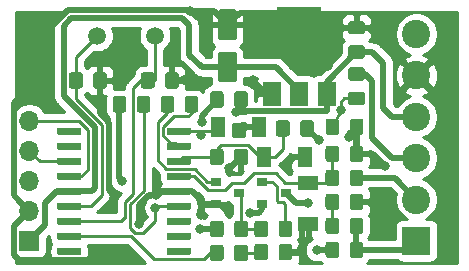
<source format=gbr>
G04 #@! TF.GenerationSoftware,KiCad,Pcbnew,5.1.5+dfsg1-2build2*
G04 #@! TF.CreationDate,2022-02-15T20:08:37+01:00*
G04 #@! TF.ProjectId,LIN_DISCO3,4c494e5f-4449-4534-934f-332e6b696361,rev?*
G04 #@! TF.SameCoordinates,Original*
G04 #@! TF.FileFunction,Copper,L1,Top*
G04 #@! TF.FilePolarity,Positive*
%FSLAX46Y46*%
G04 Gerber Fmt 4.6, Leading zero omitted, Abs format (unit mm)*
G04 Created by KiCad (PCBNEW 5.1.5+dfsg1-2build2) date 2022-02-15 20:08:37*
%MOMM*%
%LPD*%
G04 APERTURE LIST*
%ADD10C,1.500000*%
%ADD11R,1.300000X1.700000*%
%ADD12C,0.100000*%
%ADD13R,1.500000X2.000000*%
%ADD14R,3.800000X2.000000*%
%ADD15O,1.700000X1.700000*%
%ADD16R,1.700000X1.700000*%
%ADD17C,2.400000*%
%ADD18R,2.400000X2.400000*%
%ADD19R,0.900000X0.800000*%
%ADD20R,1.700000X1.300000*%
%ADD21C,0.800000*%
%ADD22C,0.500000*%
%ADD23C,0.250000*%
%ADD24C,0.254000*%
G04 APERTURE END LIST*
D10*
X168354400Y-60756800D03*
X163474400Y-60756800D03*
D11*
X181102000Y-70993000D03*
X177602000Y-70993000D03*
G04 #@! TA.AperFunction,SMDPad,CuDef*
D12*
G36*
X175999505Y-76390204D02*
G01*
X176023773Y-76393804D01*
X176047572Y-76399765D01*
X176070671Y-76408030D01*
X176092850Y-76418520D01*
X176113893Y-76431132D01*
X176133599Y-76445747D01*
X176151777Y-76462223D01*
X176168253Y-76480401D01*
X176182868Y-76500107D01*
X176195480Y-76521150D01*
X176205970Y-76543329D01*
X176214235Y-76566428D01*
X176220196Y-76590227D01*
X176223796Y-76614495D01*
X176225000Y-76638999D01*
X176225000Y-77539001D01*
X176223796Y-77563505D01*
X176220196Y-77587773D01*
X176214235Y-77611572D01*
X176205970Y-77634671D01*
X176195480Y-77656850D01*
X176182868Y-77677893D01*
X176168253Y-77697599D01*
X176151777Y-77715777D01*
X176133599Y-77732253D01*
X176113893Y-77746868D01*
X176092850Y-77759480D01*
X176070671Y-77769970D01*
X176047572Y-77778235D01*
X176023773Y-77784196D01*
X175999505Y-77787796D01*
X175975001Y-77789000D01*
X175324999Y-77789000D01*
X175300495Y-77787796D01*
X175276227Y-77784196D01*
X175252428Y-77778235D01*
X175229329Y-77769970D01*
X175207150Y-77759480D01*
X175186107Y-77746868D01*
X175166401Y-77732253D01*
X175148223Y-77715777D01*
X175131747Y-77697599D01*
X175117132Y-77677893D01*
X175104520Y-77656850D01*
X175094030Y-77634671D01*
X175085765Y-77611572D01*
X175079804Y-77587773D01*
X175076204Y-77563505D01*
X175075000Y-77539001D01*
X175075000Y-76638999D01*
X175076204Y-76614495D01*
X175079804Y-76590227D01*
X175085765Y-76566428D01*
X175094030Y-76543329D01*
X175104520Y-76521150D01*
X175117132Y-76500107D01*
X175131747Y-76480401D01*
X175148223Y-76462223D01*
X175166401Y-76445747D01*
X175186107Y-76431132D01*
X175207150Y-76418520D01*
X175229329Y-76408030D01*
X175252428Y-76399765D01*
X175276227Y-76393804D01*
X175300495Y-76390204D01*
X175324999Y-76389000D01*
X175975001Y-76389000D01*
X175999505Y-76390204D01*
G37*
G04 #@! TD.AperFunction*
G04 #@! TA.AperFunction,SMDPad,CuDef*
G36*
X173949505Y-76390204D02*
G01*
X173973773Y-76393804D01*
X173997572Y-76399765D01*
X174020671Y-76408030D01*
X174042850Y-76418520D01*
X174063893Y-76431132D01*
X174083599Y-76445747D01*
X174101777Y-76462223D01*
X174118253Y-76480401D01*
X174132868Y-76500107D01*
X174145480Y-76521150D01*
X174155970Y-76543329D01*
X174164235Y-76566428D01*
X174170196Y-76590227D01*
X174173796Y-76614495D01*
X174175000Y-76638999D01*
X174175000Y-77539001D01*
X174173796Y-77563505D01*
X174170196Y-77587773D01*
X174164235Y-77611572D01*
X174155970Y-77634671D01*
X174145480Y-77656850D01*
X174132868Y-77677893D01*
X174118253Y-77697599D01*
X174101777Y-77715777D01*
X174083599Y-77732253D01*
X174063893Y-77746868D01*
X174042850Y-77759480D01*
X174020671Y-77769970D01*
X173997572Y-77778235D01*
X173973773Y-77784196D01*
X173949505Y-77787796D01*
X173925001Y-77789000D01*
X173274999Y-77789000D01*
X173250495Y-77787796D01*
X173226227Y-77784196D01*
X173202428Y-77778235D01*
X173179329Y-77769970D01*
X173157150Y-77759480D01*
X173136107Y-77746868D01*
X173116401Y-77732253D01*
X173098223Y-77715777D01*
X173081747Y-77697599D01*
X173067132Y-77677893D01*
X173054520Y-77656850D01*
X173044030Y-77634671D01*
X173035765Y-77611572D01*
X173029804Y-77587773D01*
X173026204Y-77563505D01*
X173025000Y-77539001D01*
X173025000Y-76638999D01*
X173026204Y-76614495D01*
X173029804Y-76590227D01*
X173035765Y-76566428D01*
X173044030Y-76543329D01*
X173054520Y-76521150D01*
X173067132Y-76500107D01*
X173081747Y-76480401D01*
X173098223Y-76462223D01*
X173116401Y-76445747D01*
X173136107Y-76431132D01*
X173157150Y-76418520D01*
X173179329Y-76408030D01*
X173202428Y-76399765D01*
X173226227Y-76393804D01*
X173250495Y-76390204D01*
X173274999Y-76389000D01*
X173925001Y-76389000D01*
X173949505Y-76390204D01*
G37*
G04 #@! TD.AperFunction*
D13*
X178294000Y-65634000D03*
X182894000Y-65634000D03*
X180594000Y-65634000D03*
D14*
X180594000Y-59334000D03*
G04 #@! TA.AperFunction,SMDPad,CuDef*
D12*
G36*
X167744505Y-65849204D02*
G01*
X167768773Y-65852804D01*
X167792572Y-65858765D01*
X167815671Y-65867030D01*
X167837850Y-65877520D01*
X167858893Y-65890132D01*
X167878599Y-65904747D01*
X167896777Y-65921223D01*
X167913253Y-65939401D01*
X167927868Y-65959107D01*
X167940480Y-65980150D01*
X167950970Y-66002329D01*
X167959235Y-66025428D01*
X167965196Y-66049227D01*
X167968796Y-66073495D01*
X167970000Y-66097999D01*
X167970000Y-66998001D01*
X167968796Y-67022505D01*
X167965196Y-67046773D01*
X167959235Y-67070572D01*
X167950970Y-67093671D01*
X167940480Y-67115850D01*
X167927868Y-67136893D01*
X167913253Y-67156599D01*
X167896777Y-67174777D01*
X167878599Y-67191253D01*
X167858893Y-67205868D01*
X167837850Y-67218480D01*
X167815671Y-67228970D01*
X167792572Y-67237235D01*
X167768773Y-67243196D01*
X167744505Y-67246796D01*
X167720001Y-67248000D01*
X167069999Y-67248000D01*
X167045495Y-67246796D01*
X167021227Y-67243196D01*
X166997428Y-67237235D01*
X166974329Y-67228970D01*
X166952150Y-67218480D01*
X166931107Y-67205868D01*
X166911401Y-67191253D01*
X166893223Y-67174777D01*
X166876747Y-67156599D01*
X166862132Y-67136893D01*
X166849520Y-67115850D01*
X166839030Y-67093671D01*
X166830765Y-67070572D01*
X166824804Y-67046773D01*
X166821204Y-67022505D01*
X166820000Y-66998001D01*
X166820000Y-66097999D01*
X166821204Y-66073495D01*
X166824804Y-66049227D01*
X166830765Y-66025428D01*
X166839030Y-66002329D01*
X166849520Y-65980150D01*
X166862132Y-65959107D01*
X166876747Y-65939401D01*
X166893223Y-65921223D01*
X166911401Y-65904747D01*
X166931107Y-65890132D01*
X166952150Y-65877520D01*
X166974329Y-65867030D01*
X166997428Y-65858765D01*
X167021227Y-65852804D01*
X167045495Y-65849204D01*
X167069999Y-65848000D01*
X167720001Y-65848000D01*
X167744505Y-65849204D01*
G37*
G04 #@! TD.AperFunction*
G04 #@! TA.AperFunction,SMDPad,CuDef*
G36*
X165694505Y-65849204D02*
G01*
X165718773Y-65852804D01*
X165742572Y-65858765D01*
X165765671Y-65867030D01*
X165787850Y-65877520D01*
X165808893Y-65890132D01*
X165828599Y-65904747D01*
X165846777Y-65921223D01*
X165863253Y-65939401D01*
X165877868Y-65959107D01*
X165890480Y-65980150D01*
X165900970Y-66002329D01*
X165909235Y-66025428D01*
X165915196Y-66049227D01*
X165918796Y-66073495D01*
X165920000Y-66097999D01*
X165920000Y-66998001D01*
X165918796Y-67022505D01*
X165915196Y-67046773D01*
X165909235Y-67070572D01*
X165900970Y-67093671D01*
X165890480Y-67115850D01*
X165877868Y-67136893D01*
X165863253Y-67156599D01*
X165846777Y-67174777D01*
X165828599Y-67191253D01*
X165808893Y-67205868D01*
X165787850Y-67218480D01*
X165765671Y-67228970D01*
X165742572Y-67237235D01*
X165718773Y-67243196D01*
X165694505Y-67246796D01*
X165670001Y-67248000D01*
X165019999Y-67248000D01*
X164995495Y-67246796D01*
X164971227Y-67243196D01*
X164947428Y-67237235D01*
X164924329Y-67228970D01*
X164902150Y-67218480D01*
X164881107Y-67205868D01*
X164861401Y-67191253D01*
X164843223Y-67174777D01*
X164826747Y-67156599D01*
X164812132Y-67136893D01*
X164799520Y-67115850D01*
X164789030Y-67093671D01*
X164780765Y-67070572D01*
X164774804Y-67046773D01*
X164771204Y-67022505D01*
X164770000Y-66998001D01*
X164770000Y-66097999D01*
X164771204Y-66073495D01*
X164774804Y-66049227D01*
X164780765Y-66025428D01*
X164789030Y-66002329D01*
X164799520Y-65980150D01*
X164812132Y-65959107D01*
X164826747Y-65939401D01*
X164843223Y-65921223D01*
X164861401Y-65904747D01*
X164881107Y-65890132D01*
X164902150Y-65877520D01*
X164924329Y-65867030D01*
X164947428Y-65858765D01*
X164971227Y-65852804D01*
X164995495Y-65849204D01*
X165019999Y-65848000D01*
X165670001Y-65848000D01*
X165694505Y-65849204D01*
G37*
G04 #@! TD.AperFunction*
D11*
X177165000Y-68453000D03*
X173665000Y-68453000D03*
D15*
X157734000Y-67945000D03*
X157734000Y-70485000D03*
X157734000Y-73025000D03*
X157734000Y-75565000D03*
D16*
X157734000Y-78105000D03*
G04 #@! TA.AperFunction,SMDPad,CuDef*
D12*
G36*
X161974703Y-78694722D02*
G01*
X161989264Y-78696882D01*
X162003543Y-78700459D01*
X162017403Y-78705418D01*
X162030710Y-78711712D01*
X162043336Y-78719280D01*
X162055159Y-78728048D01*
X162066066Y-78737934D01*
X162075952Y-78748841D01*
X162084720Y-78760664D01*
X162092288Y-78773290D01*
X162098582Y-78786597D01*
X162103541Y-78800457D01*
X162107118Y-78814736D01*
X162109278Y-78829297D01*
X162110000Y-78844000D01*
X162110000Y-79144000D01*
X162109278Y-79158703D01*
X162107118Y-79173264D01*
X162103541Y-79187543D01*
X162098582Y-79201403D01*
X162092288Y-79214710D01*
X162084720Y-79227336D01*
X162075952Y-79239159D01*
X162066066Y-79250066D01*
X162055159Y-79259952D01*
X162043336Y-79268720D01*
X162030710Y-79276288D01*
X162017403Y-79282582D01*
X162003543Y-79287541D01*
X161989264Y-79291118D01*
X161974703Y-79293278D01*
X161960000Y-79294000D01*
X160210000Y-79294000D01*
X160195297Y-79293278D01*
X160180736Y-79291118D01*
X160166457Y-79287541D01*
X160152597Y-79282582D01*
X160139290Y-79276288D01*
X160126664Y-79268720D01*
X160114841Y-79259952D01*
X160103934Y-79250066D01*
X160094048Y-79239159D01*
X160085280Y-79227336D01*
X160077712Y-79214710D01*
X160071418Y-79201403D01*
X160066459Y-79187543D01*
X160062882Y-79173264D01*
X160060722Y-79158703D01*
X160060000Y-79144000D01*
X160060000Y-78844000D01*
X160060722Y-78829297D01*
X160062882Y-78814736D01*
X160066459Y-78800457D01*
X160071418Y-78786597D01*
X160077712Y-78773290D01*
X160085280Y-78760664D01*
X160094048Y-78748841D01*
X160103934Y-78737934D01*
X160114841Y-78728048D01*
X160126664Y-78719280D01*
X160139290Y-78711712D01*
X160152597Y-78705418D01*
X160166457Y-78700459D01*
X160180736Y-78696882D01*
X160195297Y-78694722D01*
X160210000Y-78694000D01*
X161960000Y-78694000D01*
X161974703Y-78694722D01*
G37*
G04 #@! TD.AperFunction*
G04 #@! TA.AperFunction,SMDPad,CuDef*
G36*
X161974703Y-77424722D02*
G01*
X161989264Y-77426882D01*
X162003543Y-77430459D01*
X162017403Y-77435418D01*
X162030710Y-77441712D01*
X162043336Y-77449280D01*
X162055159Y-77458048D01*
X162066066Y-77467934D01*
X162075952Y-77478841D01*
X162084720Y-77490664D01*
X162092288Y-77503290D01*
X162098582Y-77516597D01*
X162103541Y-77530457D01*
X162107118Y-77544736D01*
X162109278Y-77559297D01*
X162110000Y-77574000D01*
X162110000Y-77874000D01*
X162109278Y-77888703D01*
X162107118Y-77903264D01*
X162103541Y-77917543D01*
X162098582Y-77931403D01*
X162092288Y-77944710D01*
X162084720Y-77957336D01*
X162075952Y-77969159D01*
X162066066Y-77980066D01*
X162055159Y-77989952D01*
X162043336Y-77998720D01*
X162030710Y-78006288D01*
X162017403Y-78012582D01*
X162003543Y-78017541D01*
X161989264Y-78021118D01*
X161974703Y-78023278D01*
X161960000Y-78024000D01*
X160210000Y-78024000D01*
X160195297Y-78023278D01*
X160180736Y-78021118D01*
X160166457Y-78017541D01*
X160152597Y-78012582D01*
X160139290Y-78006288D01*
X160126664Y-77998720D01*
X160114841Y-77989952D01*
X160103934Y-77980066D01*
X160094048Y-77969159D01*
X160085280Y-77957336D01*
X160077712Y-77944710D01*
X160071418Y-77931403D01*
X160066459Y-77917543D01*
X160062882Y-77903264D01*
X160060722Y-77888703D01*
X160060000Y-77874000D01*
X160060000Y-77574000D01*
X160060722Y-77559297D01*
X160062882Y-77544736D01*
X160066459Y-77530457D01*
X160071418Y-77516597D01*
X160077712Y-77503290D01*
X160085280Y-77490664D01*
X160094048Y-77478841D01*
X160103934Y-77467934D01*
X160114841Y-77458048D01*
X160126664Y-77449280D01*
X160139290Y-77441712D01*
X160152597Y-77435418D01*
X160166457Y-77430459D01*
X160180736Y-77426882D01*
X160195297Y-77424722D01*
X160210000Y-77424000D01*
X161960000Y-77424000D01*
X161974703Y-77424722D01*
G37*
G04 #@! TD.AperFunction*
G04 #@! TA.AperFunction,SMDPad,CuDef*
G36*
X161974703Y-76154722D02*
G01*
X161989264Y-76156882D01*
X162003543Y-76160459D01*
X162017403Y-76165418D01*
X162030710Y-76171712D01*
X162043336Y-76179280D01*
X162055159Y-76188048D01*
X162066066Y-76197934D01*
X162075952Y-76208841D01*
X162084720Y-76220664D01*
X162092288Y-76233290D01*
X162098582Y-76246597D01*
X162103541Y-76260457D01*
X162107118Y-76274736D01*
X162109278Y-76289297D01*
X162110000Y-76304000D01*
X162110000Y-76604000D01*
X162109278Y-76618703D01*
X162107118Y-76633264D01*
X162103541Y-76647543D01*
X162098582Y-76661403D01*
X162092288Y-76674710D01*
X162084720Y-76687336D01*
X162075952Y-76699159D01*
X162066066Y-76710066D01*
X162055159Y-76719952D01*
X162043336Y-76728720D01*
X162030710Y-76736288D01*
X162017403Y-76742582D01*
X162003543Y-76747541D01*
X161989264Y-76751118D01*
X161974703Y-76753278D01*
X161960000Y-76754000D01*
X160210000Y-76754000D01*
X160195297Y-76753278D01*
X160180736Y-76751118D01*
X160166457Y-76747541D01*
X160152597Y-76742582D01*
X160139290Y-76736288D01*
X160126664Y-76728720D01*
X160114841Y-76719952D01*
X160103934Y-76710066D01*
X160094048Y-76699159D01*
X160085280Y-76687336D01*
X160077712Y-76674710D01*
X160071418Y-76661403D01*
X160066459Y-76647543D01*
X160062882Y-76633264D01*
X160060722Y-76618703D01*
X160060000Y-76604000D01*
X160060000Y-76304000D01*
X160060722Y-76289297D01*
X160062882Y-76274736D01*
X160066459Y-76260457D01*
X160071418Y-76246597D01*
X160077712Y-76233290D01*
X160085280Y-76220664D01*
X160094048Y-76208841D01*
X160103934Y-76197934D01*
X160114841Y-76188048D01*
X160126664Y-76179280D01*
X160139290Y-76171712D01*
X160152597Y-76165418D01*
X160166457Y-76160459D01*
X160180736Y-76156882D01*
X160195297Y-76154722D01*
X160210000Y-76154000D01*
X161960000Y-76154000D01*
X161974703Y-76154722D01*
G37*
G04 #@! TD.AperFunction*
G04 #@! TA.AperFunction,SMDPad,CuDef*
G36*
X161974703Y-74884722D02*
G01*
X161989264Y-74886882D01*
X162003543Y-74890459D01*
X162017403Y-74895418D01*
X162030710Y-74901712D01*
X162043336Y-74909280D01*
X162055159Y-74918048D01*
X162066066Y-74927934D01*
X162075952Y-74938841D01*
X162084720Y-74950664D01*
X162092288Y-74963290D01*
X162098582Y-74976597D01*
X162103541Y-74990457D01*
X162107118Y-75004736D01*
X162109278Y-75019297D01*
X162110000Y-75034000D01*
X162110000Y-75334000D01*
X162109278Y-75348703D01*
X162107118Y-75363264D01*
X162103541Y-75377543D01*
X162098582Y-75391403D01*
X162092288Y-75404710D01*
X162084720Y-75417336D01*
X162075952Y-75429159D01*
X162066066Y-75440066D01*
X162055159Y-75449952D01*
X162043336Y-75458720D01*
X162030710Y-75466288D01*
X162017403Y-75472582D01*
X162003543Y-75477541D01*
X161989264Y-75481118D01*
X161974703Y-75483278D01*
X161960000Y-75484000D01*
X160210000Y-75484000D01*
X160195297Y-75483278D01*
X160180736Y-75481118D01*
X160166457Y-75477541D01*
X160152597Y-75472582D01*
X160139290Y-75466288D01*
X160126664Y-75458720D01*
X160114841Y-75449952D01*
X160103934Y-75440066D01*
X160094048Y-75429159D01*
X160085280Y-75417336D01*
X160077712Y-75404710D01*
X160071418Y-75391403D01*
X160066459Y-75377543D01*
X160062882Y-75363264D01*
X160060722Y-75348703D01*
X160060000Y-75334000D01*
X160060000Y-75034000D01*
X160060722Y-75019297D01*
X160062882Y-75004736D01*
X160066459Y-74990457D01*
X160071418Y-74976597D01*
X160077712Y-74963290D01*
X160085280Y-74950664D01*
X160094048Y-74938841D01*
X160103934Y-74927934D01*
X160114841Y-74918048D01*
X160126664Y-74909280D01*
X160139290Y-74901712D01*
X160152597Y-74895418D01*
X160166457Y-74890459D01*
X160180736Y-74886882D01*
X160195297Y-74884722D01*
X160210000Y-74884000D01*
X161960000Y-74884000D01*
X161974703Y-74884722D01*
G37*
G04 #@! TD.AperFunction*
G04 #@! TA.AperFunction,SMDPad,CuDef*
G36*
X161974703Y-73614722D02*
G01*
X161989264Y-73616882D01*
X162003543Y-73620459D01*
X162017403Y-73625418D01*
X162030710Y-73631712D01*
X162043336Y-73639280D01*
X162055159Y-73648048D01*
X162066066Y-73657934D01*
X162075952Y-73668841D01*
X162084720Y-73680664D01*
X162092288Y-73693290D01*
X162098582Y-73706597D01*
X162103541Y-73720457D01*
X162107118Y-73734736D01*
X162109278Y-73749297D01*
X162110000Y-73764000D01*
X162110000Y-74064000D01*
X162109278Y-74078703D01*
X162107118Y-74093264D01*
X162103541Y-74107543D01*
X162098582Y-74121403D01*
X162092288Y-74134710D01*
X162084720Y-74147336D01*
X162075952Y-74159159D01*
X162066066Y-74170066D01*
X162055159Y-74179952D01*
X162043336Y-74188720D01*
X162030710Y-74196288D01*
X162017403Y-74202582D01*
X162003543Y-74207541D01*
X161989264Y-74211118D01*
X161974703Y-74213278D01*
X161960000Y-74214000D01*
X160210000Y-74214000D01*
X160195297Y-74213278D01*
X160180736Y-74211118D01*
X160166457Y-74207541D01*
X160152597Y-74202582D01*
X160139290Y-74196288D01*
X160126664Y-74188720D01*
X160114841Y-74179952D01*
X160103934Y-74170066D01*
X160094048Y-74159159D01*
X160085280Y-74147336D01*
X160077712Y-74134710D01*
X160071418Y-74121403D01*
X160066459Y-74107543D01*
X160062882Y-74093264D01*
X160060722Y-74078703D01*
X160060000Y-74064000D01*
X160060000Y-73764000D01*
X160060722Y-73749297D01*
X160062882Y-73734736D01*
X160066459Y-73720457D01*
X160071418Y-73706597D01*
X160077712Y-73693290D01*
X160085280Y-73680664D01*
X160094048Y-73668841D01*
X160103934Y-73657934D01*
X160114841Y-73648048D01*
X160126664Y-73639280D01*
X160139290Y-73631712D01*
X160152597Y-73625418D01*
X160166457Y-73620459D01*
X160180736Y-73616882D01*
X160195297Y-73614722D01*
X160210000Y-73614000D01*
X161960000Y-73614000D01*
X161974703Y-73614722D01*
G37*
G04 #@! TD.AperFunction*
G04 #@! TA.AperFunction,SMDPad,CuDef*
G36*
X161974703Y-72344722D02*
G01*
X161989264Y-72346882D01*
X162003543Y-72350459D01*
X162017403Y-72355418D01*
X162030710Y-72361712D01*
X162043336Y-72369280D01*
X162055159Y-72378048D01*
X162066066Y-72387934D01*
X162075952Y-72398841D01*
X162084720Y-72410664D01*
X162092288Y-72423290D01*
X162098582Y-72436597D01*
X162103541Y-72450457D01*
X162107118Y-72464736D01*
X162109278Y-72479297D01*
X162110000Y-72494000D01*
X162110000Y-72794000D01*
X162109278Y-72808703D01*
X162107118Y-72823264D01*
X162103541Y-72837543D01*
X162098582Y-72851403D01*
X162092288Y-72864710D01*
X162084720Y-72877336D01*
X162075952Y-72889159D01*
X162066066Y-72900066D01*
X162055159Y-72909952D01*
X162043336Y-72918720D01*
X162030710Y-72926288D01*
X162017403Y-72932582D01*
X162003543Y-72937541D01*
X161989264Y-72941118D01*
X161974703Y-72943278D01*
X161960000Y-72944000D01*
X160210000Y-72944000D01*
X160195297Y-72943278D01*
X160180736Y-72941118D01*
X160166457Y-72937541D01*
X160152597Y-72932582D01*
X160139290Y-72926288D01*
X160126664Y-72918720D01*
X160114841Y-72909952D01*
X160103934Y-72900066D01*
X160094048Y-72889159D01*
X160085280Y-72877336D01*
X160077712Y-72864710D01*
X160071418Y-72851403D01*
X160066459Y-72837543D01*
X160062882Y-72823264D01*
X160060722Y-72808703D01*
X160060000Y-72794000D01*
X160060000Y-72494000D01*
X160060722Y-72479297D01*
X160062882Y-72464736D01*
X160066459Y-72450457D01*
X160071418Y-72436597D01*
X160077712Y-72423290D01*
X160085280Y-72410664D01*
X160094048Y-72398841D01*
X160103934Y-72387934D01*
X160114841Y-72378048D01*
X160126664Y-72369280D01*
X160139290Y-72361712D01*
X160152597Y-72355418D01*
X160166457Y-72350459D01*
X160180736Y-72346882D01*
X160195297Y-72344722D01*
X160210000Y-72344000D01*
X161960000Y-72344000D01*
X161974703Y-72344722D01*
G37*
G04 #@! TD.AperFunction*
G04 #@! TA.AperFunction,SMDPad,CuDef*
G36*
X161974703Y-71074722D02*
G01*
X161989264Y-71076882D01*
X162003543Y-71080459D01*
X162017403Y-71085418D01*
X162030710Y-71091712D01*
X162043336Y-71099280D01*
X162055159Y-71108048D01*
X162066066Y-71117934D01*
X162075952Y-71128841D01*
X162084720Y-71140664D01*
X162092288Y-71153290D01*
X162098582Y-71166597D01*
X162103541Y-71180457D01*
X162107118Y-71194736D01*
X162109278Y-71209297D01*
X162110000Y-71224000D01*
X162110000Y-71524000D01*
X162109278Y-71538703D01*
X162107118Y-71553264D01*
X162103541Y-71567543D01*
X162098582Y-71581403D01*
X162092288Y-71594710D01*
X162084720Y-71607336D01*
X162075952Y-71619159D01*
X162066066Y-71630066D01*
X162055159Y-71639952D01*
X162043336Y-71648720D01*
X162030710Y-71656288D01*
X162017403Y-71662582D01*
X162003543Y-71667541D01*
X161989264Y-71671118D01*
X161974703Y-71673278D01*
X161960000Y-71674000D01*
X160210000Y-71674000D01*
X160195297Y-71673278D01*
X160180736Y-71671118D01*
X160166457Y-71667541D01*
X160152597Y-71662582D01*
X160139290Y-71656288D01*
X160126664Y-71648720D01*
X160114841Y-71639952D01*
X160103934Y-71630066D01*
X160094048Y-71619159D01*
X160085280Y-71607336D01*
X160077712Y-71594710D01*
X160071418Y-71581403D01*
X160066459Y-71567543D01*
X160062882Y-71553264D01*
X160060722Y-71538703D01*
X160060000Y-71524000D01*
X160060000Y-71224000D01*
X160060722Y-71209297D01*
X160062882Y-71194736D01*
X160066459Y-71180457D01*
X160071418Y-71166597D01*
X160077712Y-71153290D01*
X160085280Y-71140664D01*
X160094048Y-71128841D01*
X160103934Y-71117934D01*
X160114841Y-71108048D01*
X160126664Y-71099280D01*
X160139290Y-71091712D01*
X160152597Y-71085418D01*
X160166457Y-71080459D01*
X160180736Y-71076882D01*
X160195297Y-71074722D01*
X160210000Y-71074000D01*
X161960000Y-71074000D01*
X161974703Y-71074722D01*
G37*
G04 #@! TD.AperFunction*
G04 #@! TA.AperFunction,SMDPad,CuDef*
G36*
X161974703Y-69804722D02*
G01*
X161989264Y-69806882D01*
X162003543Y-69810459D01*
X162017403Y-69815418D01*
X162030710Y-69821712D01*
X162043336Y-69829280D01*
X162055159Y-69838048D01*
X162066066Y-69847934D01*
X162075952Y-69858841D01*
X162084720Y-69870664D01*
X162092288Y-69883290D01*
X162098582Y-69896597D01*
X162103541Y-69910457D01*
X162107118Y-69924736D01*
X162109278Y-69939297D01*
X162110000Y-69954000D01*
X162110000Y-70254000D01*
X162109278Y-70268703D01*
X162107118Y-70283264D01*
X162103541Y-70297543D01*
X162098582Y-70311403D01*
X162092288Y-70324710D01*
X162084720Y-70337336D01*
X162075952Y-70349159D01*
X162066066Y-70360066D01*
X162055159Y-70369952D01*
X162043336Y-70378720D01*
X162030710Y-70386288D01*
X162017403Y-70392582D01*
X162003543Y-70397541D01*
X161989264Y-70401118D01*
X161974703Y-70403278D01*
X161960000Y-70404000D01*
X160210000Y-70404000D01*
X160195297Y-70403278D01*
X160180736Y-70401118D01*
X160166457Y-70397541D01*
X160152597Y-70392582D01*
X160139290Y-70386288D01*
X160126664Y-70378720D01*
X160114841Y-70369952D01*
X160103934Y-70360066D01*
X160094048Y-70349159D01*
X160085280Y-70337336D01*
X160077712Y-70324710D01*
X160071418Y-70311403D01*
X160066459Y-70297543D01*
X160062882Y-70283264D01*
X160060722Y-70268703D01*
X160060000Y-70254000D01*
X160060000Y-69954000D01*
X160060722Y-69939297D01*
X160062882Y-69924736D01*
X160066459Y-69910457D01*
X160071418Y-69896597D01*
X160077712Y-69883290D01*
X160085280Y-69870664D01*
X160094048Y-69858841D01*
X160103934Y-69847934D01*
X160114841Y-69838048D01*
X160126664Y-69829280D01*
X160139290Y-69821712D01*
X160152597Y-69815418D01*
X160166457Y-69810459D01*
X160180736Y-69806882D01*
X160195297Y-69804722D01*
X160210000Y-69804000D01*
X161960000Y-69804000D01*
X161974703Y-69804722D01*
G37*
G04 #@! TD.AperFunction*
G04 #@! TA.AperFunction,SMDPad,CuDef*
G36*
X161974703Y-68534722D02*
G01*
X161989264Y-68536882D01*
X162003543Y-68540459D01*
X162017403Y-68545418D01*
X162030710Y-68551712D01*
X162043336Y-68559280D01*
X162055159Y-68568048D01*
X162066066Y-68577934D01*
X162075952Y-68588841D01*
X162084720Y-68600664D01*
X162092288Y-68613290D01*
X162098582Y-68626597D01*
X162103541Y-68640457D01*
X162107118Y-68654736D01*
X162109278Y-68669297D01*
X162110000Y-68684000D01*
X162110000Y-68984000D01*
X162109278Y-68998703D01*
X162107118Y-69013264D01*
X162103541Y-69027543D01*
X162098582Y-69041403D01*
X162092288Y-69054710D01*
X162084720Y-69067336D01*
X162075952Y-69079159D01*
X162066066Y-69090066D01*
X162055159Y-69099952D01*
X162043336Y-69108720D01*
X162030710Y-69116288D01*
X162017403Y-69122582D01*
X162003543Y-69127541D01*
X161989264Y-69131118D01*
X161974703Y-69133278D01*
X161960000Y-69134000D01*
X160210000Y-69134000D01*
X160195297Y-69133278D01*
X160180736Y-69131118D01*
X160166457Y-69127541D01*
X160152597Y-69122582D01*
X160139290Y-69116288D01*
X160126664Y-69108720D01*
X160114841Y-69099952D01*
X160103934Y-69090066D01*
X160094048Y-69079159D01*
X160085280Y-69067336D01*
X160077712Y-69054710D01*
X160071418Y-69041403D01*
X160066459Y-69027543D01*
X160062882Y-69013264D01*
X160060722Y-68998703D01*
X160060000Y-68984000D01*
X160060000Y-68684000D01*
X160060722Y-68669297D01*
X160062882Y-68654736D01*
X160066459Y-68640457D01*
X160071418Y-68626597D01*
X160077712Y-68613290D01*
X160085280Y-68600664D01*
X160094048Y-68588841D01*
X160103934Y-68577934D01*
X160114841Y-68568048D01*
X160126664Y-68559280D01*
X160139290Y-68551712D01*
X160152597Y-68545418D01*
X160166457Y-68540459D01*
X160180736Y-68536882D01*
X160195297Y-68534722D01*
X160210000Y-68534000D01*
X161960000Y-68534000D01*
X161974703Y-68534722D01*
G37*
G04 #@! TD.AperFunction*
G04 #@! TA.AperFunction,SMDPad,CuDef*
G36*
X171274703Y-68534722D02*
G01*
X171289264Y-68536882D01*
X171303543Y-68540459D01*
X171317403Y-68545418D01*
X171330710Y-68551712D01*
X171343336Y-68559280D01*
X171355159Y-68568048D01*
X171366066Y-68577934D01*
X171375952Y-68588841D01*
X171384720Y-68600664D01*
X171392288Y-68613290D01*
X171398582Y-68626597D01*
X171403541Y-68640457D01*
X171407118Y-68654736D01*
X171409278Y-68669297D01*
X171410000Y-68684000D01*
X171410000Y-68984000D01*
X171409278Y-68998703D01*
X171407118Y-69013264D01*
X171403541Y-69027543D01*
X171398582Y-69041403D01*
X171392288Y-69054710D01*
X171384720Y-69067336D01*
X171375952Y-69079159D01*
X171366066Y-69090066D01*
X171355159Y-69099952D01*
X171343336Y-69108720D01*
X171330710Y-69116288D01*
X171317403Y-69122582D01*
X171303543Y-69127541D01*
X171289264Y-69131118D01*
X171274703Y-69133278D01*
X171260000Y-69134000D01*
X169510000Y-69134000D01*
X169495297Y-69133278D01*
X169480736Y-69131118D01*
X169466457Y-69127541D01*
X169452597Y-69122582D01*
X169439290Y-69116288D01*
X169426664Y-69108720D01*
X169414841Y-69099952D01*
X169403934Y-69090066D01*
X169394048Y-69079159D01*
X169385280Y-69067336D01*
X169377712Y-69054710D01*
X169371418Y-69041403D01*
X169366459Y-69027543D01*
X169362882Y-69013264D01*
X169360722Y-68998703D01*
X169360000Y-68984000D01*
X169360000Y-68684000D01*
X169360722Y-68669297D01*
X169362882Y-68654736D01*
X169366459Y-68640457D01*
X169371418Y-68626597D01*
X169377712Y-68613290D01*
X169385280Y-68600664D01*
X169394048Y-68588841D01*
X169403934Y-68577934D01*
X169414841Y-68568048D01*
X169426664Y-68559280D01*
X169439290Y-68551712D01*
X169452597Y-68545418D01*
X169466457Y-68540459D01*
X169480736Y-68536882D01*
X169495297Y-68534722D01*
X169510000Y-68534000D01*
X171260000Y-68534000D01*
X171274703Y-68534722D01*
G37*
G04 #@! TD.AperFunction*
G04 #@! TA.AperFunction,SMDPad,CuDef*
G36*
X171274703Y-69804722D02*
G01*
X171289264Y-69806882D01*
X171303543Y-69810459D01*
X171317403Y-69815418D01*
X171330710Y-69821712D01*
X171343336Y-69829280D01*
X171355159Y-69838048D01*
X171366066Y-69847934D01*
X171375952Y-69858841D01*
X171384720Y-69870664D01*
X171392288Y-69883290D01*
X171398582Y-69896597D01*
X171403541Y-69910457D01*
X171407118Y-69924736D01*
X171409278Y-69939297D01*
X171410000Y-69954000D01*
X171410000Y-70254000D01*
X171409278Y-70268703D01*
X171407118Y-70283264D01*
X171403541Y-70297543D01*
X171398582Y-70311403D01*
X171392288Y-70324710D01*
X171384720Y-70337336D01*
X171375952Y-70349159D01*
X171366066Y-70360066D01*
X171355159Y-70369952D01*
X171343336Y-70378720D01*
X171330710Y-70386288D01*
X171317403Y-70392582D01*
X171303543Y-70397541D01*
X171289264Y-70401118D01*
X171274703Y-70403278D01*
X171260000Y-70404000D01*
X169510000Y-70404000D01*
X169495297Y-70403278D01*
X169480736Y-70401118D01*
X169466457Y-70397541D01*
X169452597Y-70392582D01*
X169439290Y-70386288D01*
X169426664Y-70378720D01*
X169414841Y-70369952D01*
X169403934Y-70360066D01*
X169394048Y-70349159D01*
X169385280Y-70337336D01*
X169377712Y-70324710D01*
X169371418Y-70311403D01*
X169366459Y-70297543D01*
X169362882Y-70283264D01*
X169360722Y-70268703D01*
X169360000Y-70254000D01*
X169360000Y-69954000D01*
X169360722Y-69939297D01*
X169362882Y-69924736D01*
X169366459Y-69910457D01*
X169371418Y-69896597D01*
X169377712Y-69883290D01*
X169385280Y-69870664D01*
X169394048Y-69858841D01*
X169403934Y-69847934D01*
X169414841Y-69838048D01*
X169426664Y-69829280D01*
X169439290Y-69821712D01*
X169452597Y-69815418D01*
X169466457Y-69810459D01*
X169480736Y-69806882D01*
X169495297Y-69804722D01*
X169510000Y-69804000D01*
X171260000Y-69804000D01*
X171274703Y-69804722D01*
G37*
G04 #@! TD.AperFunction*
G04 #@! TA.AperFunction,SMDPad,CuDef*
G36*
X171274703Y-71074722D02*
G01*
X171289264Y-71076882D01*
X171303543Y-71080459D01*
X171317403Y-71085418D01*
X171330710Y-71091712D01*
X171343336Y-71099280D01*
X171355159Y-71108048D01*
X171366066Y-71117934D01*
X171375952Y-71128841D01*
X171384720Y-71140664D01*
X171392288Y-71153290D01*
X171398582Y-71166597D01*
X171403541Y-71180457D01*
X171407118Y-71194736D01*
X171409278Y-71209297D01*
X171410000Y-71224000D01*
X171410000Y-71524000D01*
X171409278Y-71538703D01*
X171407118Y-71553264D01*
X171403541Y-71567543D01*
X171398582Y-71581403D01*
X171392288Y-71594710D01*
X171384720Y-71607336D01*
X171375952Y-71619159D01*
X171366066Y-71630066D01*
X171355159Y-71639952D01*
X171343336Y-71648720D01*
X171330710Y-71656288D01*
X171317403Y-71662582D01*
X171303543Y-71667541D01*
X171289264Y-71671118D01*
X171274703Y-71673278D01*
X171260000Y-71674000D01*
X169510000Y-71674000D01*
X169495297Y-71673278D01*
X169480736Y-71671118D01*
X169466457Y-71667541D01*
X169452597Y-71662582D01*
X169439290Y-71656288D01*
X169426664Y-71648720D01*
X169414841Y-71639952D01*
X169403934Y-71630066D01*
X169394048Y-71619159D01*
X169385280Y-71607336D01*
X169377712Y-71594710D01*
X169371418Y-71581403D01*
X169366459Y-71567543D01*
X169362882Y-71553264D01*
X169360722Y-71538703D01*
X169360000Y-71524000D01*
X169360000Y-71224000D01*
X169360722Y-71209297D01*
X169362882Y-71194736D01*
X169366459Y-71180457D01*
X169371418Y-71166597D01*
X169377712Y-71153290D01*
X169385280Y-71140664D01*
X169394048Y-71128841D01*
X169403934Y-71117934D01*
X169414841Y-71108048D01*
X169426664Y-71099280D01*
X169439290Y-71091712D01*
X169452597Y-71085418D01*
X169466457Y-71080459D01*
X169480736Y-71076882D01*
X169495297Y-71074722D01*
X169510000Y-71074000D01*
X171260000Y-71074000D01*
X171274703Y-71074722D01*
G37*
G04 #@! TD.AperFunction*
G04 #@! TA.AperFunction,SMDPad,CuDef*
G36*
X171274703Y-72344722D02*
G01*
X171289264Y-72346882D01*
X171303543Y-72350459D01*
X171317403Y-72355418D01*
X171330710Y-72361712D01*
X171343336Y-72369280D01*
X171355159Y-72378048D01*
X171366066Y-72387934D01*
X171375952Y-72398841D01*
X171384720Y-72410664D01*
X171392288Y-72423290D01*
X171398582Y-72436597D01*
X171403541Y-72450457D01*
X171407118Y-72464736D01*
X171409278Y-72479297D01*
X171410000Y-72494000D01*
X171410000Y-72794000D01*
X171409278Y-72808703D01*
X171407118Y-72823264D01*
X171403541Y-72837543D01*
X171398582Y-72851403D01*
X171392288Y-72864710D01*
X171384720Y-72877336D01*
X171375952Y-72889159D01*
X171366066Y-72900066D01*
X171355159Y-72909952D01*
X171343336Y-72918720D01*
X171330710Y-72926288D01*
X171317403Y-72932582D01*
X171303543Y-72937541D01*
X171289264Y-72941118D01*
X171274703Y-72943278D01*
X171260000Y-72944000D01*
X169510000Y-72944000D01*
X169495297Y-72943278D01*
X169480736Y-72941118D01*
X169466457Y-72937541D01*
X169452597Y-72932582D01*
X169439290Y-72926288D01*
X169426664Y-72918720D01*
X169414841Y-72909952D01*
X169403934Y-72900066D01*
X169394048Y-72889159D01*
X169385280Y-72877336D01*
X169377712Y-72864710D01*
X169371418Y-72851403D01*
X169366459Y-72837543D01*
X169362882Y-72823264D01*
X169360722Y-72808703D01*
X169360000Y-72794000D01*
X169360000Y-72494000D01*
X169360722Y-72479297D01*
X169362882Y-72464736D01*
X169366459Y-72450457D01*
X169371418Y-72436597D01*
X169377712Y-72423290D01*
X169385280Y-72410664D01*
X169394048Y-72398841D01*
X169403934Y-72387934D01*
X169414841Y-72378048D01*
X169426664Y-72369280D01*
X169439290Y-72361712D01*
X169452597Y-72355418D01*
X169466457Y-72350459D01*
X169480736Y-72346882D01*
X169495297Y-72344722D01*
X169510000Y-72344000D01*
X171260000Y-72344000D01*
X171274703Y-72344722D01*
G37*
G04 #@! TD.AperFunction*
G04 #@! TA.AperFunction,SMDPad,CuDef*
G36*
X171274703Y-73614722D02*
G01*
X171289264Y-73616882D01*
X171303543Y-73620459D01*
X171317403Y-73625418D01*
X171330710Y-73631712D01*
X171343336Y-73639280D01*
X171355159Y-73648048D01*
X171366066Y-73657934D01*
X171375952Y-73668841D01*
X171384720Y-73680664D01*
X171392288Y-73693290D01*
X171398582Y-73706597D01*
X171403541Y-73720457D01*
X171407118Y-73734736D01*
X171409278Y-73749297D01*
X171410000Y-73764000D01*
X171410000Y-74064000D01*
X171409278Y-74078703D01*
X171407118Y-74093264D01*
X171403541Y-74107543D01*
X171398582Y-74121403D01*
X171392288Y-74134710D01*
X171384720Y-74147336D01*
X171375952Y-74159159D01*
X171366066Y-74170066D01*
X171355159Y-74179952D01*
X171343336Y-74188720D01*
X171330710Y-74196288D01*
X171317403Y-74202582D01*
X171303543Y-74207541D01*
X171289264Y-74211118D01*
X171274703Y-74213278D01*
X171260000Y-74214000D01*
X169510000Y-74214000D01*
X169495297Y-74213278D01*
X169480736Y-74211118D01*
X169466457Y-74207541D01*
X169452597Y-74202582D01*
X169439290Y-74196288D01*
X169426664Y-74188720D01*
X169414841Y-74179952D01*
X169403934Y-74170066D01*
X169394048Y-74159159D01*
X169385280Y-74147336D01*
X169377712Y-74134710D01*
X169371418Y-74121403D01*
X169366459Y-74107543D01*
X169362882Y-74093264D01*
X169360722Y-74078703D01*
X169360000Y-74064000D01*
X169360000Y-73764000D01*
X169360722Y-73749297D01*
X169362882Y-73734736D01*
X169366459Y-73720457D01*
X169371418Y-73706597D01*
X169377712Y-73693290D01*
X169385280Y-73680664D01*
X169394048Y-73668841D01*
X169403934Y-73657934D01*
X169414841Y-73648048D01*
X169426664Y-73639280D01*
X169439290Y-73631712D01*
X169452597Y-73625418D01*
X169466457Y-73620459D01*
X169480736Y-73616882D01*
X169495297Y-73614722D01*
X169510000Y-73614000D01*
X171260000Y-73614000D01*
X171274703Y-73614722D01*
G37*
G04 #@! TD.AperFunction*
G04 #@! TA.AperFunction,SMDPad,CuDef*
G36*
X171274703Y-74884722D02*
G01*
X171289264Y-74886882D01*
X171303543Y-74890459D01*
X171317403Y-74895418D01*
X171330710Y-74901712D01*
X171343336Y-74909280D01*
X171355159Y-74918048D01*
X171366066Y-74927934D01*
X171375952Y-74938841D01*
X171384720Y-74950664D01*
X171392288Y-74963290D01*
X171398582Y-74976597D01*
X171403541Y-74990457D01*
X171407118Y-75004736D01*
X171409278Y-75019297D01*
X171410000Y-75034000D01*
X171410000Y-75334000D01*
X171409278Y-75348703D01*
X171407118Y-75363264D01*
X171403541Y-75377543D01*
X171398582Y-75391403D01*
X171392288Y-75404710D01*
X171384720Y-75417336D01*
X171375952Y-75429159D01*
X171366066Y-75440066D01*
X171355159Y-75449952D01*
X171343336Y-75458720D01*
X171330710Y-75466288D01*
X171317403Y-75472582D01*
X171303543Y-75477541D01*
X171289264Y-75481118D01*
X171274703Y-75483278D01*
X171260000Y-75484000D01*
X169510000Y-75484000D01*
X169495297Y-75483278D01*
X169480736Y-75481118D01*
X169466457Y-75477541D01*
X169452597Y-75472582D01*
X169439290Y-75466288D01*
X169426664Y-75458720D01*
X169414841Y-75449952D01*
X169403934Y-75440066D01*
X169394048Y-75429159D01*
X169385280Y-75417336D01*
X169377712Y-75404710D01*
X169371418Y-75391403D01*
X169366459Y-75377543D01*
X169362882Y-75363264D01*
X169360722Y-75348703D01*
X169360000Y-75334000D01*
X169360000Y-75034000D01*
X169360722Y-75019297D01*
X169362882Y-75004736D01*
X169366459Y-74990457D01*
X169371418Y-74976597D01*
X169377712Y-74963290D01*
X169385280Y-74950664D01*
X169394048Y-74938841D01*
X169403934Y-74927934D01*
X169414841Y-74918048D01*
X169426664Y-74909280D01*
X169439290Y-74901712D01*
X169452597Y-74895418D01*
X169466457Y-74890459D01*
X169480736Y-74886882D01*
X169495297Y-74884722D01*
X169510000Y-74884000D01*
X171260000Y-74884000D01*
X171274703Y-74884722D01*
G37*
G04 #@! TD.AperFunction*
G04 #@! TA.AperFunction,SMDPad,CuDef*
G36*
X171274703Y-76154722D02*
G01*
X171289264Y-76156882D01*
X171303543Y-76160459D01*
X171317403Y-76165418D01*
X171330710Y-76171712D01*
X171343336Y-76179280D01*
X171355159Y-76188048D01*
X171366066Y-76197934D01*
X171375952Y-76208841D01*
X171384720Y-76220664D01*
X171392288Y-76233290D01*
X171398582Y-76246597D01*
X171403541Y-76260457D01*
X171407118Y-76274736D01*
X171409278Y-76289297D01*
X171410000Y-76304000D01*
X171410000Y-76604000D01*
X171409278Y-76618703D01*
X171407118Y-76633264D01*
X171403541Y-76647543D01*
X171398582Y-76661403D01*
X171392288Y-76674710D01*
X171384720Y-76687336D01*
X171375952Y-76699159D01*
X171366066Y-76710066D01*
X171355159Y-76719952D01*
X171343336Y-76728720D01*
X171330710Y-76736288D01*
X171317403Y-76742582D01*
X171303543Y-76747541D01*
X171289264Y-76751118D01*
X171274703Y-76753278D01*
X171260000Y-76754000D01*
X169510000Y-76754000D01*
X169495297Y-76753278D01*
X169480736Y-76751118D01*
X169466457Y-76747541D01*
X169452597Y-76742582D01*
X169439290Y-76736288D01*
X169426664Y-76728720D01*
X169414841Y-76719952D01*
X169403934Y-76710066D01*
X169394048Y-76699159D01*
X169385280Y-76687336D01*
X169377712Y-76674710D01*
X169371418Y-76661403D01*
X169366459Y-76647543D01*
X169362882Y-76633264D01*
X169360722Y-76618703D01*
X169360000Y-76604000D01*
X169360000Y-76304000D01*
X169360722Y-76289297D01*
X169362882Y-76274736D01*
X169366459Y-76260457D01*
X169371418Y-76246597D01*
X169377712Y-76233290D01*
X169385280Y-76220664D01*
X169394048Y-76208841D01*
X169403934Y-76197934D01*
X169414841Y-76188048D01*
X169426664Y-76179280D01*
X169439290Y-76171712D01*
X169452597Y-76165418D01*
X169466457Y-76160459D01*
X169480736Y-76156882D01*
X169495297Y-76154722D01*
X169510000Y-76154000D01*
X171260000Y-76154000D01*
X171274703Y-76154722D01*
G37*
G04 #@! TD.AperFunction*
G04 #@! TA.AperFunction,SMDPad,CuDef*
G36*
X171274703Y-77424722D02*
G01*
X171289264Y-77426882D01*
X171303543Y-77430459D01*
X171317403Y-77435418D01*
X171330710Y-77441712D01*
X171343336Y-77449280D01*
X171355159Y-77458048D01*
X171366066Y-77467934D01*
X171375952Y-77478841D01*
X171384720Y-77490664D01*
X171392288Y-77503290D01*
X171398582Y-77516597D01*
X171403541Y-77530457D01*
X171407118Y-77544736D01*
X171409278Y-77559297D01*
X171410000Y-77574000D01*
X171410000Y-77874000D01*
X171409278Y-77888703D01*
X171407118Y-77903264D01*
X171403541Y-77917543D01*
X171398582Y-77931403D01*
X171392288Y-77944710D01*
X171384720Y-77957336D01*
X171375952Y-77969159D01*
X171366066Y-77980066D01*
X171355159Y-77989952D01*
X171343336Y-77998720D01*
X171330710Y-78006288D01*
X171317403Y-78012582D01*
X171303543Y-78017541D01*
X171289264Y-78021118D01*
X171274703Y-78023278D01*
X171260000Y-78024000D01*
X169510000Y-78024000D01*
X169495297Y-78023278D01*
X169480736Y-78021118D01*
X169466457Y-78017541D01*
X169452597Y-78012582D01*
X169439290Y-78006288D01*
X169426664Y-77998720D01*
X169414841Y-77989952D01*
X169403934Y-77980066D01*
X169394048Y-77969159D01*
X169385280Y-77957336D01*
X169377712Y-77944710D01*
X169371418Y-77931403D01*
X169366459Y-77917543D01*
X169362882Y-77903264D01*
X169360722Y-77888703D01*
X169360000Y-77874000D01*
X169360000Y-77574000D01*
X169360722Y-77559297D01*
X169362882Y-77544736D01*
X169366459Y-77530457D01*
X169371418Y-77516597D01*
X169377712Y-77503290D01*
X169385280Y-77490664D01*
X169394048Y-77478841D01*
X169403934Y-77467934D01*
X169414841Y-77458048D01*
X169426664Y-77449280D01*
X169439290Y-77441712D01*
X169452597Y-77435418D01*
X169466457Y-77430459D01*
X169480736Y-77426882D01*
X169495297Y-77424722D01*
X169510000Y-77424000D01*
X171260000Y-77424000D01*
X171274703Y-77424722D01*
G37*
G04 #@! TD.AperFunction*
G04 #@! TA.AperFunction,SMDPad,CuDef*
G36*
X171274703Y-78694722D02*
G01*
X171289264Y-78696882D01*
X171303543Y-78700459D01*
X171317403Y-78705418D01*
X171330710Y-78711712D01*
X171343336Y-78719280D01*
X171355159Y-78728048D01*
X171366066Y-78737934D01*
X171375952Y-78748841D01*
X171384720Y-78760664D01*
X171392288Y-78773290D01*
X171398582Y-78786597D01*
X171403541Y-78800457D01*
X171407118Y-78814736D01*
X171409278Y-78829297D01*
X171410000Y-78844000D01*
X171410000Y-79144000D01*
X171409278Y-79158703D01*
X171407118Y-79173264D01*
X171403541Y-79187543D01*
X171398582Y-79201403D01*
X171392288Y-79214710D01*
X171384720Y-79227336D01*
X171375952Y-79239159D01*
X171366066Y-79250066D01*
X171355159Y-79259952D01*
X171343336Y-79268720D01*
X171330710Y-79276288D01*
X171317403Y-79282582D01*
X171303543Y-79287541D01*
X171289264Y-79291118D01*
X171274703Y-79293278D01*
X171260000Y-79294000D01*
X169510000Y-79294000D01*
X169495297Y-79293278D01*
X169480736Y-79291118D01*
X169466457Y-79287541D01*
X169452597Y-79282582D01*
X169439290Y-79276288D01*
X169426664Y-79268720D01*
X169414841Y-79259952D01*
X169403934Y-79250066D01*
X169394048Y-79239159D01*
X169385280Y-79227336D01*
X169377712Y-79214710D01*
X169371418Y-79201403D01*
X169366459Y-79187543D01*
X169362882Y-79173264D01*
X169360722Y-79158703D01*
X169360000Y-79144000D01*
X169360000Y-78844000D01*
X169360722Y-78829297D01*
X169362882Y-78814736D01*
X169366459Y-78800457D01*
X169371418Y-78786597D01*
X169377712Y-78773290D01*
X169385280Y-78760664D01*
X169394048Y-78748841D01*
X169403934Y-78737934D01*
X169414841Y-78728048D01*
X169426664Y-78719280D01*
X169439290Y-78711712D01*
X169452597Y-78705418D01*
X169466457Y-78700459D01*
X169480736Y-78696882D01*
X169495297Y-78694722D01*
X169510000Y-78694000D01*
X171260000Y-78694000D01*
X171274703Y-78694722D01*
G37*
G04 #@! TD.AperFunction*
G04 #@! TA.AperFunction,SMDPad,CuDef*
G36*
X183719505Y-78168204D02*
G01*
X183743773Y-78171804D01*
X183767572Y-78177765D01*
X183790671Y-78186030D01*
X183812850Y-78196520D01*
X183833893Y-78209132D01*
X183853599Y-78223747D01*
X183871777Y-78240223D01*
X183888253Y-78258401D01*
X183902868Y-78278107D01*
X183915480Y-78299150D01*
X183925970Y-78321329D01*
X183934235Y-78344428D01*
X183940196Y-78368227D01*
X183943796Y-78392495D01*
X183945000Y-78416999D01*
X183945000Y-79317001D01*
X183943796Y-79341505D01*
X183940196Y-79365773D01*
X183934235Y-79389572D01*
X183925970Y-79412671D01*
X183915480Y-79434850D01*
X183902868Y-79455893D01*
X183888253Y-79475599D01*
X183871777Y-79493777D01*
X183853599Y-79510253D01*
X183833893Y-79524868D01*
X183812850Y-79537480D01*
X183790671Y-79547970D01*
X183767572Y-79556235D01*
X183743773Y-79562196D01*
X183719505Y-79565796D01*
X183695001Y-79567000D01*
X183044999Y-79567000D01*
X183020495Y-79565796D01*
X182996227Y-79562196D01*
X182972428Y-79556235D01*
X182949329Y-79547970D01*
X182927150Y-79537480D01*
X182906107Y-79524868D01*
X182886401Y-79510253D01*
X182868223Y-79493777D01*
X182851747Y-79475599D01*
X182837132Y-79455893D01*
X182824520Y-79434850D01*
X182814030Y-79412671D01*
X182805765Y-79389572D01*
X182799804Y-79365773D01*
X182796204Y-79341505D01*
X182795000Y-79317001D01*
X182795000Y-78416999D01*
X182796204Y-78392495D01*
X182799804Y-78368227D01*
X182805765Y-78344428D01*
X182814030Y-78321329D01*
X182824520Y-78299150D01*
X182837132Y-78278107D01*
X182851747Y-78258401D01*
X182868223Y-78240223D01*
X182886401Y-78223747D01*
X182906107Y-78209132D01*
X182927150Y-78196520D01*
X182949329Y-78186030D01*
X182972428Y-78177765D01*
X182996227Y-78171804D01*
X183020495Y-78168204D01*
X183044999Y-78167000D01*
X183695001Y-78167000D01*
X183719505Y-78168204D01*
G37*
G04 #@! TD.AperFunction*
G04 #@! TA.AperFunction,SMDPad,CuDef*
G36*
X185769505Y-78168204D02*
G01*
X185793773Y-78171804D01*
X185817572Y-78177765D01*
X185840671Y-78186030D01*
X185862850Y-78196520D01*
X185883893Y-78209132D01*
X185903599Y-78223747D01*
X185921777Y-78240223D01*
X185938253Y-78258401D01*
X185952868Y-78278107D01*
X185965480Y-78299150D01*
X185975970Y-78321329D01*
X185984235Y-78344428D01*
X185990196Y-78368227D01*
X185993796Y-78392495D01*
X185995000Y-78416999D01*
X185995000Y-79317001D01*
X185993796Y-79341505D01*
X185990196Y-79365773D01*
X185984235Y-79389572D01*
X185975970Y-79412671D01*
X185965480Y-79434850D01*
X185952868Y-79455893D01*
X185938253Y-79475599D01*
X185921777Y-79493777D01*
X185903599Y-79510253D01*
X185883893Y-79524868D01*
X185862850Y-79537480D01*
X185840671Y-79547970D01*
X185817572Y-79556235D01*
X185793773Y-79562196D01*
X185769505Y-79565796D01*
X185745001Y-79567000D01*
X185094999Y-79567000D01*
X185070495Y-79565796D01*
X185046227Y-79562196D01*
X185022428Y-79556235D01*
X184999329Y-79547970D01*
X184977150Y-79537480D01*
X184956107Y-79524868D01*
X184936401Y-79510253D01*
X184918223Y-79493777D01*
X184901747Y-79475599D01*
X184887132Y-79455893D01*
X184874520Y-79434850D01*
X184864030Y-79412671D01*
X184855765Y-79389572D01*
X184849804Y-79365773D01*
X184846204Y-79341505D01*
X184845000Y-79317001D01*
X184845000Y-78416999D01*
X184846204Y-78392495D01*
X184849804Y-78368227D01*
X184855765Y-78344428D01*
X184864030Y-78321329D01*
X184874520Y-78299150D01*
X184887132Y-78278107D01*
X184901747Y-78258401D01*
X184918223Y-78240223D01*
X184936401Y-78223747D01*
X184956107Y-78209132D01*
X184977150Y-78196520D01*
X184999329Y-78186030D01*
X185022428Y-78177765D01*
X185046227Y-78171804D01*
X185070495Y-78168204D01*
X185094999Y-78167000D01*
X185745001Y-78167000D01*
X185769505Y-78168204D01*
G37*
G04 #@! TD.AperFunction*
G04 #@! TA.AperFunction,SMDPad,CuDef*
G36*
X185769505Y-74104204D02*
G01*
X185793773Y-74107804D01*
X185817572Y-74113765D01*
X185840671Y-74122030D01*
X185862850Y-74132520D01*
X185883893Y-74145132D01*
X185903599Y-74159747D01*
X185921777Y-74176223D01*
X185938253Y-74194401D01*
X185952868Y-74214107D01*
X185965480Y-74235150D01*
X185975970Y-74257329D01*
X185984235Y-74280428D01*
X185990196Y-74304227D01*
X185993796Y-74328495D01*
X185995000Y-74352999D01*
X185995000Y-75253001D01*
X185993796Y-75277505D01*
X185990196Y-75301773D01*
X185984235Y-75325572D01*
X185975970Y-75348671D01*
X185965480Y-75370850D01*
X185952868Y-75391893D01*
X185938253Y-75411599D01*
X185921777Y-75429777D01*
X185903599Y-75446253D01*
X185883893Y-75460868D01*
X185862850Y-75473480D01*
X185840671Y-75483970D01*
X185817572Y-75492235D01*
X185793773Y-75498196D01*
X185769505Y-75501796D01*
X185745001Y-75503000D01*
X185094999Y-75503000D01*
X185070495Y-75501796D01*
X185046227Y-75498196D01*
X185022428Y-75492235D01*
X184999329Y-75483970D01*
X184977150Y-75473480D01*
X184956107Y-75460868D01*
X184936401Y-75446253D01*
X184918223Y-75429777D01*
X184901747Y-75411599D01*
X184887132Y-75391893D01*
X184874520Y-75370850D01*
X184864030Y-75348671D01*
X184855765Y-75325572D01*
X184849804Y-75301773D01*
X184846204Y-75277505D01*
X184845000Y-75253001D01*
X184845000Y-74352999D01*
X184846204Y-74328495D01*
X184849804Y-74304227D01*
X184855765Y-74280428D01*
X184864030Y-74257329D01*
X184874520Y-74235150D01*
X184887132Y-74214107D01*
X184901747Y-74194401D01*
X184918223Y-74176223D01*
X184936401Y-74159747D01*
X184956107Y-74145132D01*
X184977150Y-74132520D01*
X184999329Y-74122030D01*
X185022428Y-74113765D01*
X185046227Y-74107804D01*
X185070495Y-74104204D01*
X185094999Y-74103000D01*
X185745001Y-74103000D01*
X185769505Y-74104204D01*
G37*
G04 #@! TD.AperFunction*
G04 #@! TA.AperFunction,SMDPad,CuDef*
G36*
X183719505Y-74104204D02*
G01*
X183743773Y-74107804D01*
X183767572Y-74113765D01*
X183790671Y-74122030D01*
X183812850Y-74132520D01*
X183833893Y-74145132D01*
X183853599Y-74159747D01*
X183871777Y-74176223D01*
X183888253Y-74194401D01*
X183902868Y-74214107D01*
X183915480Y-74235150D01*
X183925970Y-74257329D01*
X183934235Y-74280428D01*
X183940196Y-74304227D01*
X183943796Y-74328495D01*
X183945000Y-74352999D01*
X183945000Y-75253001D01*
X183943796Y-75277505D01*
X183940196Y-75301773D01*
X183934235Y-75325572D01*
X183925970Y-75348671D01*
X183915480Y-75370850D01*
X183902868Y-75391893D01*
X183888253Y-75411599D01*
X183871777Y-75429777D01*
X183853599Y-75446253D01*
X183833893Y-75460868D01*
X183812850Y-75473480D01*
X183790671Y-75483970D01*
X183767572Y-75492235D01*
X183743773Y-75498196D01*
X183719505Y-75501796D01*
X183695001Y-75503000D01*
X183044999Y-75503000D01*
X183020495Y-75501796D01*
X182996227Y-75498196D01*
X182972428Y-75492235D01*
X182949329Y-75483970D01*
X182927150Y-75473480D01*
X182906107Y-75460868D01*
X182886401Y-75446253D01*
X182868223Y-75429777D01*
X182851747Y-75411599D01*
X182837132Y-75391893D01*
X182824520Y-75370850D01*
X182814030Y-75348671D01*
X182805765Y-75325572D01*
X182799804Y-75301773D01*
X182796204Y-75277505D01*
X182795000Y-75253001D01*
X182795000Y-74352999D01*
X182796204Y-74328495D01*
X182799804Y-74304227D01*
X182805765Y-74280428D01*
X182814030Y-74257329D01*
X182824520Y-74235150D01*
X182837132Y-74214107D01*
X182851747Y-74194401D01*
X182868223Y-74176223D01*
X182886401Y-74159747D01*
X182906107Y-74145132D01*
X182927150Y-74132520D01*
X182949329Y-74122030D01*
X182972428Y-74113765D01*
X182996227Y-74107804D01*
X183020495Y-74104204D01*
X183044999Y-74103000D01*
X183695001Y-74103000D01*
X183719505Y-74104204D01*
G37*
G04 #@! TD.AperFunction*
G04 #@! TA.AperFunction,SMDPad,CuDef*
G36*
X185769505Y-70040204D02*
G01*
X185793773Y-70043804D01*
X185817572Y-70049765D01*
X185840671Y-70058030D01*
X185862850Y-70068520D01*
X185883893Y-70081132D01*
X185903599Y-70095747D01*
X185921777Y-70112223D01*
X185938253Y-70130401D01*
X185952868Y-70150107D01*
X185965480Y-70171150D01*
X185975970Y-70193329D01*
X185984235Y-70216428D01*
X185990196Y-70240227D01*
X185993796Y-70264495D01*
X185995000Y-70288999D01*
X185995000Y-71189001D01*
X185993796Y-71213505D01*
X185990196Y-71237773D01*
X185984235Y-71261572D01*
X185975970Y-71284671D01*
X185965480Y-71306850D01*
X185952868Y-71327893D01*
X185938253Y-71347599D01*
X185921777Y-71365777D01*
X185903599Y-71382253D01*
X185883893Y-71396868D01*
X185862850Y-71409480D01*
X185840671Y-71419970D01*
X185817572Y-71428235D01*
X185793773Y-71434196D01*
X185769505Y-71437796D01*
X185745001Y-71439000D01*
X185094999Y-71439000D01*
X185070495Y-71437796D01*
X185046227Y-71434196D01*
X185022428Y-71428235D01*
X184999329Y-71419970D01*
X184977150Y-71409480D01*
X184956107Y-71396868D01*
X184936401Y-71382253D01*
X184918223Y-71365777D01*
X184901747Y-71347599D01*
X184887132Y-71327893D01*
X184874520Y-71306850D01*
X184864030Y-71284671D01*
X184855765Y-71261572D01*
X184849804Y-71237773D01*
X184846204Y-71213505D01*
X184845000Y-71189001D01*
X184845000Y-70288999D01*
X184846204Y-70264495D01*
X184849804Y-70240227D01*
X184855765Y-70216428D01*
X184864030Y-70193329D01*
X184874520Y-70171150D01*
X184887132Y-70150107D01*
X184901747Y-70130401D01*
X184918223Y-70112223D01*
X184936401Y-70095747D01*
X184956107Y-70081132D01*
X184977150Y-70068520D01*
X184999329Y-70058030D01*
X185022428Y-70049765D01*
X185046227Y-70043804D01*
X185070495Y-70040204D01*
X185094999Y-70039000D01*
X185745001Y-70039000D01*
X185769505Y-70040204D01*
G37*
G04 #@! TD.AperFunction*
G04 #@! TA.AperFunction,SMDPad,CuDef*
G36*
X183719505Y-70040204D02*
G01*
X183743773Y-70043804D01*
X183767572Y-70049765D01*
X183790671Y-70058030D01*
X183812850Y-70068520D01*
X183833893Y-70081132D01*
X183853599Y-70095747D01*
X183871777Y-70112223D01*
X183888253Y-70130401D01*
X183902868Y-70150107D01*
X183915480Y-70171150D01*
X183925970Y-70193329D01*
X183934235Y-70216428D01*
X183940196Y-70240227D01*
X183943796Y-70264495D01*
X183945000Y-70288999D01*
X183945000Y-71189001D01*
X183943796Y-71213505D01*
X183940196Y-71237773D01*
X183934235Y-71261572D01*
X183925970Y-71284671D01*
X183915480Y-71306850D01*
X183902868Y-71327893D01*
X183888253Y-71347599D01*
X183871777Y-71365777D01*
X183853599Y-71382253D01*
X183833893Y-71396868D01*
X183812850Y-71409480D01*
X183790671Y-71419970D01*
X183767572Y-71428235D01*
X183743773Y-71434196D01*
X183719505Y-71437796D01*
X183695001Y-71439000D01*
X183044999Y-71439000D01*
X183020495Y-71437796D01*
X182996227Y-71434196D01*
X182972428Y-71428235D01*
X182949329Y-71419970D01*
X182927150Y-71409480D01*
X182906107Y-71396868D01*
X182886401Y-71382253D01*
X182868223Y-71365777D01*
X182851747Y-71347599D01*
X182837132Y-71327893D01*
X182824520Y-71306850D01*
X182814030Y-71284671D01*
X182805765Y-71261572D01*
X182799804Y-71237773D01*
X182796204Y-71213505D01*
X182795000Y-71189001D01*
X182795000Y-70288999D01*
X182796204Y-70264495D01*
X182799804Y-70240227D01*
X182805765Y-70216428D01*
X182814030Y-70193329D01*
X182824520Y-70171150D01*
X182837132Y-70150107D01*
X182851747Y-70130401D01*
X182868223Y-70112223D01*
X182886401Y-70095747D01*
X182906107Y-70081132D01*
X182927150Y-70068520D01*
X182949329Y-70058030D01*
X182972428Y-70049765D01*
X182996227Y-70043804D01*
X183020495Y-70040204D01*
X183044999Y-70039000D01*
X183695001Y-70039000D01*
X183719505Y-70040204D01*
G37*
G04 #@! TD.AperFunction*
G04 #@! TA.AperFunction,SMDPad,CuDef*
G36*
X185778505Y-67754204D02*
G01*
X185802773Y-67757804D01*
X185826572Y-67763765D01*
X185849671Y-67772030D01*
X185871850Y-67782520D01*
X185892893Y-67795132D01*
X185912599Y-67809747D01*
X185930777Y-67826223D01*
X185947253Y-67844401D01*
X185961868Y-67864107D01*
X185974480Y-67885150D01*
X185984970Y-67907329D01*
X185993235Y-67930428D01*
X185999196Y-67954227D01*
X186002796Y-67978495D01*
X186004000Y-68002999D01*
X186004000Y-68903001D01*
X186002796Y-68927505D01*
X185999196Y-68951773D01*
X185993235Y-68975572D01*
X185984970Y-68998671D01*
X185974480Y-69020850D01*
X185961868Y-69041893D01*
X185947253Y-69061599D01*
X185930777Y-69079777D01*
X185912599Y-69096253D01*
X185892893Y-69110868D01*
X185871850Y-69123480D01*
X185849671Y-69133970D01*
X185826572Y-69142235D01*
X185802773Y-69148196D01*
X185778505Y-69151796D01*
X185754001Y-69153000D01*
X185103999Y-69153000D01*
X185079495Y-69151796D01*
X185055227Y-69148196D01*
X185031428Y-69142235D01*
X185008329Y-69133970D01*
X184986150Y-69123480D01*
X184965107Y-69110868D01*
X184945401Y-69096253D01*
X184927223Y-69079777D01*
X184910747Y-69061599D01*
X184896132Y-69041893D01*
X184883520Y-69020850D01*
X184873030Y-68998671D01*
X184864765Y-68975572D01*
X184858804Y-68951773D01*
X184855204Y-68927505D01*
X184854000Y-68903001D01*
X184854000Y-68002999D01*
X184855204Y-67978495D01*
X184858804Y-67954227D01*
X184864765Y-67930428D01*
X184873030Y-67907329D01*
X184883520Y-67885150D01*
X184896132Y-67864107D01*
X184910747Y-67844401D01*
X184927223Y-67826223D01*
X184945401Y-67809747D01*
X184965107Y-67795132D01*
X184986150Y-67782520D01*
X185008329Y-67772030D01*
X185031428Y-67763765D01*
X185055227Y-67757804D01*
X185079495Y-67754204D01*
X185103999Y-67753000D01*
X185754001Y-67753000D01*
X185778505Y-67754204D01*
G37*
G04 #@! TD.AperFunction*
G04 #@! TA.AperFunction,SMDPad,CuDef*
G36*
X183728505Y-67754204D02*
G01*
X183752773Y-67757804D01*
X183776572Y-67763765D01*
X183799671Y-67772030D01*
X183821850Y-67782520D01*
X183842893Y-67795132D01*
X183862599Y-67809747D01*
X183880777Y-67826223D01*
X183897253Y-67844401D01*
X183911868Y-67864107D01*
X183924480Y-67885150D01*
X183934970Y-67907329D01*
X183943235Y-67930428D01*
X183949196Y-67954227D01*
X183952796Y-67978495D01*
X183954000Y-68002999D01*
X183954000Y-68903001D01*
X183952796Y-68927505D01*
X183949196Y-68951773D01*
X183943235Y-68975572D01*
X183934970Y-68998671D01*
X183924480Y-69020850D01*
X183911868Y-69041893D01*
X183897253Y-69061599D01*
X183880777Y-69079777D01*
X183862599Y-69096253D01*
X183842893Y-69110868D01*
X183821850Y-69123480D01*
X183799671Y-69133970D01*
X183776572Y-69142235D01*
X183752773Y-69148196D01*
X183728505Y-69151796D01*
X183704001Y-69153000D01*
X183053999Y-69153000D01*
X183029495Y-69151796D01*
X183005227Y-69148196D01*
X182981428Y-69142235D01*
X182958329Y-69133970D01*
X182936150Y-69123480D01*
X182915107Y-69110868D01*
X182895401Y-69096253D01*
X182877223Y-69079777D01*
X182860747Y-69061599D01*
X182846132Y-69041893D01*
X182833520Y-69020850D01*
X182823030Y-68998671D01*
X182814765Y-68975572D01*
X182808804Y-68951773D01*
X182805204Y-68927505D01*
X182804000Y-68903001D01*
X182804000Y-68002999D01*
X182805204Y-67978495D01*
X182808804Y-67954227D01*
X182814765Y-67930428D01*
X182823030Y-67907329D01*
X182833520Y-67885150D01*
X182846132Y-67864107D01*
X182860747Y-67844401D01*
X182877223Y-67826223D01*
X182895401Y-67809747D01*
X182915107Y-67795132D01*
X182936150Y-67782520D01*
X182958329Y-67772030D01*
X182981428Y-67763765D01*
X183005227Y-67757804D01*
X183029495Y-67754204D01*
X183053999Y-67753000D01*
X183704001Y-67753000D01*
X183728505Y-67754204D01*
G37*
G04 #@! TD.AperFunction*
G04 #@! TA.AperFunction,SMDPad,CuDef*
G36*
X185894505Y-63416204D02*
G01*
X185918773Y-63419804D01*
X185942572Y-63425765D01*
X185965671Y-63434030D01*
X185987850Y-63444520D01*
X186008893Y-63457132D01*
X186028599Y-63471747D01*
X186046777Y-63488223D01*
X186063253Y-63506401D01*
X186077868Y-63526107D01*
X186090480Y-63547150D01*
X186100970Y-63569329D01*
X186109235Y-63592428D01*
X186115196Y-63616227D01*
X186118796Y-63640495D01*
X186120000Y-63664999D01*
X186120000Y-64315001D01*
X186118796Y-64339505D01*
X186115196Y-64363773D01*
X186109235Y-64387572D01*
X186100970Y-64410671D01*
X186090480Y-64432850D01*
X186077868Y-64453893D01*
X186063253Y-64473599D01*
X186046777Y-64491777D01*
X186028599Y-64508253D01*
X186008893Y-64522868D01*
X185987850Y-64535480D01*
X185965671Y-64545970D01*
X185942572Y-64554235D01*
X185918773Y-64560196D01*
X185894505Y-64563796D01*
X185870001Y-64565000D01*
X184969999Y-64565000D01*
X184945495Y-64563796D01*
X184921227Y-64560196D01*
X184897428Y-64554235D01*
X184874329Y-64545970D01*
X184852150Y-64535480D01*
X184831107Y-64522868D01*
X184811401Y-64508253D01*
X184793223Y-64491777D01*
X184776747Y-64473599D01*
X184762132Y-64453893D01*
X184749520Y-64432850D01*
X184739030Y-64410671D01*
X184730765Y-64387572D01*
X184724804Y-64363773D01*
X184721204Y-64339505D01*
X184720000Y-64315001D01*
X184720000Y-63664999D01*
X184721204Y-63640495D01*
X184724804Y-63616227D01*
X184730765Y-63592428D01*
X184739030Y-63569329D01*
X184749520Y-63547150D01*
X184762132Y-63526107D01*
X184776747Y-63506401D01*
X184793223Y-63488223D01*
X184811401Y-63471747D01*
X184831107Y-63457132D01*
X184852150Y-63444520D01*
X184874329Y-63434030D01*
X184897428Y-63425765D01*
X184921227Y-63419804D01*
X184945495Y-63416204D01*
X184969999Y-63415000D01*
X185870001Y-63415000D01*
X185894505Y-63416204D01*
G37*
G04 #@! TD.AperFunction*
G04 #@! TA.AperFunction,SMDPad,CuDef*
G36*
X185894505Y-65466204D02*
G01*
X185918773Y-65469804D01*
X185942572Y-65475765D01*
X185965671Y-65484030D01*
X185987850Y-65494520D01*
X186008893Y-65507132D01*
X186028599Y-65521747D01*
X186046777Y-65538223D01*
X186063253Y-65556401D01*
X186077868Y-65576107D01*
X186090480Y-65597150D01*
X186100970Y-65619329D01*
X186109235Y-65642428D01*
X186115196Y-65666227D01*
X186118796Y-65690495D01*
X186120000Y-65714999D01*
X186120000Y-66365001D01*
X186118796Y-66389505D01*
X186115196Y-66413773D01*
X186109235Y-66437572D01*
X186100970Y-66460671D01*
X186090480Y-66482850D01*
X186077868Y-66503893D01*
X186063253Y-66523599D01*
X186046777Y-66541777D01*
X186028599Y-66558253D01*
X186008893Y-66572868D01*
X185987850Y-66585480D01*
X185965671Y-66595970D01*
X185942572Y-66604235D01*
X185918773Y-66610196D01*
X185894505Y-66613796D01*
X185870001Y-66615000D01*
X184969999Y-66615000D01*
X184945495Y-66613796D01*
X184921227Y-66610196D01*
X184897428Y-66604235D01*
X184874329Y-66595970D01*
X184852150Y-66585480D01*
X184831107Y-66572868D01*
X184811401Y-66558253D01*
X184793223Y-66541777D01*
X184776747Y-66523599D01*
X184762132Y-66503893D01*
X184749520Y-66482850D01*
X184739030Y-66460671D01*
X184730765Y-66437572D01*
X184724804Y-66413773D01*
X184721204Y-66389505D01*
X184720000Y-66365001D01*
X184720000Y-65714999D01*
X184721204Y-65690495D01*
X184724804Y-65666227D01*
X184730765Y-65642428D01*
X184739030Y-65619329D01*
X184749520Y-65597150D01*
X184762132Y-65576107D01*
X184776747Y-65556401D01*
X184793223Y-65538223D01*
X184811401Y-65521747D01*
X184831107Y-65507132D01*
X184852150Y-65494520D01*
X184874329Y-65484030D01*
X184897428Y-65475765D01*
X184921227Y-65469804D01*
X184945495Y-65466204D01*
X184969999Y-65465000D01*
X185870001Y-65465000D01*
X185894505Y-65466204D01*
G37*
G04 #@! TD.AperFunction*
G04 #@! TA.AperFunction,SMDPad,CuDef*
G36*
X185769505Y-72072204D02*
G01*
X185793773Y-72075804D01*
X185817572Y-72081765D01*
X185840671Y-72090030D01*
X185862850Y-72100520D01*
X185883893Y-72113132D01*
X185903599Y-72127747D01*
X185921777Y-72144223D01*
X185938253Y-72162401D01*
X185952868Y-72182107D01*
X185965480Y-72203150D01*
X185975970Y-72225329D01*
X185984235Y-72248428D01*
X185990196Y-72272227D01*
X185993796Y-72296495D01*
X185995000Y-72320999D01*
X185995000Y-73221001D01*
X185993796Y-73245505D01*
X185990196Y-73269773D01*
X185984235Y-73293572D01*
X185975970Y-73316671D01*
X185965480Y-73338850D01*
X185952868Y-73359893D01*
X185938253Y-73379599D01*
X185921777Y-73397777D01*
X185903599Y-73414253D01*
X185883893Y-73428868D01*
X185862850Y-73441480D01*
X185840671Y-73451970D01*
X185817572Y-73460235D01*
X185793773Y-73466196D01*
X185769505Y-73469796D01*
X185745001Y-73471000D01*
X185094999Y-73471000D01*
X185070495Y-73469796D01*
X185046227Y-73466196D01*
X185022428Y-73460235D01*
X184999329Y-73451970D01*
X184977150Y-73441480D01*
X184956107Y-73428868D01*
X184936401Y-73414253D01*
X184918223Y-73397777D01*
X184901747Y-73379599D01*
X184887132Y-73359893D01*
X184874520Y-73338850D01*
X184864030Y-73316671D01*
X184855765Y-73293572D01*
X184849804Y-73269773D01*
X184846204Y-73245505D01*
X184845000Y-73221001D01*
X184845000Y-72320999D01*
X184846204Y-72296495D01*
X184849804Y-72272227D01*
X184855765Y-72248428D01*
X184864030Y-72225329D01*
X184874520Y-72203150D01*
X184887132Y-72182107D01*
X184901747Y-72162401D01*
X184918223Y-72144223D01*
X184936401Y-72127747D01*
X184956107Y-72113132D01*
X184977150Y-72100520D01*
X184999329Y-72090030D01*
X185022428Y-72081765D01*
X185046227Y-72075804D01*
X185070495Y-72072204D01*
X185094999Y-72071000D01*
X185745001Y-72071000D01*
X185769505Y-72072204D01*
G37*
G04 #@! TD.AperFunction*
G04 #@! TA.AperFunction,SMDPad,CuDef*
G36*
X183719505Y-72072204D02*
G01*
X183743773Y-72075804D01*
X183767572Y-72081765D01*
X183790671Y-72090030D01*
X183812850Y-72100520D01*
X183833893Y-72113132D01*
X183853599Y-72127747D01*
X183871777Y-72144223D01*
X183888253Y-72162401D01*
X183902868Y-72182107D01*
X183915480Y-72203150D01*
X183925970Y-72225329D01*
X183934235Y-72248428D01*
X183940196Y-72272227D01*
X183943796Y-72296495D01*
X183945000Y-72320999D01*
X183945000Y-73221001D01*
X183943796Y-73245505D01*
X183940196Y-73269773D01*
X183934235Y-73293572D01*
X183925970Y-73316671D01*
X183915480Y-73338850D01*
X183902868Y-73359893D01*
X183888253Y-73379599D01*
X183871777Y-73397777D01*
X183853599Y-73414253D01*
X183833893Y-73428868D01*
X183812850Y-73441480D01*
X183790671Y-73451970D01*
X183767572Y-73460235D01*
X183743773Y-73466196D01*
X183719505Y-73469796D01*
X183695001Y-73471000D01*
X183044999Y-73471000D01*
X183020495Y-73469796D01*
X182996227Y-73466196D01*
X182972428Y-73460235D01*
X182949329Y-73451970D01*
X182927150Y-73441480D01*
X182906107Y-73428868D01*
X182886401Y-73414253D01*
X182868223Y-73397777D01*
X182851747Y-73379599D01*
X182837132Y-73359893D01*
X182824520Y-73338850D01*
X182814030Y-73316671D01*
X182805765Y-73293572D01*
X182799804Y-73269773D01*
X182796204Y-73245505D01*
X182795000Y-73221001D01*
X182795000Y-72320999D01*
X182796204Y-72296495D01*
X182799804Y-72272227D01*
X182805765Y-72248428D01*
X182814030Y-72225329D01*
X182824520Y-72203150D01*
X182837132Y-72182107D01*
X182851747Y-72162401D01*
X182868223Y-72144223D01*
X182886401Y-72127747D01*
X182906107Y-72113132D01*
X182927150Y-72100520D01*
X182949329Y-72090030D01*
X182972428Y-72081765D01*
X182996227Y-72075804D01*
X183020495Y-72072204D01*
X183044999Y-72071000D01*
X183695001Y-72071000D01*
X183719505Y-72072204D01*
G37*
G04 #@! TD.AperFunction*
D17*
X190500000Y-60605000D03*
X190500000Y-64105000D03*
X190500000Y-67605000D03*
X190500000Y-71105000D03*
X190500000Y-74605000D03*
D18*
X190500000Y-78105000D03*
G04 #@! TA.AperFunction,SMDPad,CuDef*
D12*
G36*
X183719505Y-76136204D02*
G01*
X183743773Y-76139804D01*
X183767572Y-76145765D01*
X183790671Y-76154030D01*
X183812850Y-76164520D01*
X183833893Y-76177132D01*
X183853599Y-76191747D01*
X183871777Y-76208223D01*
X183888253Y-76226401D01*
X183902868Y-76246107D01*
X183915480Y-76267150D01*
X183925970Y-76289329D01*
X183934235Y-76312428D01*
X183940196Y-76336227D01*
X183943796Y-76360495D01*
X183945000Y-76384999D01*
X183945000Y-77285001D01*
X183943796Y-77309505D01*
X183940196Y-77333773D01*
X183934235Y-77357572D01*
X183925970Y-77380671D01*
X183915480Y-77402850D01*
X183902868Y-77423893D01*
X183888253Y-77443599D01*
X183871777Y-77461777D01*
X183853599Y-77478253D01*
X183833893Y-77492868D01*
X183812850Y-77505480D01*
X183790671Y-77515970D01*
X183767572Y-77524235D01*
X183743773Y-77530196D01*
X183719505Y-77533796D01*
X183695001Y-77535000D01*
X183044999Y-77535000D01*
X183020495Y-77533796D01*
X182996227Y-77530196D01*
X182972428Y-77524235D01*
X182949329Y-77515970D01*
X182927150Y-77505480D01*
X182906107Y-77492868D01*
X182886401Y-77478253D01*
X182868223Y-77461777D01*
X182851747Y-77443599D01*
X182837132Y-77423893D01*
X182824520Y-77402850D01*
X182814030Y-77380671D01*
X182805765Y-77357572D01*
X182799804Y-77333773D01*
X182796204Y-77309505D01*
X182795000Y-77285001D01*
X182795000Y-76384999D01*
X182796204Y-76360495D01*
X182799804Y-76336227D01*
X182805765Y-76312428D01*
X182814030Y-76289329D01*
X182824520Y-76267150D01*
X182837132Y-76246107D01*
X182851747Y-76226401D01*
X182868223Y-76208223D01*
X182886401Y-76191747D01*
X182906107Y-76177132D01*
X182927150Y-76164520D01*
X182949329Y-76154030D01*
X182972428Y-76145765D01*
X182996227Y-76139804D01*
X183020495Y-76136204D01*
X183044999Y-76135000D01*
X183695001Y-76135000D01*
X183719505Y-76136204D01*
G37*
G04 #@! TD.AperFunction*
G04 #@! TA.AperFunction,SMDPad,CuDef*
G36*
X185769505Y-76136204D02*
G01*
X185793773Y-76139804D01*
X185817572Y-76145765D01*
X185840671Y-76154030D01*
X185862850Y-76164520D01*
X185883893Y-76177132D01*
X185903599Y-76191747D01*
X185921777Y-76208223D01*
X185938253Y-76226401D01*
X185952868Y-76246107D01*
X185965480Y-76267150D01*
X185975970Y-76289329D01*
X185984235Y-76312428D01*
X185990196Y-76336227D01*
X185993796Y-76360495D01*
X185995000Y-76384999D01*
X185995000Y-77285001D01*
X185993796Y-77309505D01*
X185990196Y-77333773D01*
X185984235Y-77357572D01*
X185975970Y-77380671D01*
X185965480Y-77402850D01*
X185952868Y-77423893D01*
X185938253Y-77443599D01*
X185921777Y-77461777D01*
X185903599Y-77478253D01*
X185883893Y-77492868D01*
X185862850Y-77505480D01*
X185840671Y-77515970D01*
X185817572Y-77524235D01*
X185793773Y-77530196D01*
X185769505Y-77533796D01*
X185745001Y-77535000D01*
X185094999Y-77535000D01*
X185070495Y-77533796D01*
X185046227Y-77530196D01*
X185022428Y-77524235D01*
X184999329Y-77515970D01*
X184977150Y-77505480D01*
X184956107Y-77492868D01*
X184936401Y-77478253D01*
X184918223Y-77461777D01*
X184901747Y-77443599D01*
X184887132Y-77423893D01*
X184874520Y-77402850D01*
X184864030Y-77380671D01*
X184855765Y-77357572D01*
X184849804Y-77333773D01*
X184846204Y-77309505D01*
X184845000Y-77285001D01*
X184845000Y-76384999D01*
X184846204Y-76360495D01*
X184849804Y-76336227D01*
X184855765Y-76312428D01*
X184864030Y-76289329D01*
X184874520Y-76267150D01*
X184887132Y-76246107D01*
X184901747Y-76226401D01*
X184918223Y-76208223D01*
X184936401Y-76191747D01*
X184956107Y-76177132D01*
X184977150Y-76164520D01*
X184999329Y-76154030D01*
X185022428Y-76145765D01*
X185046227Y-76139804D01*
X185070495Y-76136204D01*
X185094999Y-76135000D01*
X185745001Y-76135000D01*
X185769505Y-76136204D01*
G37*
G04 #@! TD.AperFunction*
G04 #@! TA.AperFunction,SMDPad,CuDef*
G36*
X175072504Y-58496204D02*
G01*
X175096773Y-58499804D01*
X175120571Y-58505765D01*
X175143671Y-58514030D01*
X175165849Y-58524520D01*
X175186893Y-58537133D01*
X175206598Y-58551747D01*
X175224777Y-58568223D01*
X175241253Y-58586402D01*
X175255867Y-58606107D01*
X175268480Y-58627151D01*
X175278970Y-58649329D01*
X175287235Y-58672429D01*
X175293196Y-58696227D01*
X175296796Y-58720496D01*
X175298000Y-58745000D01*
X175298000Y-60845000D01*
X175296796Y-60869504D01*
X175293196Y-60893773D01*
X175287235Y-60917571D01*
X175278970Y-60940671D01*
X175268480Y-60962849D01*
X175255867Y-60983893D01*
X175241253Y-61003598D01*
X175224777Y-61021777D01*
X175206598Y-61038253D01*
X175186893Y-61052867D01*
X175165849Y-61065480D01*
X175143671Y-61075970D01*
X175120571Y-61084235D01*
X175096773Y-61090196D01*
X175072504Y-61093796D01*
X175048000Y-61095000D01*
X173948000Y-61095000D01*
X173923496Y-61093796D01*
X173899227Y-61090196D01*
X173875429Y-61084235D01*
X173852329Y-61075970D01*
X173830151Y-61065480D01*
X173809107Y-61052867D01*
X173789402Y-61038253D01*
X173771223Y-61021777D01*
X173754747Y-61003598D01*
X173740133Y-60983893D01*
X173727520Y-60962849D01*
X173717030Y-60940671D01*
X173708765Y-60917571D01*
X173702804Y-60893773D01*
X173699204Y-60869504D01*
X173698000Y-60845000D01*
X173698000Y-58745000D01*
X173699204Y-58720496D01*
X173702804Y-58696227D01*
X173708765Y-58672429D01*
X173717030Y-58649329D01*
X173727520Y-58627151D01*
X173740133Y-58606107D01*
X173754747Y-58586402D01*
X173771223Y-58568223D01*
X173789402Y-58551747D01*
X173809107Y-58537133D01*
X173830151Y-58524520D01*
X173852329Y-58514030D01*
X173875429Y-58505765D01*
X173899227Y-58499804D01*
X173923496Y-58496204D01*
X173948000Y-58495000D01*
X175048000Y-58495000D01*
X175072504Y-58496204D01*
G37*
G04 #@! TD.AperFunction*
G04 #@! TA.AperFunction,SMDPad,CuDef*
G36*
X175072504Y-62096204D02*
G01*
X175096773Y-62099804D01*
X175120571Y-62105765D01*
X175143671Y-62114030D01*
X175165849Y-62124520D01*
X175186893Y-62137133D01*
X175206598Y-62151747D01*
X175224777Y-62168223D01*
X175241253Y-62186402D01*
X175255867Y-62206107D01*
X175268480Y-62227151D01*
X175278970Y-62249329D01*
X175287235Y-62272429D01*
X175293196Y-62296227D01*
X175296796Y-62320496D01*
X175298000Y-62345000D01*
X175298000Y-64445000D01*
X175296796Y-64469504D01*
X175293196Y-64493773D01*
X175287235Y-64517571D01*
X175278970Y-64540671D01*
X175268480Y-64562849D01*
X175255867Y-64583893D01*
X175241253Y-64603598D01*
X175224777Y-64621777D01*
X175206598Y-64638253D01*
X175186893Y-64652867D01*
X175165849Y-64665480D01*
X175143671Y-64675970D01*
X175120571Y-64684235D01*
X175096773Y-64690196D01*
X175072504Y-64693796D01*
X175048000Y-64695000D01*
X173948000Y-64695000D01*
X173923496Y-64693796D01*
X173899227Y-64690196D01*
X173875429Y-64684235D01*
X173852329Y-64675970D01*
X173830151Y-64665480D01*
X173809107Y-64652867D01*
X173789402Y-64638253D01*
X173771223Y-64621777D01*
X173754747Y-64603598D01*
X173740133Y-64583893D01*
X173727520Y-64562849D01*
X173717030Y-64540671D01*
X173708765Y-64517571D01*
X173702804Y-64493773D01*
X173699204Y-64469504D01*
X173698000Y-64445000D01*
X173698000Y-62345000D01*
X173699204Y-62320496D01*
X173702804Y-62296227D01*
X173708765Y-62272429D01*
X173717030Y-62249329D01*
X173727520Y-62227151D01*
X173740133Y-62206107D01*
X173754747Y-62186402D01*
X173771223Y-62168223D01*
X173789402Y-62151747D01*
X173809107Y-62137133D01*
X173830151Y-62124520D01*
X173852329Y-62114030D01*
X173875429Y-62105765D01*
X173899227Y-62099804D01*
X173923496Y-62096204D01*
X173948000Y-62095000D01*
X175048000Y-62095000D01*
X175072504Y-62096204D01*
G37*
G04 #@! TD.AperFunction*
G04 #@! TA.AperFunction,SMDPad,CuDef*
G36*
X164052505Y-63817204D02*
G01*
X164076773Y-63820804D01*
X164100572Y-63826765D01*
X164123671Y-63835030D01*
X164145850Y-63845520D01*
X164166893Y-63858132D01*
X164186599Y-63872747D01*
X164204777Y-63889223D01*
X164221253Y-63907401D01*
X164235868Y-63927107D01*
X164248480Y-63948150D01*
X164258970Y-63970329D01*
X164267235Y-63993428D01*
X164273196Y-64017227D01*
X164276796Y-64041495D01*
X164278000Y-64065999D01*
X164278000Y-64966001D01*
X164276796Y-64990505D01*
X164273196Y-65014773D01*
X164267235Y-65038572D01*
X164258970Y-65061671D01*
X164248480Y-65083850D01*
X164235868Y-65104893D01*
X164221253Y-65124599D01*
X164204777Y-65142777D01*
X164186599Y-65159253D01*
X164166893Y-65173868D01*
X164145850Y-65186480D01*
X164123671Y-65196970D01*
X164100572Y-65205235D01*
X164076773Y-65211196D01*
X164052505Y-65214796D01*
X164028001Y-65216000D01*
X163377999Y-65216000D01*
X163353495Y-65214796D01*
X163329227Y-65211196D01*
X163305428Y-65205235D01*
X163282329Y-65196970D01*
X163260150Y-65186480D01*
X163239107Y-65173868D01*
X163219401Y-65159253D01*
X163201223Y-65142777D01*
X163184747Y-65124599D01*
X163170132Y-65104893D01*
X163157520Y-65083850D01*
X163147030Y-65061671D01*
X163138765Y-65038572D01*
X163132804Y-65014773D01*
X163129204Y-64990505D01*
X163128000Y-64966001D01*
X163128000Y-64065999D01*
X163129204Y-64041495D01*
X163132804Y-64017227D01*
X163138765Y-63993428D01*
X163147030Y-63970329D01*
X163157520Y-63948150D01*
X163170132Y-63927107D01*
X163184747Y-63907401D01*
X163201223Y-63889223D01*
X163219401Y-63872747D01*
X163239107Y-63858132D01*
X163260150Y-63845520D01*
X163282329Y-63835030D01*
X163305428Y-63826765D01*
X163329227Y-63820804D01*
X163353495Y-63817204D01*
X163377999Y-63816000D01*
X164028001Y-63816000D01*
X164052505Y-63817204D01*
G37*
G04 #@! TD.AperFunction*
G04 #@! TA.AperFunction,SMDPad,CuDef*
G36*
X162002505Y-63817204D02*
G01*
X162026773Y-63820804D01*
X162050572Y-63826765D01*
X162073671Y-63835030D01*
X162095850Y-63845520D01*
X162116893Y-63858132D01*
X162136599Y-63872747D01*
X162154777Y-63889223D01*
X162171253Y-63907401D01*
X162185868Y-63927107D01*
X162198480Y-63948150D01*
X162208970Y-63970329D01*
X162217235Y-63993428D01*
X162223196Y-64017227D01*
X162226796Y-64041495D01*
X162228000Y-64065999D01*
X162228000Y-64966001D01*
X162226796Y-64990505D01*
X162223196Y-65014773D01*
X162217235Y-65038572D01*
X162208970Y-65061671D01*
X162198480Y-65083850D01*
X162185868Y-65104893D01*
X162171253Y-65124599D01*
X162154777Y-65142777D01*
X162136599Y-65159253D01*
X162116893Y-65173868D01*
X162095850Y-65186480D01*
X162073671Y-65196970D01*
X162050572Y-65205235D01*
X162026773Y-65211196D01*
X162002505Y-65214796D01*
X161978001Y-65216000D01*
X161327999Y-65216000D01*
X161303495Y-65214796D01*
X161279227Y-65211196D01*
X161255428Y-65205235D01*
X161232329Y-65196970D01*
X161210150Y-65186480D01*
X161189107Y-65173868D01*
X161169401Y-65159253D01*
X161151223Y-65142777D01*
X161134747Y-65124599D01*
X161120132Y-65104893D01*
X161107520Y-65083850D01*
X161097030Y-65061671D01*
X161088765Y-65038572D01*
X161082804Y-65014773D01*
X161079204Y-64990505D01*
X161078000Y-64966001D01*
X161078000Y-64065999D01*
X161079204Y-64041495D01*
X161082804Y-64017227D01*
X161088765Y-63993428D01*
X161097030Y-63970329D01*
X161107520Y-63948150D01*
X161120132Y-63927107D01*
X161134747Y-63907401D01*
X161151223Y-63889223D01*
X161169401Y-63872747D01*
X161189107Y-63858132D01*
X161210150Y-63845520D01*
X161232329Y-63835030D01*
X161255428Y-63826765D01*
X161279227Y-63820804D01*
X161303495Y-63817204D01*
X161327999Y-63816000D01*
X161978001Y-63816000D01*
X162002505Y-63817204D01*
G37*
G04 #@! TD.AperFunction*
G04 #@! TA.AperFunction,SMDPad,CuDef*
G36*
X170148505Y-63817204D02*
G01*
X170172773Y-63820804D01*
X170196572Y-63826765D01*
X170219671Y-63835030D01*
X170241850Y-63845520D01*
X170262893Y-63858132D01*
X170282599Y-63872747D01*
X170300777Y-63889223D01*
X170317253Y-63907401D01*
X170331868Y-63927107D01*
X170344480Y-63948150D01*
X170354970Y-63970329D01*
X170363235Y-63993428D01*
X170369196Y-64017227D01*
X170372796Y-64041495D01*
X170374000Y-64065999D01*
X170374000Y-64966001D01*
X170372796Y-64990505D01*
X170369196Y-65014773D01*
X170363235Y-65038572D01*
X170354970Y-65061671D01*
X170344480Y-65083850D01*
X170331868Y-65104893D01*
X170317253Y-65124599D01*
X170300777Y-65142777D01*
X170282599Y-65159253D01*
X170262893Y-65173868D01*
X170241850Y-65186480D01*
X170219671Y-65196970D01*
X170196572Y-65205235D01*
X170172773Y-65211196D01*
X170148505Y-65214796D01*
X170124001Y-65216000D01*
X169473999Y-65216000D01*
X169449495Y-65214796D01*
X169425227Y-65211196D01*
X169401428Y-65205235D01*
X169378329Y-65196970D01*
X169356150Y-65186480D01*
X169335107Y-65173868D01*
X169315401Y-65159253D01*
X169297223Y-65142777D01*
X169280747Y-65124599D01*
X169266132Y-65104893D01*
X169253520Y-65083850D01*
X169243030Y-65061671D01*
X169234765Y-65038572D01*
X169228804Y-65014773D01*
X169225204Y-64990505D01*
X169224000Y-64966001D01*
X169224000Y-64065999D01*
X169225204Y-64041495D01*
X169228804Y-64017227D01*
X169234765Y-63993428D01*
X169243030Y-63970329D01*
X169253520Y-63948150D01*
X169266132Y-63927107D01*
X169280747Y-63907401D01*
X169297223Y-63889223D01*
X169315401Y-63872747D01*
X169335107Y-63858132D01*
X169356150Y-63845520D01*
X169378329Y-63835030D01*
X169401428Y-63826765D01*
X169425227Y-63820804D01*
X169449495Y-63817204D01*
X169473999Y-63816000D01*
X170124001Y-63816000D01*
X170148505Y-63817204D01*
G37*
G04 #@! TD.AperFunction*
G04 #@! TA.AperFunction,SMDPad,CuDef*
G36*
X168098505Y-63817204D02*
G01*
X168122773Y-63820804D01*
X168146572Y-63826765D01*
X168169671Y-63835030D01*
X168191850Y-63845520D01*
X168212893Y-63858132D01*
X168232599Y-63872747D01*
X168250777Y-63889223D01*
X168267253Y-63907401D01*
X168281868Y-63927107D01*
X168294480Y-63948150D01*
X168304970Y-63970329D01*
X168313235Y-63993428D01*
X168319196Y-64017227D01*
X168322796Y-64041495D01*
X168324000Y-64065999D01*
X168324000Y-64966001D01*
X168322796Y-64990505D01*
X168319196Y-65014773D01*
X168313235Y-65038572D01*
X168304970Y-65061671D01*
X168294480Y-65083850D01*
X168281868Y-65104893D01*
X168267253Y-65124599D01*
X168250777Y-65142777D01*
X168232599Y-65159253D01*
X168212893Y-65173868D01*
X168191850Y-65186480D01*
X168169671Y-65196970D01*
X168146572Y-65205235D01*
X168122773Y-65211196D01*
X168098505Y-65214796D01*
X168074001Y-65216000D01*
X167423999Y-65216000D01*
X167399495Y-65214796D01*
X167375227Y-65211196D01*
X167351428Y-65205235D01*
X167328329Y-65196970D01*
X167306150Y-65186480D01*
X167285107Y-65173868D01*
X167265401Y-65159253D01*
X167247223Y-65142777D01*
X167230747Y-65124599D01*
X167216132Y-65104893D01*
X167203520Y-65083850D01*
X167193030Y-65061671D01*
X167184765Y-65038572D01*
X167178804Y-65014773D01*
X167175204Y-64990505D01*
X167174000Y-64966001D01*
X167174000Y-64065999D01*
X167175204Y-64041495D01*
X167178804Y-64017227D01*
X167184765Y-63993428D01*
X167193030Y-63970329D01*
X167203520Y-63948150D01*
X167216132Y-63927107D01*
X167230747Y-63907401D01*
X167247223Y-63889223D01*
X167265401Y-63872747D01*
X167285107Y-63858132D01*
X167306150Y-63845520D01*
X167328329Y-63835030D01*
X167351428Y-63826765D01*
X167375227Y-63820804D01*
X167399495Y-63817204D01*
X167423999Y-63816000D01*
X168074001Y-63816000D01*
X168098505Y-63817204D01*
G37*
G04 #@! TD.AperFunction*
G04 #@! TA.AperFunction,SMDPad,CuDef*
G36*
X185894505Y-59479204D02*
G01*
X185918773Y-59482804D01*
X185942572Y-59488765D01*
X185965671Y-59497030D01*
X185987850Y-59507520D01*
X186008893Y-59520132D01*
X186028599Y-59534747D01*
X186046777Y-59551223D01*
X186063253Y-59569401D01*
X186077868Y-59589107D01*
X186090480Y-59610150D01*
X186100970Y-59632329D01*
X186109235Y-59655428D01*
X186115196Y-59679227D01*
X186118796Y-59703495D01*
X186120000Y-59727999D01*
X186120000Y-60378001D01*
X186118796Y-60402505D01*
X186115196Y-60426773D01*
X186109235Y-60450572D01*
X186100970Y-60473671D01*
X186090480Y-60495850D01*
X186077868Y-60516893D01*
X186063253Y-60536599D01*
X186046777Y-60554777D01*
X186028599Y-60571253D01*
X186008893Y-60585868D01*
X185987850Y-60598480D01*
X185965671Y-60608970D01*
X185942572Y-60617235D01*
X185918773Y-60623196D01*
X185894505Y-60626796D01*
X185870001Y-60628000D01*
X184969999Y-60628000D01*
X184945495Y-60626796D01*
X184921227Y-60623196D01*
X184897428Y-60617235D01*
X184874329Y-60608970D01*
X184852150Y-60598480D01*
X184831107Y-60585868D01*
X184811401Y-60571253D01*
X184793223Y-60554777D01*
X184776747Y-60536599D01*
X184762132Y-60516893D01*
X184749520Y-60495850D01*
X184739030Y-60473671D01*
X184730765Y-60450572D01*
X184724804Y-60426773D01*
X184721204Y-60402505D01*
X184720000Y-60378001D01*
X184720000Y-59727999D01*
X184721204Y-59703495D01*
X184724804Y-59679227D01*
X184730765Y-59655428D01*
X184739030Y-59632329D01*
X184749520Y-59610150D01*
X184762132Y-59589107D01*
X184776747Y-59569401D01*
X184793223Y-59551223D01*
X184811401Y-59534747D01*
X184831107Y-59520132D01*
X184852150Y-59507520D01*
X184874329Y-59497030D01*
X184897428Y-59488765D01*
X184921227Y-59482804D01*
X184945495Y-59479204D01*
X184969999Y-59478000D01*
X185870001Y-59478000D01*
X185894505Y-59479204D01*
G37*
G04 #@! TD.AperFunction*
G04 #@! TA.AperFunction,SMDPad,CuDef*
G36*
X185894505Y-61529204D02*
G01*
X185918773Y-61532804D01*
X185942572Y-61538765D01*
X185965671Y-61547030D01*
X185987850Y-61557520D01*
X186008893Y-61570132D01*
X186028599Y-61584747D01*
X186046777Y-61601223D01*
X186063253Y-61619401D01*
X186077868Y-61639107D01*
X186090480Y-61660150D01*
X186100970Y-61682329D01*
X186109235Y-61705428D01*
X186115196Y-61729227D01*
X186118796Y-61753495D01*
X186120000Y-61777999D01*
X186120000Y-62428001D01*
X186118796Y-62452505D01*
X186115196Y-62476773D01*
X186109235Y-62500572D01*
X186100970Y-62523671D01*
X186090480Y-62545850D01*
X186077868Y-62566893D01*
X186063253Y-62586599D01*
X186046777Y-62604777D01*
X186028599Y-62621253D01*
X186008893Y-62635868D01*
X185987850Y-62648480D01*
X185965671Y-62658970D01*
X185942572Y-62667235D01*
X185918773Y-62673196D01*
X185894505Y-62676796D01*
X185870001Y-62678000D01*
X184969999Y-62678000D01*
X184945495Y-62676796D01*
X184921227Y-62673196D01*
X184897428Y-62667235D01*
X184874329Y-62658970D01*
X184852150Y-62648480D01*
X184831107Y-62635868D01*
X184811401Y-62621253D01*
X184793223Y-62604777D01*
X184776747Y-62586599D01*
X184762132Y-62566893D01*
X184749520Y-62545850D01*
X184739030Y-62523671D01*
X184730765Y-62500572D01*
X184724804Y-62476773D01*
X184721204Y-62452505D01*
X184720000Y-62428001D01*
X184720000Y-61777999D01*
X184721204Y-61753495D01*
X184724804Y-61729227D01*
X184730765Y-61705428D01*
X184739030Y-61682329D01*
X184749520Y-61660150D01*
X184762132Y-61639107D01*
X184776747Y-61619401D01*
X184793223Y-61601223D01*
X184811401Y-61584747D01*
X184831107Y-61570132D01*
X184852150Y-61557520D01*
X184874329Y-61547030D01*
X184897428Y-61538765D01*
X184921227Y-61532804D01*
X184945495Y-61529204D01*
X184969999Y-61528000D01*
X185870001Y-61528000D01*
X185894505Y-61529204D01*
G37*
G04 #@! TD.AperFunction*
D19*
X175498000Y-74041000D03*
X173498000Y-74991000D03*
X173498000Y-73091000D03*
X177435000Y-73091000D03*
X177435000Y-74991000D03*
X179435000Y-74041000D03*
G04 #@! TA.AperFunction,SMDPad,CuDef*
D12*
G36*
X171808505Y-65849204D02*
G01*
X171832773Y-65852804D01*
X171856572Y-65858765D01*
X171879671Y-65867030D01*
X171901850Y-65877520D01*
X171922893Y-65890132D01*
X171942599Y-65904747D01*
X171960777Y-65921223D01*
X171977253Y-65939401D01*
X171991868Y-65959107D01*
X172004480Y-65980150D01*
X172014970Y-66002329D01*
X172023235Y-66025428D01*
X172029196Y-66049227D01*
X172032796Y-66073495D01*
X172034000Y-66097999D01*
X172034000Y-66998001D01*
X172032796Y-67022505D01*
X172029196Y-67046773D01*
X172023235Y-67070572D01*
X172014970Y-67093671D01*
X172004480Y-67115850D01*
X171991868Y-67136893D01*
X171977253Y-67156599D01*
X171960777Y-67174777D01*
X171942599Y-67191253D01*
X171922893Y-67205868D01*
X171901850Y-67218480D01*
X171879671Y-67228970D01*
X171856572Y-67237235D01*
X171832773Y-67243196D01*
X171808505Y-67246796D01*
X171784001Y-67248000D01*
X171133999Y-67248000D01*
X171109495Y-67246796D01*
X171085227Y-67243196D01*
X171061428Y-67237235D01*
X171038329Y-67228970D01*
X171016150Y-67218480D01*
X170995107Y-67205868D01*
X170975401Y-67191253D01*
X170957223Y-67174777D01*
X170940747Y-67156599D01*
X170926132Y-67136893D01*
X170913520Y-67115850D01*
X170903030Y-67093671D01*
X170894765Y-67070572D01*
X170888804Y-67046773D01*
X170885204Y-67022505D01*
X170884000Y-66998001D01*
X170884000Y-66097999D01*
X170885204Y-66073495D01*
X170888804Y-66049227D01*
X170894765Y-66025428D01*
X170903030Y-66002329D01*
X170913520Y-65980150D01*
X170926132Y-65959107D01*
X170940747Y-65939401D01*
X170957223Y-65921223D01*
X170975401Y-65904747D01*
X170995107Y-65890132D01*
X171016150Y-65877520D01*
X171038329Y-65867030D01*
X171061428Y-65858765D01*
X171085227Y-65852804D01*
X171109495Y-65849204D01*
X171133999Y-65848000D01*
X171784001Y-65848000D01*
X171808505Y-65849204D01*
G37*
G04 #@! TD.AperFunction*
G04 #@! TA.AperFunction,SMDPad,CuDef*
G36*
X169758505Y-65849204D02*
G01*
X169782773Y-65852804D01*
X169806572Y-65858765D01*
X169829671Y-65867030D01*
X169851850Y-65877520D01*
X169872893Y-65890132D01*
X169892599Y-65904747D01*
X169910777Y-65921223D01*
X169927253Y-65939401D01*
X169941868Y-65959107D01*
X169954480Y-65980150D01*
X169964970Y-66002329D01*
X169973235Y-66025428D01*
X169979196Y-66049227D01*
X169982796Y-66073495D01*
X169984000Y-66097999D01*
X169984000Y-66998001D01*
X169982796Y-67022505D01*
X169979196Y-67046773D01*
X169973235Y-67070572D01*
X169964970Y-67093671D01*
X169954480Y-67115850D01*
X169941868Y-67136893D01*
X169927253Y-67156599D01*
X169910777Y-67174777D01*
X169892599Y-67191253D01*
X169872893Y-67205868D01*
X169851850Y-67218480D01*
X169829671Y-67228970D01*
X169806572Y-67237235D01*
X169782773Y-67243196D01*
X169758505Y-67246796D01*
X169734001Y-67248000D01*
X169083999Y-67248000D01*
X169059495Y-67246796D01*
X169035227Y-67243196D01*
X169011428Y-67237235D01*
X168988329Y-67228970D01*
X168966150Y-67218480D01*
X168945107Y-67205868D01*
X168925401Y-67191253D01*
X168907223Y-67174777D01*
X168890747Y-67156599D01*
X168876132Y-67136893D01*
X168863520Y-67115850D01*
X168853030Y-67093671D01*
X168844765Y-67070572D01*
X168838804Y-67046773D01*
X168835204Y-67022505D01*
X168834000Y-66998001D01*
X168834000Y-66097999D01*
X168835204Y-66073495D01*
X168838804Y-66049227D01*
X168844765Y-66025428D01*
X168853030Y-66002329D01*
X168863520Y-65980150D01*
X168876132Y-65959107D01*
X168890747Y-65939401D01*
X168907223Y-65921223D01*
X168925401Y-65904747D01*
X168945107Y-65890132D01*
X168966150Y-65877520D01*
X168988329Y-65867030D01*
X169011428Y-65858765D01*
X169035227Y-65852804D01*
X169059495Y-65849204D01*
X169083999Y-65848000D01*
X169734001Y-65848000D01*
X169758505Y-65849204D01*
G37*
G04 #@! TD.AperFunction*
G04 #@! TA.AperFunction,SMDPad,CuDef*
G36*
X175990505Y-70294204D02*
G01*
X176014773Y-70297804D01*
X176038572Y-70303765D01*
X176061671Y-70312030D01*
X176083850Y-70322520D01*
X176104893Y-70335132D01*
X176124599Y-70349747D01*
X176142777Y-70366223D01*
X176159253Y-70384401D01*
X176173868Y-70404107D01*
X176186480Y-70425150D01*
X176196970Y-70447329D01*
X176205235Y-70470428D01*
X176211196Y-70494227D01*
X176214796Y-70518495D01*
X176216000Y-70542999D01*
X176216000Y-71443001D01*
X176214796Y-71467505D01*
X176211196Y-71491773D01*
X176205235Y-71515572D01*
X176196970Y-71538671D01*
X176186480Y-71560850D01*
X176173868Y-71581893D01*
X176159253Y-71601599D01*
X176142777Y-71619777D01*
X176124599Y-71636253D01*
X176104893Y-71650868D01*
X176083850Y-71663480D01*
X176061671Y-71673970D01*
X176038572Y-71682235D01*
X176014773Y-71688196D01*
X175990505Y-71691796D01*
X175966001Y-71693000D01*
X175315999Y-71693000D01*
X175291495Y-71691796D01*
X175267227Y-71688196D01*
X175243428Y-71682235D01*
X175220329Y-71673970D01*
X175198150Y-71663480D01*
X175177107Y-71650868D01*
X175157401Y-71636253D01*
X175139223Y-71619777D01*
X175122747Y-71601599D01*
X175108132Y-71581893D01*
X175095520Y-71560850D01*
X175085030Y-71538671D01*
X175076765Y-71515572D01*
X175070804Y-71491773D01*
X175067204Y-71467505D01*
X175066000Y-71443001D01*
X175066000Y-70542999D01*
X175067204Y-70518495D01*
X175070804Y-70494227D01*
X175076765Y-70470428D01*
X175085030Y-70447329D01*
X175095520Y-70425150D01*
X175108132Y-70404107D01*
X175122747Y-70384401D01*
X175139223Y-70366223D01*
X175157401Y-70349747D01*
X175177107Y-70335132D01*
X175198150Y-70322520D01*
X175220329Y-70312030D01*
X175243428Y-70303765D01*
X175267227Y-70297804D01*
X175291495Y-70294204D01*
X175315999Y-70293000D01*
X175966001Y-70293000D01*
X175990505Y-70294204D01*
G37*
G04 #@! TD.AperFunction*
G04 #@! TA.AperFunction,SMDPad,CuDef*
G36*
X173940505Y-70294204D02*
G01*
X173964773Y-70297804D01*
X173988572Y-70303765D01*
X174011671Y-70312030D01*
X174033850Y-70322520D01*
X174054893Y-70335132D01*
X174074599Y-70349747D01*
X174092777Y-70366223D01*
X174109253Y-70384401D01*
X174123868Y-70404107D01*
X174136480Y-70425150D01*
X174146970Y-70447329D01*
X174155235Y-70470428D01*
X174161196Y-70494227D01*
X174164796Y-70518495D01*
X174166000Y-70542999D01*
X174166000Y-71443001D01*
X174164796Y-71467505D01*
X174161196Y-71491773D01*
X174155235Y-71515572D01*
X174146970Y-71538671D01*
X174136480Y-71560850D01*
X174123868Y-71581893D01*
X174109253Y-71601599D01*
X174092777Y-71619777D01*
X174074599Y-71636253D01*
X174054893Y-71650868D01*
X174033850Y-71663480D01*
X174011671Y-71673970D01*
X173988572Y-71682235D01*
X173964773Y-71688196D01*
X173940505Y-71691796D01*
X173916001Y-71693000D01*
X173265999Y-71693000D01*
X173241495Y-71691796D01*
X173217227Y-71688196D01*
X173193428Y-71682235D01*
X173170329Y-71673970D01*
X173148150Y-71663480D01*
X173127107Y-71650868D01*
X173107401Y-71636253D01*
X173089223Y-71619777D01*
X173072747Y-71601599D01*
X173058132Y-71581893D01*
X173045520Y-71560850D01*
X173035030Y-71538671D01*
X173026765Y-71515572D01*
X173020804Y-71491773D01*
X173017204Y-71467505D01*
X173016000Y-71443001D01*
X173016000Y-70542999D01*
X173017204Y-70518495D01*
X173020804Y-70494227D01*
X173026765Y-70470428D01*
X173035030Y-70447329D01*
X173045520Y-70425150D01*
X173058132Y-70404107D01*
X173072747Y-70384401D01*
X173089223Y-70366223D01*
X173107401Y-70349747D01*
X173127107Y-70335132D01*
X173148150Y-70322520D01*
X173170329Y-70312030D01*
X173193428Y-70303765D01*
X173217227Y-70297804D01*
X173241495Y-70294204D01*
X173265999Y-70293000D01*
X173916001Y-70293000D01*
X173940505Y-70294204D01*
G37*
G04 #@! TD.AperFunction*
G04 #@! TA.AperFunction,SMDPad,CuDef*
G36*
X177696005Y-76390204D02*
G01*
X177720273Y-76393804D01*
X177744072Y-76399765D01*
X177767171Y-76408030D01*
X177789350Y-76418520D01*
X177810393Y-76431132D01*
X177830099Y-76445747D01*
X177848277Y-76462223D01*
X177864753Y-76480401D01*
X177879368Y-76500107D01*
X177891980Y-76521150D01*
X177902470Y-76543329D01*
X177910735Y-76566428D01*
X177916696Y-76590227D01*
X177920296Y-76614495D01*
X177921500Y-76638999D01*
X177921500Y-77539001D01*
X177920296Y-77563505D01*
X177916696Y-77587773D01*
X177910735Y-77611572D01*
X177902470Y-77634671D01*
X177891980Y-77656850D01*
X177879368Y-77677893D01*
X177864753Y-77697599D01*
X177848277Y-77715777D01*
X177830099Y-77732253D01*
X177810393Y-77746868D01*
X177789350Y-77759480D01*
X177767171Y-77769970D01*
X177744072Y-77778235D01*
X177720273Y-77784196D01*
X177696005Y-77787796D01*
X177671501Y-77789000D01*
X177021499Y-77789000D01*
X176996995Y-77787796D01*
X176972727Y-77784196D01*
X176948928Y-77778235D01*
X176925829Y-77769970D01*
X176903650Y-77759480D01*
X176882607Y-77746868D01*
X176862901Y-77732253D01*
X176844723Y-77715777D01*
X176828247Y-77697599D01*
X176813632Y-77677893D01*
X176801020Y-77656850D01*
X176790530Y-77634671D01*
X176782265Y-77611572D01*
X176776304Y-77587773D01*
X176772704Y-77563505D01*
X176771500Y-77539001D01*
X176771500Y-76638999D01*
X176772704Y-76614495D01*
X176776304Y-76590227D01*
X176782265Y-76566428D01*
X176790530Y-76543329D01*
X176801020Y-76521150D01*
X176813632Y-76500107D01*
X176828247Y-76480401D01*
X176844723Y-76462223D01*
X176862901Y-76445747D01*
X176882607Y-76431132D01*
X176903650Y-76418520D01*
X176925829Y-76408030D01*
X176948928Y-76399765D01*
X176972727Y-76393804D01*
X176996995Y-76390204D01*
X177021499Y-76389000D01*
X177671501Y-76389000D01*
X177696005Y-76390204D01*
G37*
G04 #@! TD.AperFunction*
G04 #@! TA.AperFunction,SMDPad,CuDef*
G36*
X179746005Y-76390204D02*
G01*
X179770273Y-76393804D01*
X179794072Y-76399765D01*
X179817171Y-76408030D01*
X179839350Y-76418520D01*
X179860393Y-76431132D01*
X179880099Y-76445747D01*
X179898277Y-76462223D01*
X179914753Y-76480401D01*
X179929368Y-76500107D01*
X179941980Y-76521150D01*
X179952470Y-76543329D01*
X179960735Y-76566428D01*
X179966696Y-76590227D01*
X179970296Y-76614495D01*
X179971500Y-76638999D01*
X179971500Y-77539001D01*
X179970296Y-77563505D01*
X179966696Y-77587773D01*
X179960735Y-77611572D01*
X179952470Y-77634671D01*
X179941980Y-77656850D01*
X179929368Y-77677893D01*
X179914753Y-77697599D01*
X179898277Y-77715777D01*
X179880099Y-77732253D01*
X179860393Y-77746868D01*
X179839350Y-77759480D01*
X179817171Y-77769970D01*
X179794072Y-77778235D01*
X179770273Y-77784196D01*
X179746005Y-77787796D01*
X179721501Y-77789000D01*
X179071499Y-77789000D01*
X179046995Y-77787796D01*
X179022727Y-77784196D01*
X178998928Y-77778235D01*
X178975829Y-77769970D01*
X178953650Y-77759480D01*
X178932607Y-77746868D01*
X178912901Y-77732253D01*
X178894723Y-77715777D01*
X178878247Y-77697599D01*
X178863632Y-77677893D01*
X178851020Y-77656850D01*
X178840530Y-77634671D01*
X178832265Y-77611572D01*
X178826304Y-77587773D01*
X178822704Y-77563505D01*
X178821500Y-77539001D01*
X178821500Y-76638999D01*
X178822704Y-76614495D01*
X178826304Y-76590227D01*
X178832265Y-76566428D01*
X178840530Y-76543329D01*
X178851020Y-76521150D01*
X178863632Y-76500107D01*
X178878247Y-76480401D01*
X178894723Y-76462223D01*
X178912901Y-76445747D01*
X178932607Y-76431132D01*
X178953650Y-76418520D01*
X178975829Y-76408030D01*
X178998928Y-76399765D01*
X179022727Y-76393804D01*
X179046995Y-76390204D01*
X179071499Y-76389000D01*
X179721501Y-76389000D01*
X179746005Y-76390204D01*
G37*
G04 #@! TD.AperFunction*
G04 #@! TA.AperFunction,SMDPad,CuDef*
G36*
X181578505Y-67881204D02*
G01*
X181602773Y-67884804D01*
X181626572Y-67890765D01*
X181649671Y-67899030D01*
X181671850Y-67909520D01*
X181692893Y-67922132D01*
X181712599Y-67936747D01*
X181730777Y-67953223D01*
X181747253Y-67971401D01*
X181761868Y-67991107D01*
X181774480Y-68012150D01*
X181784970Y-68034329D01*
X181793235Y-68057428D01*
X181799196Y-68081227D01*
X181802796Y-68105495D01*
X181804000Y-68129999D01*
X181804000Y-69030001D01*
X181802796Y-69054505D01*
X181799196Y-69078773D01*
X181793235Y-69102572D01*
X181784970Y-69125671D01*
X181774480Y-69147850D01*
X181761868Y-69168893D01*
X181747253Y-69188599D01*
X181730777Y-69206777D01*
X181712599Y-69223253D01*
X181692893Y-69237868D01*
X181671850Y-69250480D01*
X181649671Y-69260970D01*
X181626572Y-69269235D01*
X181602773Y-69275196D01*
X181578505Y-69278796D01*
X181554001Y-69280000D01*
X180903999Y-69280000D01*
X180879495Y-69278796D01*
X180855227Y-69275196D01*
X180831428Y-69269235D01*
X180808329Y-69260970D01*
X180786150Y-69250480D01*
X180765107Y-69237868D01*
X180745401Y-69223253D01*
X180727223Y-69206777D01*
X180710747Y-69188599D01*
X180696132Y-69168893D01*
X180683520Y-69147850D01*
X180673030Y-69125671D01*
X180664765Y-69102572D01*
X180658804Y-69078773D01*
X180655204Y-69054505D01*
X180654000Y-69030001D01*
X180654000Y-68129999D01*
X180655204Y-68105495D01*
X180658804Y-68081227D01*
X180664765Y-68057428D01*
X180673030Y-68034329D01*
X180683520Y-68012150D01*
X180696132Y-67991107D01*
X180710747Y-67971401D01*
X180727223Y-67953223D01*
X180745401Y-67936747D01*
X180765107Y-67922132D01*
X180786150Y-67909520D01*
X180808329Y-67899030D01*
X180831428Y-67890765D01*
X180855227Y-67884804D01*
X180879495Y-67881204D01*
X180903999Y-67880000D01*
X181554001Y-67880000D01*
X181578505Y-67881204D01*
G37*
G04 #@! TD.AperFunction*
G04 #@! TA.AperFunction,SMDPad,CuDef*
G36*
X179528505Y-67881204D02*
G01*
X179552773Y-67884804D01*
X179576572Y-67890765D01*
X179599671Y-67899030D01*
X179621850Y-67909520D01*
X179642893Y-67922132D01*
X179662599Y-67936747D01*
X179680777Y-67953223D01*
X179697253Y-67971401D01*
X179711868Y-67991107D01*
X179724480Y-68012150D01*
X179734970Y-68034329D01*
X179743235Y-68057428D01*
X179749196Y-68081227D01*
X179752796Y-68105495D01*
X179754000Y-68129999D01*
X179754000Y-69030001D01*
X179752796Y-69054505D01*
X179749196Y-69078773D01*
X179743235Y-69102572D01*
X179734970Y-69125671D01*
X179724480Y-69147850D01*
X179711868Y-69168893D01*
X179697253Y-69188599D01*
X179680777Y-69206777D01*
X179662599Y-69223253D01*
X179642893Y-69237868D01*
X179621850Y-69250480D01*
X179599671Y-69260970D01*
X179576572Y-69269235D01*
X179552773Y-69275196D01*
X179528505Y-69278796D01*
X179504001Y-69280000D01*
X178853999Y-69280000D01*
X178829495Y-69278796D01*
X178805227Y-69275196D01*
X178781428Y-69269235D01*
X178758329Y-69260970D01*
X178736150Y-69250480D01*
X178715107Y-69237868D01*
X178695401Y-69223253D01*
X178677223Y-69206777D01*
X178660747Y-69188599D01*
X178646132Y-69168893D01*
X178633520Y-69147850D01*
X178623030Y-69125671D01*
X178614765Y-69102572D01*
X178608804Y-69078773D01*
X178605204Y-69054505D01*
X178604000Y-69030001D01*
X178604000Y-68129999D01*
X178605204Y-68105495D01*
X178608804Y-68081227D01*
X178614765Y-68057428D01*
X178623030Y-68034329D01*
X178633520Y-68012150D01*
X178646132Y-67991107D01*
X178660747Y-67971401D01*
X178677223Y-67953223D01*
X178695401Y-67936747D01*
X178715107Y-67922132D01*
X178736150Y-67909520D01*
X178758329Y-67899030D01*
X178781428Y-67890765D01*
X178805227Y-67884804D01*
X178829495Y-67881204D01*
X178853999Y-67880000D01*
X179504001Y-67880000D01*
X179528505Y-67881204D01*
G37*
G04 #@! TD.AperFunction*
G04 #@! TA.AperFunction,SMDPad,CuDef*
G36*
X173940505Y-65442804D02*
G01*
X173964773Y-65446404D01*
X173988572Y-65452365D01*
X174011671Y-65460630D01*
X174033850Y-65471120D01*
X174054893Y-65483732D01*
X174074599Y-65498347D01*
X174092777Y-65514823D01*
X174109253Y-65533001D01*
X174123868Y-65552707D01*
X174136480Y-65573750D01*
X174146970Y-65595929D01*
X174155235Y-65619028D01*
X174161196Y-65642827D01*
X174164796Y-65667095D01*
X174166000Y-65691599D01*
X174166000Y-66591601D01*
X174164796Y-66616105D01*
X174161196Y-66640373D01*
X174155235Y-66664172D01*
X174146970Y-66687271D01*
X174136480Y-66709450D01*
X174123868Y-66730493D01*
X174109253Y-66750199D01*
X174092777Y-66768377D01*
X174074599Y-66784853D01*
X174054893Y-66799468D01*
X174033850Y-66812080D01*
X174011671Y-66822570D01*
X173988572Y-66830835D01*
X173964773Y-66836796D01*
X173940505Y-66840396D01*
X173916001Y-66841600D01*
X173265999Y-66841600D01*
X173241495Y-66840396D01*
X173217227Y-66836796D01*
X173193428Y-66830835D01*
X173170329Y-66822570D01*
X173148150Y-66812080D01*
X173127107Y-66799468D01*
X173107401Y-66784853D01*
X173089223Y-66768377D01*
X173072747Y-66750199D01*
X173058132Y-66730493D01*
X173045520Y-66709450D01*
X173035030Y-66687271D01*
X173026765Y-66664172D01*
X173020804Y-66640373D01*
X173017204Y-66616105D01*
X173016000Y-66591601D01*
X173016000Y-65691599D01*
X173017204Y-65667095D01*
X173020804Y-65642827D01*
X173026765Y-65619028D01*
X173035030Y-65595929D01*
X173045520Y-65573750D01*
X173058132Y-65552707D01*
X173072747Y-65533001D01*
X173089223Y-65514823D01*
X173107401Y-65498347D01*
X173127107Y-65483732D01*
X173148150Y-65471120D01*
X173170329Y-65460630D01*
X173193428Y-65452365D01*
X173217227Y-65446404D01*
X173241495Y-65442804D01*
X173265999Y-65441600D01*
X173916001Y-65441600D01*
X173940505Y-65442804D01*
G37*
G04 #@! TD.AperFunction*
G04 #@! TA.AperFunction,SMDPad,CuDef*
G36*
X175990505Y-65442804D02*
G01*
X176014773Y-65446404D01*
X176038572Y-65452365D01*
X176061671Y-65460630D01*
X176083850Y-65471120D01*
X176104893Y-65483732D01*
X176124599Y-65498347D01*
X176142777Y-65514823D01*
X176159253Y-65533001D01*
X176173868Y-65552707D01*
X176186480Y-65573750D01*
X176196970Y-65595929D01*
X176205235Y-65619028D01*
X176211196Y-65642827D01*
X176214796Y-65667095D01*
X176216000Y-65691599D01*
X176216000Y-66591601D01*
X176214796Y-66616105D01*
X176211196Y-66640373D01*
X176205235Y-66664172D01*
X176196970Y-66687271D01*
X176186480Y-66709450D01*
X176173868Y-66730493D01*
X176159253Y-66750199D01*
X176142777Y-66768377D01*
X176124599Y-66784853D01*
X176104893Y-66799468D01*
X176083850Y-66812080D01*
X176061671Y-66822570D01*
X176038572Y-66830835D01*
X176014773Y-66836796D01*
X175990505Y-66840396D01*
X175966001Y-66841600D01*
X175315999Y-66841600D01*
X175291495Y-66840396D01*
X175267227Y-66836796D01*
X175243428Y-66830835D01*
X175220329Y-66822570D01*
X175198150Y-66812080D01*
X175177107Y-66799468D01*
X175157401Y-66784853D01*
X175139223Y-66768377D01*
X175122747Y-66750199D01*
X175108132Y-66730493D01*
X175095520Y-66709450D01*
X175085030Y-66687271D01*
X175076765Y-66664172D01*
X175070804Y-66640373D01*
X175067204Y-66616105D01*
X175066000Y-66591601D01*
X175066000Y-65691599D01*
X175067204Y-65667095D01*
X175070804Y-65642827D01*
X175076765Y-65619028D01*
X175085030Y-65595929D01*
X175095520Y-65573750D01*
X175108132Y-65552707D01*
X175122747Y-65533001D01*
X175139223Y-65514823D01*
X175157401Y-65498347D01*
X175177107Y-65483732D01*
X175198150Y-65471120D01*
X175220329Y-65460630D01*
X175243428Y-65452365D01*
X175267227Y-65446404D01*
X175291495Y-65442804D01*
X175315999Y-65441600D01*
X175966001Y-65441600D01*
X175990505Y-65442804D01*
G37*
G04 #@! TD.AperFunction*
G04 #@! TA.AperFunction,SMDPad,CuDef*
G36*
X175990505Y-78422204D02*
G01*
X176014773Y-78425804D01*
X176038572Y-78431765D01*
X176061671Y-78440030D01*
X176083850Y-78450520D01*
X176104893Y-78463132D01*
X176124599Y-78477747D01*
X176142777Y-78494223D01*
X176159253Y-78512401D01*
X176173868Y-78532107D01*
X176186480Y-78553150D01*
X176196970Y-78575329D01*
X176205235Y-78598428D01*
X176211196Y-78622227D01*
X176214796Y-78646495D01*
X176216000Y-78670999D01*
X176216000Y-79571001D01*
X176214796Y-79595505D01*
X176211196Y-79619773D01*
X176205235Y-79643572D01*
X176196970Y-79666671D01*
X176186480Y-79688850D01*
X176173868Y-79709893D01*
X176159253Y-79729599D01*
X176142777Y-79747777D01*
X176124599Y-79764253D01*
X176104893Y-79778868D01*
X176083850Y-79791480D01*
X176061671Y-79801970D01*
X176038572Y-79810235D01*
X176014773Y-79816196D01*
X175990505Y-79819796D01*
X175966001Y-79821000D01*
X175315999Y-79821000D01*
X175291495Y-79819796D01*
X175267227Y-79816196D01*
X175243428Y-79810235D01*
X175220329Y-79801970D01*
X175198150Y-79791480D01*
X175177107Y-79778868D01*
X175157401Y-79764253D01*
X175139223Y-79747777D01*
X175122747Y-79729599D01*
X175108132Y-79709893D01*
X175095520Y-79688850D01*
X175085030Y-79666671D01*
X175076765Y-79643572D01*
X175070804Y-79619773D01*
X175067204Y-79595505D01*
X175066000Y-79571001D01*
X175066000Y-78670999D01*
X175067204Y-78646495D01*
X175070804Y-78622227D01*
X175076765Y-78598428D01*
X175085030Y-78575329D01*
X175095520Y-78553150D01*
X175108132Y-78532107D01*
X175122747Y-78512401D01*
X175139223Y-78494223D01*
X175157401Y-78477747D01*
X175177107Y-78463132D01*
X175198150Y-78450520D01*
X175220329Y-78440030D01*
X175243428Y-78431765D01*
X175267227Y-78425804D01*
X175291495Y-78422204D01*
X175315999Y-78421000D01*
X175966001Y-78421000D01*
X175990505Y-78422204D01*
G37*
G04 #@! TD.AperFunction*
G04 #@! TA.AperFunction,SMDPad,CuDef*
G36*
X173940505Y-78422204D02*
G01*
X173964773Y-78425804D01*
X173988572Y-78431765D01*
X174011671Y-78440030D01*
X174033850Y-78450520D01*
X174054893Y-78463132D01*
X174074599Y-78477747D01*
X174092777Y-78494223D01*
X174109253Y-78512401D01*
X174123868Y-78532107D01*
X174136480Y-78553150D01*
X174146970Y-78575329D01*
X174155235Y-78598428D01*
X174161196Y-78622227D01*
X174164796Y-78646495D01*
X174166000Y-78670999D01*
X174166000Y-79571001D01*
X174164796Y-79595505D01*
X174161196Y-79619773D01*
X174155235Y-79643572D01*
X174146970Y-79666671D01*
X174136480Y-79688850D01*
X174123868Y-79709893D01*
X174109253Y-79729599D01*
X174092777Y-79747777D01*
X174074599Y-79764253D01*
X174054893Y-79778868D01*
X174033850Y-79791480D01*
X174011671Y-79801970D01*
X173988572Y-79810235D01*
X173964773Y-79816196D01*
X173940505Y-79819796D01*
X173916001Y-79821000D01*
X173265999Y-79821000D01*
X173241495Y-79819796D01*
X173217227Y-79816196D01*
X173193428Y-79810235D01*
X173170329Y-79801970D01*
X173148150Y-79791480D01*
X173127107Y-79778868D01*
X173107401Y-79764253D01*
X173089223Y-79747777D01*
X173072747Y-79729599D01*
X173058132Y-79709893D01*
X173045520Y-79688850D01*
X173035030Y-79666671D01*
X173026765Y-79643572D01*
X173020804Y-79619773D01*
X173017204Y-79595505D01*
X173016000Y-79571001D01*
X173016000Y-78670999D01*
X173017204Y-78646495D01*
X173020804Y-78622227D01*
X173026765Y-78598428D01*
X173035030Y-78575329D01*
X173045520Y-78553150D01*
X173058132Y-78532107D01*
X173072747Y-78512401D01*
X173089223Y-78494223D01*
X173107401Y-78477747D01*
X173127107Y-78463132D01*
X173148150Y-78450520D01*
X173170329Y-78440030D01*
X173193428Y-78431765D01*
X173217227Y-78425804D01*
X173241495Y-78422204D01*
X173265999Y-78421000D01*
X173916001Y-78421000D01*
X173940505Y-78422204D01*
G37*
G04 #@! TD.AperFunction*
G04 #@! TA.AperFunction,SMDPad,CuDef*
G36*
X177696005Y-78358704D02*
G01*
X177720273Y-78362304D01*
X177744072Y-78368265D01*
X177767171Y-78376530D01*
X177789350Y-78387020D01*
X177810393Y-78399632D01*
X177830099Y-78414247D01*
X177848277Y-78430723D01*
X177864753Y-78448901D01*
X177879368Y-78468607D01*
X177891980Y-78489650D01*
X177902470Y-78511829D01*
X177910735Y-78534928D01*
X177916696Y-78558727D01*
X177920296Y-78582995D01*
X177921500Y-78607499D01*
X177921500Y-79507501D01*
X177920296Y-79532005D01*
X177916696Y-79556273D01*
X177910735Y-79580072D01*
X177902470Y-79603171D01*
X177891980Y-79625350D01*
X177879368Y-79646393D01*
X177864753Y-79666099D01*
X177848277Y-79684277D01*
X177830099Y-79700753D01*
X177810393Y-79715368D01*
X177789350Y-79727980D01*
X177767171Y-79738470D01*
X177744072Y-79746735D01*
X177720273Y-79752696D01*
X177696005Y-79756296D01*
X177671501Y-79757500D01*
X177021499Y-79757500D01*
X176996995Y-79756296D01*
X176972727Y-79752696D01*
X176948928Y-79746735D01*
X176925829Y-79738470D01*
X176903650Y-79727980D01*
X176882607Y-79715368D01*
X176862901Y-79700753D01*
X176844723Y-79684277D01*
X176828247Y-79666099D01*
X176813632Y-79646393D01*
X176801020Y-79625350D01*
X176790530Y-79603171D01*
X176782265Y-79580072D01*
X176776304Y-79556273D01*
X176772704Y-79532005D01*
X176771500Y-79507501D01*
X176771500Y-78607499D01*
X176772704Y-78582995D01*
X176776304Y-78558727D01*
X176782265Y-78534928D01*
X176790530Y-78511829D01*
X176801020Y-78489650D01*
X176813632Y-78468607D01*
X176828247Y-78448901D01*
X176844723Y-78430723D01*
X176862901Y-78414247D01*
X176882607Y-78399632D01*
X176903650Y-78387020D01*
X176925829Y-78376530D01*
X176948928Y-78368265D01*
X176972727Y-78362304D01*
X176996995Y-78358704D01*
X177021499Y-78357500D01*
X177671501Y-78357500D01*
X177696005Y-78358704D01*
G37*
G04 #@! TD.AperFunction*
G04 #@! TA.AperFunction,SMDPad,CuDef*
G36*
X179746005Y-78358704D02*
G01*
X179770273Y-78362304D01*
X179794072Y-78368265D01*
X179817171Y-78376530D01*
X179839350Y-78387020D01*
X179860393Y-78399632D01*
X179880099Y-78414247D01*
X179898277Y-78430723D01*
X179914753Y-78448901D01*
X179929368Y-78468607D01*
X179941980Y-78489650D01*
X179952470Y-78511829D01*
X179960735Y-78534928D01*
X179966696Y-78558727D01*
X179970296Y-78582995D01*
X179971500Y-78607499D01*
X179971500Y-79507501D01*
X179970296Y-79532005D01*
X179966696Y-79556273D01*
X179960735Y-79580072D01*
X179952470Y-79603171D01*
X179941980Y-79625350D01*
X179929368Y-79646393D01*
X179914753Y-79666099D01*
X179898277Y-79684277D01*
X179880099Y-79700753D01*
X179860393Y-79715368D01*
X179839350Y-79727980D01*
X179817171Y-79738470D01*
X179794072Y-79746735D01*
X179770273Y-79752696D01*
X179746005Y-79756296D01*
X179721501Y-79757500D01*
X179071499Y-79757500D01*
X179046995Y-79756296D01*
X179022727Y-79752696D01*
X178998928Y-79746735D01*
X178975829Y-79738470D01*
X178953650Y-79727980D01*
X178932607Y-79715368D01*
X178912901Y-79700753D01*
X178894723Y-79684277D01*
X178878247Y-79666099D01*
X178863632Y-79646393D01*
X178851020Y-79625350D01*
X178840530Y-79603171D01*
X178832265Y-79580072D01*
X178826304Y-79556273D01*
X178822704Y-79532005D01*
X178821500Y-79507501D01*
X178821500Y-78607499D01*
X178822704Y-78582995D01*
X178826304Y-78558727D01*
X178832265Y-78534928D01*
X178840530Y-78511829D01*
X178851020Y-78489650D01*
X178863632Y-78468607D01*
X178878247Y-78448901D01*
X178894723Y-78430723D01*
X178912901Y-78414247D01*
X178932607Y-78399632D01*
X178953650Y-78387020D01*
X178975829Y-78376530D01*
X178998928Y-78368265D01*
X179022727Y-78362304D01*
X179046995Y-78358704D01*
X179071499Y-78357500D01*
X179721501Y-78357500D01*
X179746005Y-78358704D01*
G37*
G04 #@! TD.AperFunction*
D20*
X181356000Y-73180000D03*
X181356000Y-76680000D03*
D21*
X187833000Y-71755000D03*
X167005000Y-76708000D03*
X171323000Y-58674000D03*
X164896800Y-74218800D03*
X168457600Y-74214000D03*
X180848000Y-78740000D03*
X172262800Y-75895200D03*
X170840400Y-64516000D03*
X174599600Y-75742800D03*
X176375000Y-75742800D03*
X175564800Y-68834000D03*
X176682400Y-64516000D03*
X187794000Y-76098400D03*
X184819689Y-69277400D03*
X179628800Y-71526400D03*
X174650400Y-71932800D03*
X177749200Y-59740800D03*
X177749200Y-61061600D03*
X177749200Y-62230000D03*
X178917600Y-62230000D03*
X178917600Y-61061600D03*
X180086000Y-61061600D03*
X180086000Y-62230000D03*
X181051200Y-62230000D03*
X181152800Y-61061600D03*
X182168800Y-61112400D03*
X182168800Y-62230000D03*
X183184800Y-62230000D03*
X183184800Y-61061600D03*
X183184800Y-59740800D03*
X183028259Y-63292659D03*
X182168800Y-63296800D03*
X181102000Y-63296800D03*
X180086000Y-63296800D03*
X164439600Y-79044800D03*
X182067200Y-78892400D03*
X172161200Y-77114400D03*
X175209200Y-67208400D03*
X165557200Y-72999600D03*
X181305200Y-74930000D03*
X182219600Y-69596000D03*
X172313600Y-68021200D03*
X172238148Y-69147830D03*
X184099200Y-67032800D03*
X168402000Y-75311000D03*
D22*
X167005000Y-75057000D02*
X167005000Y-76708000D01*
X167848000Y-74214000D02*
X167005000Y-75057000D01*
X186448000Y-60053000D02*
X190500000Y-64105000D01*
X185420000Y-60053000D02*
X186448000Y-60053000D01*
X164490400Y-68103074D02*
X164490400Y-73253600D01*
X163703000Y-67315674D02*
X164490400Y-68103074D01*
X163703000Y-64516000D02*
X163703000Y-67315674D01*
X164490400Y-73812400D02*
X164896800Y-74218800D01*
X164490400Y-73253600D02*
X164490400Y-73812400D01*
X168457600Y-74214000D02*
X167848000Y-74214000D01*
X168757600Y-73914000D02*
X168457600Y-74214000D01*
X170385000Y-73914000D02*
X168757600Y-73914000D01*
X171471000Y-73914000D02*
X170385000Y-73914000D01*
X172548000Y-74991000D02*
X171471000Y-73914000D01*
X173498000Y-74991000D02*
X172548000Y-74991000D01*
X180530500Y-79057500D02*
X180848000Y-78740000D01*
X179396500Y-79057500D02*
X180530500Y-79057500D01*
X172262800Y-75276200D02*
X172548000Y-74991000D01*
X172262800Y-75895200D02*
X172262800Y-75276200D01*
X180848000Y-77188000D02*
X181356000Y-76680000D01*
X180848000Y-78740000D02*
X180848000Y-77188000D01*
X169799000Y-64516000D02*
X170840400Y-64516000D01*
X173847800Y-74991000D02*
X174599600Y-75742800D01*
X173498000Y-74991000D02*
X173847800Y-74991000D01*
X177435000Y-75447400D02*
X177435000Y-74991000D01*
X177139600Y-75742800D02*
X177435000Y-75447400D01*
X176375000Y-75742800D02*
X177139600Y-75742800D01*
X175945800Y-68453000D02*
X175564800Y-68834000D01*
X177165000Y-68453000D02*
X175945800Y-68453000D01*
X177800400Y-65634000D02*
X176682400Y-64516000D01*
X178294000Y-65634000D02*
X177800400Y-65634000D01*
X186498600Y-74803000D02*
X187794000Y-76098400D01*
X185420000Y-74803000D02*
X186498600Y-74803000D01*
X185420000Y-70739000D02*
X186817000Y-70739000D01*
X186817000Y-70739000D02*
X187833000Y-71755000D01*
X185420000Y-68462000D02*
X185429000Y-68453000D01*
X185420000Y-70739000D02*
X185420000Y-68462000D01*
X184819689Y-69062311D02*
X185429000Y-68453000D01*
X184819689Y-69277400D02*
X184819689Y-69062311D01*
X180162200Y-70993000D02*
X179628800Y-71526400D01*
X181102000Y-70993000D02*
X180162200Y-70993000D01*
X174701200Y-71932800D02*
X175641000Y-70993000D01*
X174650400Y-71932800D02*
X174701200Y-71932800D01*
X173377000Y-58674000D02*
X174498000Y-59795000D01*
X171323000Y-58674000D02*
X173377000Y-58674000D01*
X175517400Y-58775600D02*
X174498000Y-59795000D01*
X179831600Y-59334000D02*
X179273200Y-58775600D01*
X180594000Y-59334000D02*
X179831600Y-59334000D01*
X177901600Y-59588400D02*
X177749200Y-59740800D01*
X177901600Y-58775600D02*
X177901600Y-59588400D01*
X179273200Y-58775600D02*
X177901600Y-58775600D01*
X177901600Y-58775600D02*
X175517400Y-58775600D01*
X177749200Y-61061600D02*
X177749200Y-62230000D01*
X178917600Y-62230000D02*
X178917600Y-61061600D01*
X180086000Y-61061600D02*
X180086000Y-62230000D01*
X181051200Y-61163200D02*
X181152800Y-61061600D01*
X181051200Y-62230000D02*
X181051200Y-61163200D01*
X182168800Y-61112400D02*
X182168800Y-62230000D01*
X183184800Y-62230000D02*
X183184800Y-61061600D01*
X183184800Y-63136118D02*
X183028259Y-63292659D01*
X183184800Y-59740800D02*
X183184800Y-63136118D01*
X182168800Y-63296800D02*
X181102000Y-63296800D01*
X161000047Y-58532790D02*
X157835600Y-61697237D01*
X171181790Y-58532790D02*
X161000047Y-58532790D01*
X171323000Y-58674000D02*
X171181790Y-58532790D01*
X156884001Y-74715001D02*
X157734000Y-75565000D01*
X156433999Y-74264999D02*
X156884001Y-74715001D01*
X156433999Y-66476401D02*
X156433999Y-74264999D01*
X157835600Y-65074800D02*
X156433999Y-66476401D01*
X157835600Y-61697237D02*
X157835600Y-65074800D01*
X163740390Y-79744010D02*
X164439600Y-79044800D01*
X156863008Y-79744010D02*
X163740390Y-79744010D01*
X156433999Y-76865001D02*
X156433999Y-79315001D01*
X156433999Y-79315001D02*
X156863008Y-79744010D01*
X157734000Y-75565000D02*
X156433999Y-76865001D01*
X182894000Y-64629000D02*
X185420000Y-62103000D01*
X182894000Y-65634000D02*
X182894000Y-64629000D01*
X175641000Y-66841600D02*
X175641000Y-66141600D01*
X175952399Y-67152999D02*
X175641000Y-66841600D01*
X182875001Y-67152999D02*
X175952399Y-67152999D01*
X182894000Y-67134000D02*
X182875001Y-67152999D01*
X182894000Y-65634000D02*
X182894000Y-67134000D01*
X182092600Y-78867000D02*
X182067200Y-78892400D01*
X183370000Y-78867000D02*
X182092600Y-78867000D01*
X173574600Y-77114400D02*
X173600000Y-77089000D01*
X172161200Y-77114400D02*
X173574600Y-77114400D01*
X176154999Y-67152999D02*
X177444400Y-67152999D01*
X176099598Y-67208400D02*
X176154999Y-67152999D01*
X175209200Y-67208400D02*
X176099598Y-67208400D01*
X186766200Y-62103000D02*
X185420000Y-62103000D01*
X187706000Y-63042800D02*
X186766200Y-62103000D01*
X187706000Y-66884000D02*
X187706000Y-63042800D01*
X188427000Y-67605000D02*
X187706000Y-66884000D01*
X190500000Y-67605000D02*
X188427000Y-67605000D01*
D23*
X167174000Y-64516000D02*
X167749000Y-64516000D01*
X166494990Y-74117414D02*
X166494990Y-65195010D01*
X166494990Y-65195010D02*
X167174000Y-64516000D01*
X165829989Y-74782415D02*
X166494990Y-74117414D01*
X165829989Y-76130411D02*
X165829989Y-74782415D01*
X161085000Y-76454000D02*
X165455600Y-76454000D01*
X165455600Y-76454000D02*
X165811200Y-76098400D01*
X165811200Y-76098400D02*
X165829989Y-76130411D01*
X168354400Y-61817460D02*
X168354400Y-60756800D01*
X168354400Y-64485600D02*
X168354400Y-61817460D01*
X168324000Y-64516000D02*
X168354400Y-64485600D01*
X167749000Y-64516000D02*
X168324000Y-64516000D01*
X161653000Y-62519000D02*
X162831000Y-61341000D01*
X161653000Y-64516000D02*
X161653000Y-62519000D01*
X162110000Y-75184000D02*
X161085000Y-75184000D01*
X162915986Y-75184000D02*
X162110000Y-75184000D01*
X163837020Y-74262966D02*
X162915986Y-75184000D01*
X163837020Y-68262880D02*
X163837020Y-74262966D01*
X161653000Y-66078860D02*
X163837020Y-68262880D01*
X161653000Y-64516000D02*
X161653000Y-66078860D01*
X161653000Y-62578200D02*
X161653000Y-64516000D01*
X163474400Y-60756800D02*
X161653000Y-62578200D01*
D22*
X160060000Y-73914000D02*
X161085000Y-73914000D01*
X159034001Y-74939999D02*
X160060000Y-73914000D01*
X159034001Y-76804999D02*
X159034001Y-74939999D01*
X157734000Y-78105000D02*
X159034001Y-76804999D01*
X175298000Y-63395000D02*
X174498000Y-63395000D01*
X178605000Y-63395000D02*
X175298000Y-63395000D01*
X180594000Y-65384000D02*
X178605000Y-63395000D01*
X180594000Y-65634000D02*
X180594000Y-65384000D01*
X165345000Y-72787400D02*
X165557200Y-72999600D01*
X165345000Y-66548000D02*
X165345000Y-72787400D01*
X171246800Y-59855802D02*
X171246800Y-62331600D01*
X170623798Y-59232800D02*
X171246800Y-59855802D01*
X161290000Y-59232800D02*
X170623798Y-59232800D01*
X160627990Y-65867036D02*
X160627990Y-59894810D01*
X171246800Y-62331600D02*
X172310200Y-63395000D01*
X163262010Y-68501056D02*
X160627990Y-65867036D01*
X163262010Y-73669190D02*
X163262010Y-68501056D01*
X160627990Y-59894810D02*
X161290000Y-59232800D01*
X163017200Y-73914000D02*
X163262010Y-73669190D01*
X172310200Y-63395000D02*
X174498000Y-63395000D01*
X161085000Y-73914000D02*
X163017200Y-73914000D01*
X185122000Y-63710000D02*
X185674000Y-64262000D01*
X186120000Y-63990000D02*
X186740800Y-64610800D01*
X185420000Y-63990000D02*
X186120000Y-63990000D01*
X186740800Y-64610800D02*
X186740800Y-69392800D01*
X188453000Y-71105000D02*
X190500000Y-71105000D01*
X186740800Y-69392800D02*
X188453000Y-71105000D01*
X188666000Y-72771000D02*
X190500000Y-74605000D01*
X185420000Y-72771000D02*
X188666000Y-72771000D01*
D23*
X183370000Y-74803000D02*
X183370000Y-76835000D01*
D22*
X185420000Y-76835000D02*
X185420000Y-78867000D01*
X189738000Y-78867000D02*
X190500000Y-78105000D01*
X185420000Y-78867000D02*
X189738000Y-78867000D01*
X180324000Y-74930000D02*
X179435000Y-74041000D01*
X181305200Y-74930000D02*
X180324000Y-74930000D01*
X181229000Y-68605400D02*
X182219600Y-69596000D01*
X181229000Y-68580000D02*
X181229000Y-68605400D01*
X173591000Y-66216998D02*
X173591000Y-66141600D01*
X172313600Y-67494398D02*
X173591000Y-66216998D01*
X172313600Y-68021200D02*
X172313600Y-67494398D01*
D23*
X171133990Y-67573010D02*
X171459000Y-67248000D01*
X169949222Y-67573010D02*
X171133990Y-67573010D01*
X169034990Y-68487242D02*
X169949222Y-67573010D01*
X171459000Y-67248000D02*
X171459000Y-66548000D01*
X169034990Y-69180758D02*
X169034990Y-68487242D01*
X169658232Y-69804000D02*
X169034990Y-69180758D01*
X170085000Y-69804000D02*
X169658232Y-69804000D01*
X170385000Y-70104000D02*
X170085000Y-69804000D01*
X170766000Y-70993000D02*
X173591000Y-70993000D01*
X170385000Y-71374000D02*
X170766000Y-70993000D01*
X173591000Y-70293000D02*
X173591000Y-70993000D01*
X176204180Y-69967990D02*
X173916010Y-69967990D01*
X173916010Y-69967990D02*
X173591000Y-70293000D01*
X177229190Y-70993000D02*
X176204180Y-69967990D01*
X177602000Y-70993000D02*
X177229190Y-70993000D01*
X179179000Y-69280000D02*
X179179000Y-68580000D01*
X179179000Y-70316000D02*
X179179000Y-69280000D01*
X178502000Y-70993000D02*
X179179000Y-70316000D01*
X177602000Y-70993000D02*
X178502000Y-70993000D01*
X173284000Y-68834000D02*
X173665000Y-68453000D01*
X170385000Y-68834000D02*
X173284000Y-68834000D01*
X171924318Y-68834000D02*
X172238148Y-69147830D01*
X170385000Y-68834000D02*
X171924318Y-68834000D01*
X184099200Y-67032800D02*
X184099200Y-66344800D01*
X184404000Y-66040000D02*
X185420000Y-66040000D01*
X184099200Y-66344800D02*
X184404000Y-66040000D01*
X184099200Y-67032800D02*
X183379000Y-68453000D01*
X182961000Y-73180000D02*
X183370000Y-72771000D01*
X181356000Y-73180000D02*
X182961000Y-73180000D01*
X183370000Y-70739000D02*
X183370000Y-72771000D01*
X179396598Y-73180000D02*
X180256000Y-73180000D01*
X180256000Y-73180000D02*
X181356000Y-73180000D01*
X174901198Y-73202800D02*
X175872398Y-73202800D01*
X178582597Y-72365999D02*
X179396598Y-73180000D01*
X174287997Y-73816001D02*
X174901198Y-73202800D01*
X175872398Y-73202800D02*
X176709199Y-72365999D01*
X172874591Y-73816001D02*
X174287997Y-73816001D01*
X176709199Y-72365999D02*
X178582597Y-72365999D01*
X171702590Y-72644000D02*
X172874591Y-73816001D01*
X170385000Y-72644000D02*
X171702590Y-72644000D01*
X162687000Y-72067000D02*
X162110000Y-72644000D01*
X162687000Y-68739232D02*
X162687000Y-72067000D01*
X161892768Y-67945000D02*
X162687000Y-68739232D01*
X162110000Y-72644000D02*
X161085000Y-72644000D01*
X157734000Y-67945000D02*
X161892768Y-67945000D01*
X158623000Y-71374000D02*
X161085000Y-71374000D01*
X157734000Y-70485000D02*
X158623000Y-71374000D01*
X168529000Y-75184000D02*
X168402000Y-75311000D01*
X170385000Y-75184000D02*
X168529000Y-75184000D01*
X168402000Y-75876685D02*
X168402000Y-75311000D01*
X168402000Y-76384002D02*
X168402000Y-75876685D01*
X167353001Y-77433001D02*
X168402000Y-76384002D01*
X166656999Y-77433001D02*
X167353001Y-77433001D01*
X166279999Y-77056001D02*
X166656999Y-77433001D01*
X166279999Y-74968815D02*
X166279999Y-77056001D01*
X167395000Y-73853814D02*
X166279999Y-74968815D01*
X167395000Y-66548000D02*
X167395000Y-73853814D01*
X175650000Y-77089000D02*
X177346500Y-77089000D01*
X175650000Y-74193000D02*
X175498000Y-74041000D01*
X175650000Y-77089000D02*
X175650000Y-74193000D01*
X169333222Y-72018990D02*
X171713990Y-72018990D01*
X168584980Y-71270748D02*
X169333222Y-72018990D01*
X168584980Y-68072020D02*
X168584980Y-71270748D01*
X169409000Y-67248000D02*
X168584980Y-68072020D01*
X169409000Y-66548000D02*
X169409000Y-67248000D01*
X172786000Y-73091000D02*
X173498000Y-73091000D01*
X171713990Y-72018990D02*
X172786000Y-73091000D01*
X177435000Y-73091000D02*
X178297800Y-73091000D01*
X178659999Y-74701001D02*
X178787398Y-74828400D01*
X178659999Y-73453199D02*
X178659999Y-74701001D01*
X178297800Y-73091000D02*
X178659999Y-73453199D01*
X178787398Y-74828400D02*
X179222400Y-74828400D01*
X179396500Y-75002500D02*
X179396500Y-77089000D01*
X179222400Y-74828400D02*
X179396500Y-75002500D01*
X177283000Y-79121000D02*
X177346500Y-79057500D01*
X175641000Y-79121000D02*
X177283000Y-79121000D01*
X172517990Y-79619010D02*
X173016000Y-79121000D01*
X173016000Y-79121000D02*
X173591000Y-79121000D01*
X169773600Y-79654400D02*
X172517990Y-79619010D01*
X168241988Y-79654400D02*
X169773600Y-79654400D01*
X166311588Y-77724000D02*
X168241988Y-79654400D01*
X161085000Y-77724000D02*
X166311588Y-77724000D01*
D24*
G36*
X159421928Y-77874000D02*
G01*
X159437071Y-78027745D01*
X159481916Y-78175582D01*
X159554742Y-78311829D01*
X159593454Y-78359000D01*
X159554742Y-78406171D01*
X159481916Y-78542418D01*
X159437071Y-78690255D01*
X159421928Y-78844000D01*
X159421928Y-79144000D01*
X159437071Y-79297745D01*
X159481916Y-79445582D01*
X159554742Y-79581829D01*
X159652749Y-79701251D01*
X159772171Y-79799258D01*
X159908418Y-79872084D01*
X160056255Y-79916929D01*
X160210000Y-79932072D01*
X161960000Y-79932072D01*
X162113745Y-79916929D01*
X162261582Y-79872084D01*
X162397829Y-79799258D01*
X162517251Y-79701251D01*
X162615258Y-79581829D01*
X162688084Y-79445582D01*
X162732929Y-79297745D01*
X162748072Y-79144000D01*
X162748072Y-78844000D01*
X162732929Y-78690255D01*
X162688084Y-78542418D01*
X162656859Y-78484000D01*
X165996787Y-78484000D01*
X167497786Y-79985000D01*
X156616000Y-79985000D01*
X156616000Y-79531770D01*
X156639820Y-79544502D01*
X156759518Y-79580812D01*
X156884000Y-79593072D01*
X158584000Y-79593072D01*
X158708482Y-79580812D01*
X158828180Y-79544502D01*
X158938494Y-79485537D01*
X159035185Y-79406185D01*
X159114537Y-79309494D01*
X159173502Y-79199180D01*
X159209812Y-79079482D01*
X159222072Y-78955000D01*
X159222072Y-77868507D01*
X159421928Y-77668651D01*
X159421928Y-77874000D01*
G37*
X159421928Y-77874000D02*
X159437071Y-78027745D01*
X159481916Y-78175582D01*
X159554742Y-78311829D01*
X159593454Y-78359000D01*
X159554742Y-78406171D01*
X159481916Y-78542418D01*
X159437071Y-78690255D01*
X159421928Y-78844000D01*
X159421928Y-79144000D01*
X159437071Y-79297745D01*
X159481916Y-79445582D01*
X159554742Y-79581829D01*
X159652749Y-79701251D01*
X159772171Y-79799258D01*
X159908418Y-79872084D01*
X160056255Y-79916929D01*
X160210000Y-79932072D01*
X161960000Y-79932072D01*
X162113745Y-79916929D01*
X162261582Y-79872084D01*
X162397829Y-79799258D01*
X162517251Y-79701251D01*
X162615258Y-79581829D01*
X162688084Y-79445582D01*
X162732929Y-79297745D01*
X162748072Y-79144000D01*
X162748072Y-78844000D01*
X162732929Y-78690255D01*
X162688084Y-78542418D01*
X162656859Y-78484000D01*
X165996787Y-78484000D01*
X167497786Y-79985000D01*
X156616000Y-79985000D01*
X156616000Y-79531770D01*
X156639820Y-79544502D01*
X156759518Y-79580812D01*
X156884000Y-79593072D01*
X158584000Y-79593072D01*
X158708482Y-79580812D01*
X158828180Y-79544502D01*
X158938494Y-79485537D01*
X159035185Y-79406185D01*
X159114537Y-79309494D01*
X159173502Y-79199180D01*
X159209812Y-79079482D01*
X159222072Y-78955000D01*
X159222072Y-77868507D01*
X159421928Y-77668651D01*
X159421928Y-77874000D01*
G36*
X181483000Y-76553000D02*
G01*
X181503000Y-76553000D01*
X181503000Y-76807000D01*
X181483000Y-76807000D01*
X181483000Y-77806250D01*
X181629978Y-77953228D01*
X181576944Y-77975195D01*
X181407426Y-78088463D01*
X181263263Y-78232626D01*
X181149995Y-78402144D01*
X181071974Y-78590502D01*
X181032200Y-78790461D01*
X181032200Y-78994339D01*
X181071974Y-79194298D01*
X181149995Y-79382656D01*
X181263263Y-79552174D01*
X181407426Y-79696337D01*
X181576944Y-79809605D01*
X181765302Y-79887626D01*
X181965261Y-79927400D01*
X182169139Y-79927400D01*
X182369098Y-79887626D01*
X182369759Y-79887352D01*
X182417038Y-79944962D01*
X182465824Y-79985000D01*
X180566062Y-79985000D01*
X180597312Y-79881982D01*
X180609572Y-79757500D01*
X180606500Y-79343250D01*
X180447750Y-79184500D01*
X179523500Y-79184500D01*
X179523500Y-79204500D01*
X179269500Y-79204500D01*
X179269500Y-79184500D01*
X179249500Y-79184500D01*
X179249500Y-78930500D01*
X179269500Y-78930500D01*
X179269500Y-78910500D01*
X179523500Y-78910500D01*
X179523500Y-78930500D01*
X180447750Y-78930500D01*
X180606500Y-78771750D01*
X180609572Y-78357500D01*
X180597312Y-78233018D01*
X180561002Y-78113320D01*
X180502037Y-78003006D01*
X180486033Y-77983505D01*
X180494868Y-77966976D01*
X180506000Y-77968072D01*
X181070250Y-77965000D01*
X181229000Y-77806250D01*
X181229000Y-76807000D01*
X181209000Y-76807000D01*
X181209000Y-76553000D01*
X181229000Y-76553000D01*
X181229000Y-76533000D01*
X181483000Y-76533000D01*
X181483000Y-76553000D01*
G37*
X181483000Y-76553000D02*
X181503000Y-76553000D01*
X181503000Y-76807000D01*
X181483000Y-76807000D01*
X181483000Y-77806250D01*
X181629978Y-77953228D01*
X181576944Y-77975195D01*
X181407426Y-78088463D01*
X181263263Y-78232626D01*
X181149995Y-78402144D01*
X181071974Y-78590502D01*
X181032200Y-78790461D01*
X181032200Y-78994339D01*
X181071974Y-79194298D01*
X181149995Y-79382656D01*
X181263263Y-79552174D01*
X181407426Y-79696337D01*
X181576944Y-79809605D01*
X181765302Y-79887626D01*
X181965261Y-79927400D01*
X182169139Y-79927400D01*
X182369098Y-79887626D01*
X182369759Y-79887352D01*
X182417038Y-79944962D01*
X182465824Y-79985000D01*
X180566062Y-79985000D01*
X180597312Y-79881982D01*
X180609572Y-79757500D01*
X180606500Y-79343250D01*
X180447750Y-79184500D01*
X179523500Y-79184500D01*
X179523500Y-79204500D01*
X179269500Y-79204500D01*
X179269500Y-79184500D01*
X179249500Y-79184500D01*
X179249500Y-78930500D01*
X179269500Y-78930500D01*
X179269500Y-78910500D01*
X179523500Y-78910500D01*
X179523500Y-78930500D01*
X180447750Y-78930500D01*
X180606500Y-78771750D01*
X180609572Y-78357500D01*
X180597312Y-78233018D01*
X180561002Y-78113320D01*
X180502037Y-78003006D01*
X180486033Y-77983505D01*
X180494868Y-77966976D01*
X180506000Y-77968072D01*
X181070250Y-77965000D01*
X181229000Y-77806250D01*
X181229000Y-76807000D01*
X181209000Y-76807000D01*
X181209000Y-76553000D01*
X181229000Y-76553000D01*
X181229000Y-76533000D01*
X181483000Y-76533000D01*
X181483000Y-76553000D01*
G36*
X173063000Y-59509250D02*
G01*
X173221750Y-59668000D01*
X174371000Y-59668000D01*
X174371000Y-59648000D01*
X174625000Y-59648000D01*
X174625000Y-59668000D01*
X175774250Y-59668000D01*
X175933000Y-59509250D01*
X175935454Y-58699000D01*
X177622200Y-58699000D01*
X177622200Y-61061600D01*
X177624640Y-61086376D01*
X177631867Y-61110201D01*
X177643603Y-61132157D01*
X177659397Y-61151403D01*
X177678643Y-61167197D01*
X177700599Y-61178933D01*
X177724424Y-61186160D01*
X177745641Y-61188550D01*
X183181241Y-61340950D01*
X183206076Y-61339205D01*
X183230093Y-61332649D01*
X183252370Y-61321533D01*
X183272050Y-61306284D01*
X183288378Y-61287489D01*
X183300725Y-61265870D01*
X183308616Y-61242258D01*
X183311783Y-61216048D01*
X183339816Y-59478000D01*
X184081928Y-59478000D01*
X184085000Y-59767250D01*
X184243750Y-59926000D01*
X185293000Y-59926000D01*
X185293000Y-59001750D01*
X185547000Y-59001750D01*
X185547000Y-59926000D01*
X186596250Y-59926000D01*
X186755000Y-59767250D01*
X186758072Y-59478000D01*
X186745812Y-59353518D01*
X186709502Y-59233820D01*
X186650537Y-59123506D01*
X186571185Y-59026815D01*
X186474494Y-58947463D01*
X186364180Y-58888498D01*
X186244482Y-58852188D01*
X186120000Y-58839928D01*
X185705750Y-58843000D01*
X185547000Y-59001750D01*
X185293000Y-59001750D01*
X185134250Y-58843000D01*
X184720000Y-58839928D01*
X184595518Y-58852188D01*
X184475820Y-58888498D01*
X184365506Y-58947463D01*
X184268815Y-59026815D01*
X184189463Y-59123506D01*
X184130498Y-59233820D01*
X184094188Y-59353518D01*
X184081928Y-59478000D01*
X183339816Y-59478000D01*
X183352381Y-58699000D01*
X193904001Y-58699000D01*
X193904000Y-79985000D01*
X186324176Y-79985000D01*
X186372962Y-79944962D01*
X186483405Y-79810387D01*
X186514614Y-79752000D01*
X188845380Y-79752000D01*
X188848815Y-79756185D01*
X188945506Y-79835537D01*
X189055820Y-79894502D01*
X189175518Y-79930812D01*
X189300000Y-79943072D01*
X191700000Y-79943072D01*
X191824482Y-79930812D01*
X191944180Y-79894502D01*
X192054494Y-79835537D01*
X192151185Y-79756185D01*
X192230537Y-79659494D01*
X192289502Y-79549180D01*
X192325812Y-79429482D01*
X192338072Y-79305000D01*
X192338072Y-76905000D01*
X192325812Y-76780518D01*
X192289502Y-76660820D01*
X192230537Y-76550506D01*
X192151185Y-76453815D01*
X192054494Y-76374463D01*
X191944180Y-76315498D01*
X191824482Y-76279188D01*
X191700000Y-76266928D01*
X191282838Y-76266928D01*
X191369199Y-76231156D01*
X191669744Y-76030338D01*
X191925338Y-75774744D01*
X192126156Y-75474199D01*
X192264482Y-75140250D01*
X192335000Y-74785732D01*
X192335000Y-74424268D01*
X192264482Y-74069750D01*
X192126156Y-73735801D01*
X191925338Y-73435256D01*
X191669744Y-73179662D01*
X191369199Y-72978844D01*
X191070213Y-72855000D01*
X191369199Y-72731156D01*
X191669744Y-72530338D01*
X191925338Y-72274744D01*
X192126156Y-71974199D01*
X192264482Y-71640250D01*
X192335000Y-71285732D01*
X192335000Y-70924268D01*
X192264482Y-70569750D01*
X192126156Y-70235801D01*
X191925338Y-69935256D01*
X191669744Y-69679662D01*
X191369199Y-69478844D01*
X191070213Y-69355000D01*
X191369199Y-69231156D01*
X191669744Y-69030338D01*
X191925338Y-68774744D01*
X192126156Y-68474199D01*
X192264482Y-68140250D01*
X192335000Y-67785732D01*
X192335000Y-67424268D01*
X192264482Y-67069750D01*
X192126156Y-66735801D01*
X191925338Y-66435256D01*
X191669744Y-66179662D01*
X191369199Y-65978844D01*
X191062511Y-65851810D01*
X191255833Y-65786846D01*
X191478486Y-65667836D01*
X191598374Y-65382980D01*
X190500000Y-64284605D01*
X189401626Y-65382980D01*
X189521514Y-65667836D01*
X189845210Y-65828699D01*
X189934690Y-65852969D01*
X189630801Y-65978844D01*
X189330256Y-66179662D01*
X189074662Y-66435256D01*
X188884402Y-66720000D01*
X188793579Y-66720000D01*
X188591000Y-66517422D01*
X188591000Y-64159684D01*
X188656933Y-64159684D01*
X188703015Y-64518198D01*
X188818154Y-64860833D01*
X188937164Y-65083486D01*
X189222020Y-65203374D01*
X190320395Y-64105000D01*
X190679605Y-64105000D01*
X191777980Y-65203374D01*
X192062836Y-65083486D01*
X192223699Y-64759790D01*
X192318322Y-64410931D01*
X192343067Y-64050316D01*
X192296985Y-63691802D01*
X192181846Y-63349167D01*
X192062836Y-63126514D01*
X191777980Y-63006626D01*
X190679605Y-64105000D01*
X190320395Y-64105000D01*
X189222020Y-63006626D01*
X188937164Y-63126514D01*
X188776301Y-63450210D01*
X188681678Y-63799069D01*
X188656933Y-64159684D01*
X188591000Y-64159684D01*
X188591000Y-63086269D01*
X188595281Y-63042800D01*
X188591000Y-62999331D01*
X188591000Y-62999323D01*
X188578195Y-62869310D01*
X188527589Y-62702487D01*
X188445411Y-62548741D01*
X188413617Y-62510000D01*
X188362532Y-62447753D01*
X188362530Y-62447751D01*
X188334817Y-62413983D01*
X188301049Y-62386270D01*
X187422734Y-61507956D01*
X187395017Y-61474183D01*
X187260259Y-61363589D01*
X187106513Y-61281411D01*
X186939690Y-61230805D01*
X186809677Y-61218000D01*
X186809669Y-61218000D01*
X186766200Y-61213719D01*
X186722731Y-61218000D01*
X186553737Y-61218000D01*
X186497962Y-61150038D01*
X186491406Y-61144658D01*
X186571185Y-61079185D01*
X186650537Y-60982494D01*
X186709502Y-60872180D01*
X186745812Y-60752482D01*
X186758072Y-60628000D01*
X186755909Y-60424268D01*
X188665000Y-60424268D01*
X188665000Y-60785732D01*
X188735518Y-61140250D01*
X188873844Y-61474199D01*
X189074662Y-61774744D01*
X189330256Y-62030338D01*
X189630801Y-62231156D01*
X189937489Y-62358190D01*
X189744167Y-62423154D01*
X189521514Y-62542164D01*
X189401626Y-62827020D01*
X190500000Y-63925395D01*
X191598374Y-62827020D01*
X191478486Y-62542164D01*
X191154790Y-62381301D01*
X191065310Y-62357031D01*
X191369199Y-62231156D01*
X191669744Y-62030338D01*
X191925338Y-61774744D01*
X192126156Y-61474199D01*
X192264482Y-61140250D01*
X192335000Y-60785732D01*
X192335000Y-60424268D01*
X192264482Y-60069750D01*
X192126156Y-59735801D01*
X191925338Y-59435256D01*
X191669744Y-59179662D01*
X191369199Y-58978844D01*
X191035250Y-58840518D01*
X190680732Y-58770000D01*
X190319268Y-58770000D01*
X189964750Y-58840518D01*
X189630801Y-58978844D01*
X189330256Y-59179662D01*
X189074662Y-59435256D01*
X188873844Y-59735801D01*
X188735518Y-60069750D01*
X188665000Y-60424268D01*
X186755909Y-60424268D01*
X186755000Y-60338750D01*
X186596250Y-60180000D01*
X185547000Y-60180000D01*
X185547000Y-60200000D01*
X185293000Y-60200000D01*
X185293000Y-60180000D01*
X184243750Y-60180000D01*
X184085000Y-60338750D01*
X184081928Y-60628000D01*
X184094188Y-60752482D01*
X184130498Y-60872180D01*
X184189463Y-60982494D01*
X184268815Y-61079185D01*
X184348594Y-61144658D01*
X184342038Y-61150038D01*
X184231595Y-61284613D01*
X184149528Y-61438149D01*
X184098992Y-61604745D01*
X184081928Y-61777999D01*
X184081928Y-62189493D01*
X182298951Y-63972471D01*
X182270369Y-63995928D01*
X182144000Y-63995928D01*
X182019518Y-64008188D01*
X181899820Y-64044498D01*
X181789506Y-64103463D01*
X181744000Y-64140809D01*
X181698494Y-64103463D01*
X181588180Y-64044498D01*
X181468482Y-64008188D01*
X181344000Y-63995928D01*
X180457507Y-63995928D01*
X179261534Y-62799956D01*
X179233817Y-62766183D01*
X179099059Y-62655589D01*
X178945313Y-62573411D01*
X178778490Y-62522805D01*
X178648477Y-62510000D01*
X178648469Y-62510000D01*
X178605000Y-62505719D01*
X178561531Y-62510000D01*
X175936072Y-62510000D01*
X175936072Y-62345000D01*
X175919008Y-62171746D01*
X175868472Y-62005150D01*
X175786405Y-61851614D01*
X175675962Y-61717038D01*
X175599187Y-61654031D01*
X175652494Y-61625537D01*
X175749185Y-61546185D01*
X175828537Y-61449494D01*
X175887502Y-61339180D01*
X175923812Y-61219482D01*
X175936072Y-61095000D01*
X175933000Y-60080750D01*
X175774250Y-59922000D01*
X174625000Y-59922000D01*
X174625000Y-59942000D01*
X174371000Y-59942000D01*
X174371000Y-59922000D01*
X173221750Y-59922000D01*
X173063000Y-60080750D01*
X173059928Y-61095000D01*
X173072188Y-61219482D01*
X173108498Y-61339180D01*
X173167463Y-61449494D01*
X173246815Y-61546185D01*
X173343506Y-61625537D01*
X173396813Y-61654031D01*
X173320038Y-61717038D01*
X173209595Y-61851614D01*
X173127528Y-62005150D01*
X173076992Y-62171746D01*
X173059928Y-62345000D01*
X173059928Y-62510000D01*
X172676779Y-62510000D01*
X172131800Y-61965022D01*
X172131800Y-59899271D01*
X172136081Y-59855802D01*
X172131800Y-59812333D01*
X172131800Y-59812325D01*
X172118995Y-59682312D01*
X172068389Y-59515489D01*
X171986211Y-59361743D01*
X171935346Y-59299764D01*
X171903332Y-59260755D01*
X171903330Y-59260753D01*
X171875617Y-59226985D01*
X171841850Y-59199273D01*
X171341576Y-58699000D01*
X173060546Y-58699000D01*
X173063000Y-59509250D01*
G37*
X173063000Y-59509250D02*
X173221750Y-59668000D01*
X174371000Y-59668000D01*
X174371000Y-59648000D01*
X174625000Y-59648000D01*
X174625000Y-59668000D01*
X175774250Y-59668000D01*
X175933000Y-59509250D01*
X175935454Y-58699000D01*
X177622200Y-58699000D01*
X177622200Y-61061600D01*
X177624640Y-61086376D01*
X177631867Y-61110201D01*
X177643603Y-61132157D01*
X177659397Y-61151403D01*
X177678643Y-61167197D01*
X177700599Y-61178933D01*
X177724424Y-61186160D01*
X177745641Y-61188550D01*
X183181241Y-61340950D01*
X183206076Y-61339205D01*
X183230093Y-61332649D01*
X183252370Y-61321533D01*
X183272050Y-61306284D01*
X183288378Y-61287489D01*
X183300725Y-61265870D01*
X183308616Y-61242258D01*
X183311783Y-61216048D01*
X183339816Y-59478000D01*
X184081928Y-59478000D01*
X184085000Y-59767250D01*
X184243750Y-59926000D01*
X185293000Y-59926000D01*
X185293000Y-59001750D01*
X185547000Y-59001750D01*
X185547000Y-59926000D01*
X186596250Y-59926000D01*
X186755000Y-59767250D01*
X186758072Y-59478000D01*
X186745812Y-59353518D01*
X186709502Y-59233820D01*
X186650537Y-59123506D01*
X186571185Y-59026815D01*
X186474494Y-58947463D01*
X186364180Y-58888498D01*
X186244482Y-58852188D01*
X186120000Y-58839928D01*
X185705750Y-58843000D01*
X185547000Y-59001750D01*
X185293000Y-59001750D01*
X185134250Y-58843000D01*
X184720000Y-58839928D01*
X184595518Y-58852188D01*
X184475820Y-58888498D01*
X184365506Y-58947463D01*
X184268815Y-59026815D01*
X184189463Y-59123506D01*
X184130498Y-59233820D01*
X184094188Y-59353518D01*
X184081928Y-59478000D01*
X183339816Y-59478000D01*
X183352381Y-58699000D01*
X193904001Y-58699000D01*
X193904000Y-79985000D01*
X186324176Y-79985000D01*
X186372962Y-79944962D01*
X186483405Y-79810387D01*
X186514614Y-79752000D01*
X188845380Y-79752000D01*
X188848815Y-79756185D01*
X188945506Y-79835537D01*
X189055820Y-79894502D01*
X189175518Y-79930812D01*
X189300000Y-79943072D01*
X191700000Y-79943072D01*
X191824482Y-79930812D01*
X191944180Y-79894502D01*
X192054494Y-79835537D01*
X192151185Y-79756185D01*
X192230537Y-79659494D01*
X192289502Y-79549180D01*
X192325812Y-79429482D01*
X192338072Y-79305000D01*
X192338072Y-76905000D01*
X192325812Y-76780518D01*
X192289502Y-76660820D01*
X192230537Y-76550506D01*
X192151185Y-76453815D01*
X192054494Y-76374463D01*
X191944180Y-76315498D01*
X191824482Y-76279188D01*
X191700000Y-76266928D01*
X191282838Y-76266928D01*
X191369199Y-76231156D01*
X191669744Y-76030338D01*
X191925338Y-75774744D01*
X192126156Y-75474199D01*
X192264482Y-75140250D01*
X192335000Y-74785732D01*
X192335000Y-74424268D01*
X192264482Y-74069750D01*
X192126156Y-73735801D01*
X191925338Y-73435256D01*
X191669744Y-73179662D01*
X191369199Y-72978844D01*
X191070213Y-72855000D01*
X191369199Y-72731156D01*
X191669744Y-72530338D01*
X191925338Y-72274744D01*
X192126156Y-71974199D01*
X192264482Y-71640250D01*
X192335000Y-71285732D01*
X192335000Y-70924268D01*
X192264482Y-70569750D01*
X192126156Y-70235801D01*
X191925338Y-69935256D01*
X191669744Y-69679662D01*
X191369199Y-69478844D01*
X191070213Y-69355000D01*
X191369199Y-69231156D01*
X191669744Y-69030338D01*
X191925338Y-68774744D01*
X192126156Y-68474199D01*
X192264482Y-68140250D01*
X192335000Y-67785732D01*
X192335000Y-67424268D01*
X192264482Y-67069750D01*
X192126156Y-66735801D01*
X191925338Y-66435256D01*
X191669744Y-66179662D01*
X191369199Y-65978844D01*
X191062511Y-65851810D01*
X191255833Y-65786846D01*
X191478486Y-65667836D01*
X191598374Y-65382980D01*
X190500000Y-64284605D01*
X189401626Y-65382980D01*
X189521514Y-65667836D01*
X189845210Y-65828699D01*
X189934690Y-65852969D01*
X189630801Y-65978844D01*
X189330256Y-66179662D01*
X189074662Y-66435256D01*
X188884402Y-66720000D01*
X188793579Y-66720000D01*
X188591000Y-66517422D01*
X188591000Y-64159684D01*
X188656933Y-64159684D01*
X188703015Y-64518198D01*
X188818154Y-64860833D01*
X188937164Y-65083486D01*
X189222020Y-65203374D01*
X190320395Y-64105000D01*
X190679605Y-64105000D01*
X191777980Y-65203374D01*
X192062836Y-65083486D01*
X192223699Y-64759790D01*
X192318322Y-64410931D01*
X192343067Y-64050316D01*
X192296985Y-63691802D01*
X192181846Y-63349167D01*
X192062836Y-63126514D01*
X191777980Y-63006626D01*
X190679605Y-64105000D01*
X190320395Y-64105000D01*
X189222020Y-63006626D01*
X188937164Y-63126514D01*
X188776301Y-63450210D01*
X188681678Y-63799069D01*
X188656933Y-64159684D01*
X188591000Y-64159684D01*
X188591000Y-63086269D01*
X188595281Y-63042800D01*
X188591000Y-62999331D01*
X188591000Y-62999323D01*
X188578195Y-62869310D01*
X188527589Y-62702487D01*
X188445411Y-62548741D01*
X188413617Y-62510000D01*
X188362532Y-62447753D01*
X188362530Y-62447751D01*
X188334817Y-62413983D01*
X188301049Y-62386270D01*
X187422734Y-61507956D01*
X187395017Y-61474183D01*
X187260259Y-61363589D01*
X187106513Y-61281411D01*
X186939690Y-61230805D01*
X186809677Y-61218000D01*
X186809669Y-61218000D01*
X186766200Y-61213719D01*
X186722731Y-61218000D01*
X186553737Y-61218000D01*
X186497962Y-61150038D01*
X186491406Y-61144658D01*
X186571185Y-61079185D01*
X186650537Y-60982494D01*
X186709502Y-60872180D01*
X186745812Y-60752482D01*
X186758072Y-60628000D01*
X186755909Y-60424268D01*
X188665000Y-60424268D01*
X188665000Y-60785732D01*
X188735518Y-61140250D01*
X188873844Y-61474199D01*
X189074662Y-61774744D01*
X189330256Y-62030338D01*
X189630801Y-62231156D01*
X189937489Y-62358190D01*
X189744167Y-62423154D01*
X189521514Y-62542164D01*
X189401626Y-62827020D01*
X190500000Y-63925395D01*
X191598374Y-62827020D01*
X191478486Y-62542164D01*
X191154790Y-62381301D01*
X191065310Y-62357031D01*
X191369199Y-62231156D01*
X191669744Y-62030338D01*
X191925338Y-61774744D01*
X192126156Y-61474199D01*
X192264482Y-61140250D01*
X192335000Y-60785732D01*
X192335000Y-60424268D01*
X192264482Y-60069750D01*
X192126156Y-59735801D01*
X191925338Y-59435256D01*
X191669744Y-59179662D01*
X191369199Y-58978844D01*
X191035250Y-58840518D01*
X190680732Y-58770000D01*
X190319268Y-58770000D01*
X189964750Y-58840518D01*
X189630801Y-58978844D01*
X189330256Y-59179662D01*
X189074662Y-59435256D01*
X188873844Y-59735801D01*
X188735518Y-60069750D01*
X188665000Y-60424268D01*
X186755909Y-60424268D01*
X186755000Y-60338750D01*
X186596250Y-60180000D01*
X185547000Y-60180000D01*
X185547000Y-60200000D01*
X185293000Y-60200000D01*
X185293000Y-60180000D01*
X184243750Y-60180000D01*
X184085000Y-60338750D01*
X184081928Y-60628000D01*
X184094188Y-60752482D01*
X184130498Y-60872180D01*
X184189463Y-60982494D01*
X184268815Y-61079185D01*
X184348594Y-61144658D01*
X184342038Y-61150038D01*
X184231595Y-61284613D01*
X184149528Y-61438149D01*
X184098992Y-61604745D01*
X184081928Y-61777999D01*
X184081928Y-62189493D01*
X182298951Y-63972471D01*
X182270369Y-63995928D01*
X182144000Y-63995928D01*
X182019518Y-64008188D01*
X181899820Y-64044498D01*
X181789506Y-64103463D01*
X181744000Y-64140809D01*
X181698494Y-64103463D01*
X181588180Y-64044498D01*
X181468482Y-64008188D01*
X181344000Y-63995928D01*
X180457507Y-63995928D01*
X179261534Y-62799956D01*
X179233817Y-62766183D01*
X179099059Y-62655589D01*
X178945313Y-62573411D01*
X178778490Y-62522805D01*
X178648477Y-62510000D01*
X178648469Y-62510000D01*
X178605000Y-62505719D01*
X178561531Y-62510000D01*
X175936072Y-62510000D01*
X175936072Y-62345000D01*
X175919008Y-62171746D01*
X175868472Y-62005150D01*
X175786405Y-61851614D01*
X175675962Y-61717038D01*
X175599187Y-61654031D01*
X175652494Y-61625537D01*
X175749185Y-61546185D01*
X175828537Y-61449494D01*
X175887502Y-61339180D01*
X175923812Y-61219482D01*
X175936072Y-61095000D01*
X175933000Y-60080750D01*
X175774250Y-59922000D01*
X174625000Y-59922000D01*
X174625000Y-59942000D01*
X174371000Y-59942000D01*
X174371000Y-59922000D01*
X173221750Y-59922000D01*
X173063000Y-60080750D01*
X173059928Y-61095000D01*
X173072188Y-61219482D01*
X173108498Y-61339180D01*
X173167463Y-61449494D01*
X173246815Y-61546185D01*
X173343506Y-61625537D01*
X173396813Y-61654031D01*
X173320038Y-61717038D01*
X173209595Y-61851614D01*
X173127528Y-62005150D01*
X173076992Y-62171746D01*
X173059928Y-62345000D01*
X173059928Y-62510000D01*
X172676779Y-62510000D01*
X172131800Y-61965022D01*
X172131800Y-59899271D01*
X172136081Y-59855802D01*
X172131800Y-59812333D01*
X172131800Y-59812325D01*
X172118995Y-59682312D01*
X172068389Y-59515489D01*
X171986211Y-59361743D01*
X171935346Y-59299764D01*
X171903332Y-59260755D01*
X171903330Y-59260753D01*
X171875617Y-59226985D01*
X171841850Y-59199273D01*
X171341576Y-58699000D01*
X173060546Y-58699000D01*
X173063000Y-59509250D01*
G36*
X188731810Y-74088389D02*
G01*
X188665000Y-74424268D01*
X188665000Y-74785732D01*
X188735518Y-75140250D01*
X188873844Y-75474199D01*
X189074662Y-75774744D01*
X189330256Y-76030338D01*
X189630801Y-76231156D01*
X189717162Y-76266928D01*
X189300000Y-76266928D01*
X189175518Y-76279188D01*
X189055820Y-76315498D01*
X188945506Y-76374463D01*
X188848815Y-76453815D01*
X188769463Y-76550506D01*
X188710498Y-76660820D01*
X188674188Y-76780518D01*
X188661928Y-76905000D01*
X188661928Y-77982000D01*
X186514614Y-77982000D01*
X186483405Y-77923613D01*
X186423813Y-77851000D01*
X186483405Y-77778387D01*
X186565472Y-77624851D01*
X186616008Y-77458255D01*
X186633072Y-77285001D01*
X186633072Y-76384999D01*
X186616008Y-76211745D01*
X186565472Y-76045149D01*
X186488979Y-75902041D01*
X186525537Y-75857494D01*
X186584502Y-75747180D01*
X186620812Y-75627482D01*
X186633072Y-75503000D01*
X186630000Y-75088750D01*
X186471250Y-74930000D01*
X185547000Y-74930000D01*
X185547000Y-74950000D01*
X185293000Y-74950000D01*
X185293000Y-74930000D01*
X185273000Y-74930000D01*
X185273000Y-74676000D01*
X185293000Y-74676000D01*
X185293000Y-74656000D01*
X185547000Y-74656000D01*
X185547000Y-74676000D01*
X186471250Y-74676000D01*
X186630000Y-74517250D01*
X186633072Y-74103000D01*
X186620812Y-73978518D01*
X186584502Y-73858820D01*
X186525537Y-73748506D01*
X186488979Y-73703959D01*
X186514614Y-73656000D01*
X188299422Y-73656000D01*
X188731810Y-74088389D01*
G37*
X188731810Y-74088389D02*
X188665000Y-74424268D01*
X188665000Y-74785732D01*
X188735518Y-75140250D01*
X188873844Y-75474199D01*
X189074662Y-75774744D01*
X189330256Y-76030338D01*
X189630801Y-76231156D01*
X189717162Y-76266928D01*
X189300000Y-76266928D01*
X189175518Y-76279188D01*
X189055820Y-76315498D01*
X188945506Y-76374463D01*
X188848815Y-76453815D01*
X188769463Y-76550506D01*
X188710498Y-76660820D01*
X188674188Y-76780518D01*
X188661928Y-76905000D01*
X188661928Y-77982000D01*
X186514614Y-77982000D01*
X186483405Y-77923613D01*
X186423813Y-77851000D01*
X186483405Y-77778387D01*
X186565472Y-77624851D01*
X186616008Y-77458255D01*
X186633072Y-77285001D01*
X186633072Y-76384999D01*
X186616008Y-76211745D01*
X186565472Y-76045149D01*
X186488979Y-75902041D01*
X186525537Y-75857494D01*
X186584502Y-75747180D01*
X186620812Y-75627482D01*
X186633072Y-75503000D01*
X186630000Y-75088750D01*
X186471250Y-74930000D01*
X185547000Y-74930000D01*
X185547000Y-74950000D01*
X185293000Y-74950000D01*
X185293000Y-74930000D01*
X185273000Y-74930000D01*
X185273000Y-74676000D01*
X185293000Y-74676000D01*
X185293000Y-74656000D01*
X185547000Y-74656000D01*
X185547000Y-74676000D01*
X186471250Y-74676000D01*
X186630000Y-74517250D01*
X186633072Y-74103000D01*
X186620812Y-73978518D01*
X186584502Y-73858820D01*
X186525537Y-73748506D01*
X186488979Y-73703959D01*
X186514614Y-73656000D01*
X188299422Y-73656000D01*
X188731810Y-74088389D01*
G36*
X167406774Y-75009102D02*
G01*
X167367000Y-75209061D01*
X167367000Y-75412939D01*
X167406774Y-75612898D01*
X167484795Y-75801256D01*
X167598063Y-75970774D01*
X167642000Y-76014711D01*
X167642000Y-76069200D01*
X167039999Y-76671202D01*
X167039999Y-75283616D01*
X167472013Y-74851603D01*
X167406774Y-75009102D01*
G37*
X167406774Y-75009102D02*
X167367000Y-75209061D01*
X167367000Y-75412939D01*
X167406774Y-75612898D01*
X167484795Y-75801256D01*
X167598063Y-75970774D01*
X167642000Y-76014711D01*
X167642000Y-76069200D01*
X167039999Y-76671202D01*
X167039999Y-75283616D01*
X167472013Y-74851603D01*
X167406774Y-75009102D01*
G36*
X172310792Y-74327004D02*
G01*
X172334590Y-74356002D01*
X172431570Y-74435591D01*
X172422188Y-74466518D01*
X172409928Y-74591000D01*
X172413000Y-74705250D01*
X172571750Y-74864000D01*
X173371000Y-74864000D01*
X173371000Y-74844000D01*
X173625000Y-74844000D01*
X173625000Y-74864000D01*
X174424250Y-74864000D01*
X174508857Y-74779393D01*
X174517463Y-74795494D01*
X174596815Y-74892185D01*
X174693506Y-74971537D01*
X174803820Y-75030502D01*
X174890001Y-75056645D01*
X174890000Y-75869386D01*
X174831613Y-75900595D01*
X174697038Y-76011038D01*
X174625000Y-76098816D01*
X174552962Y-76011038D01*
X174418387Y-75900595D01*
X174363658Y-75871341D01*
X174399185Y-75842185D01*
X174478537Y-75745494D01*
X174537502Y-75635180D01*
X174573812Y-75515482D01*
X174586072Y-75391000D01*
X174583000Y-75276750D01*
X174424250Y-75118000D01*
X173625000Y-75118000D01*
X173625000Y-75138000D01*
X173371000Y-75138000D01*
X173371000Y-75118000D01*
X172571750Y-75118000D01*
X172413000Y-75276750D01*
X172409928Y-75391000D01*
X172422188Y-75515482D01*
X172458498Y-75635180D01*
X172517463Y-75745494D01*
X172596815Y-75842185D01*
X172693506Y-75921537D01*
X172731409Y-75941797D01*
X172647038Y-76011038D01*
X172536595Y-76145613D01*
X172534842Y-76148892D01*
X172463098Y-76119174D01*
X172263139Y-76079400D01*
X172059261Y-76079400D01*
X172014157Y-76088372D01*
X171988084Y-76002418D01*
X171915258Y-75866171D01*
X171876546Y-75819000D01*
X171915258Y-75771829D01*
X171988084Y-75635582D01*
X172032929Y-75487745D01*
X172048072Y-75334000D01*
X172048072Y-75034000D01*
X172032929Y-74880255D01*
X171988084Y-74732418D01*
X171916270Y-74598064D01*
X171940537Y-74568494D01*
X171999502Y-74458180D01*
X172035812Y-74338482D01*
X172048072Y-74214000D01*
X172045000Y-74199750D01*
X171886252Y-74041002D01*
X172024790Y-74041002D01*
X172310792Y-74327004D01*
G37*
X172310792Y-74327004D02*
X172334590Y-74356002D01*
X172431570Y-74435591D01*
X172422188Y-74466518D01*
X172409928Y-74591000D01*
X172413000Y-74705250D01*
X172571750Y-74864000D01*
X173371000Y-74864000D01*
X173371000Y-74844000D01*
X173625000Y-74844000D01*
X173625000Y-74864000D01*
X174424250Y-74864000D01*
X174508857Y-74779393D01*
X174517463Y-74795494D01*
X174596815Y-74892185D01*
X174693506Y-74971537D01*
X174803820Y-75030502D01*
X174890001Y-75056645D01*
X174890000Y-75869386D01*
X174831613Y-75900595D01*
X174697038Y-76011038D01*
X174625000Y-76098816D01*
X174552962Y-76011038D01*
X174418387Y-75900595D01*
X174363658Y-75871341D01*
X174399185Y-75842185D01*
X174478537Y-75745494D01*
X174537502Y-75635180D01*
X174573812Y-75515482D01*
X174586072Y-75391000D01*
X174583000Y-75276750D01*
X174424250Y-75118000D01*
X173625000Y-75118000D01*
X173625000Y-75138000D01*
X173371000Y-75138000D01*
X173371000Y-75118000D01*
X172571750Y-75118000D01*
X172413000Y-75276750D01*
X172409928Y-75391000D01*
X172422188Y-75515482D01*
X172458498Y-75635180D01*
X172517463Y-75745494D01*
X172596815Y-75842185D01*
X172693506Y-75921537D01*
X172731409Y-75941797D01*
X172647038Y-76011038D01*
X172536595Y-76145613D01*
X172534842Y-76148892D01*
X172463098Y-76119174D01*
X172263139Y-76079400D01*
X172059261Y-76079400D01*
X172014157Y-76088372D01*
X171988084Y-76002418D01*
X171915258Y-75866171D01*
X171876546Y-75819000D01*
X171915258Y-75771829D01*
X171988084Y-75635582D01*
X172032929Y-75487745D01*
X172048072Y-75334000D01*
X172048072Y-75034000D01*
X172032929Y-74880255D01*
X171988084Y-74732418D01*
X171916270Y-74598064D01*
X171940537Y-74568494D01*
X171999502Y-74458180D01*
X172035812Y-74338482D01*
X172048072Y-74214000D01*
X172045000Y-74199750D01*
X171886252Y-74041002D01*
X172024790Y-74041002D01*
X172310792Y-74327004D01*
G36*
X176454463Y-75745494D02*
G01*
X176533815Y-75842185D01*
X176574667Y-75875711D01*
X176528113Y-75900595D01*
X176498250Y-75925103D01*
X176468387Y-75900595D01*
X176410000Y-75869386D01*
X176410000Y-75662311D01*
X176454463Y-75745494D01*
G37*
X176454463Y-75745494D02*
X176533815Y-75842185D01*
X176574667Y-75875711D01*
X176528113Y-75900595D01*
X176498250Y-75925103D01*
X176468387Y-75900595D01*
X176410000Y-75869386D01*
X176410000Y-75662311D01*
X176454463Y-75745494D01*
G36*
X157861000Y-75438000D02*
G01*
X157881000Y-75438000D01*
X157881000Y-75692000D01*
X157861000Y-75692000D01*
X157861000Y-75712000D01*
X157607000Y-75712000D01*
X157607000Y-75692000D01*
X157587000Y-75692000D01*
X157587000Y-75438000D01*
X157607000Y-75438000D01*
X157607000Y-75418000D01*
X157861000Y-75418000D01*
X157861000Y-75438000D01*
G37*
X157861000Y-75438000D02*
X157881000Y-75438000D01*
X157881000Y-75692000D01*
X157861000Y-75692000D01*
X157861000Y-75712000D01*
X157607000Y-75712000D01*
X157607000Y-75692000D01*
X157587000Y-75692000D01*
X157587000Y-75438000D01*
X157607000Y-75438000D01*
X157607000Y-75418000D01*
X157861000Y-75418000D01*
X157861000Y-75438000D01*
G36*
X164639995Y-73489856D02*
G01*
X164753263Y-73659374D01*
X164897426Y-73803537D01*
X165066944Y-73916805D01*
X165255302Y-73994826D01*
X165455261Y-74034600D01*
X165503002Y-74034600D01*
X165318986Y-74218617D01*
X165289989Y-74242414D01*
X165266191Y-74271412D01*
X165266190Y-74271413D01*
X165195015Y-74358139D01*
X165124443Y-74490169D01*
X165103455Y-74559360D01*
X165080987Y-74633429D01*
X165071237Y-74732418D01*
X165066313Y-74782415D01*
X165069990Y-74819747D01*
X165069989Y-75694000D01*
X163480787Y-75694000D01*
X164348023Y-74826765D01*
X164377021Y-74802967D01*
X164471994Y-74687242D01*
X164542566Y-74555213D01*
X164586023Y-74411952D01*
X164597020Y-74300299D01*
X164597020Y-74300291D01*
X164600696Y-74262966D01*
X164597020Y-74225641D01*
X164597020Y-73386106D01*
X164639995Y-73489856D01*
G37*
X164639995Y-73489856D02*
X164753263Y-73659374D01*
X164897426Y-73803537D01*
X165066944Y-73916805D01*
X165255302Y-73994826D01*
X165455261Y-74034600D01*
X165503002Y-74034600D01*
X165318986Y-74218617D01*
X165289989Y-74242414D01*
X165266191Y-74271412D01*
X165266190Y-74271413D01*
X165195015Y-74358139D01*
X165124443Y-74490169D01*
X165103455Y-74559360D01*
X165080987Y-74633429D01*
X165071237Y-74732418D01*
X165066313Y-74782415D01*
X165069990Y-74819747D01*
X165069989Y-75694000D01*
X163480787Y-75694000D01*
X164348023Y-74826765D01*
X164377021Y-74802967D01*
X164471994Y-74687242D01*
X164542566Y-74555213D01*
X164586023Y-74411952D01*
X164597020Y-74300299D01*
X164597020Y-74300291D01*
X164600696Y-74262966D01*
X164597020Y-74225641D01*
X164597020Y-73386106D01*
X164639995Y-73489856D01*
G36*
X177562000Y-74864000D02*
G01*
X177582000Y-74864000D01*
X177582000Y-75118000D01*
X177562000Y-75118000D01*
X177562000Y-75138000D01*
X177308000Y-75138000D01*
X177308000Y-75118000D01*
X177288000Y-75118000D01*
X177288000Y-74864000D01*
X177308000Y-74864000D01*
X177308000Y-74844000D01*
X177562000Y-74844000D01*
X177562000Y-74864000D01*
G37*
X177562000Y-74864000D02*
X177582000Y-74864000D01*
X177582000Y-75118000D01*
X177562000Y-75118000D01*
X177562000Y-75138000D01*
X177308000Y-75138000D01*
X177308000Y-75118000D01*
X177288000Y-75118000D01*
X177288000Y-74864000D01*
X177308000Y-74864000D01*
X177308000Y-74844000D01*
X177562000Y-74844000D01*
X177562000Y-74864000D01*
G36*
X168722959Y-72483529D02*
G01*
X168721928Y-72494000D01*
X168721928Y-72794000D01*
X168737071Y-72947745D01*
X168781916Y-73095582D01*
X168853730Y-73229936D01*
X168829463Y-73259506D01*
X168770498Y-73369820D01*
X168734188Y-73489518D01*
X168721928Y-73614000D01*
X168725000Y-73628250D01*
X168883750Y-73787000D01*
X170258000Y-73787000D01*
X170258000Y-73767000D01*
X170512000Y-73767000D01*
X170512000Y-73787000D01*
X170532000Y-73787000D01*
X170532000Y-74041000D01*
X170512000Y-74041000D01*
X170512000Y-74061000D01*
X170258000Y-74061000D01*
X170258000Y-74041000D01*
X168883750Y-74041000D01*
X168725000Y-74199750D01*
X168721928Y-74214000D01*
X168733145Y-74327888D01*
X168703898Y-74315774D01*
X168503939Y-74276000D01*
X168300061Y-74276000D01*
X168100102Y-74315774D01*
X167947003Y-74379190D01*
X168029974Y-74278090D01*
X168100546Y-74146061D01*
X168144003Y-74002800D01*
X168155000Y-73891147D01*
X168158677Y-73853814D01*
X168155000Y-73816481D01*
X168155000Y-71915569D01*
X168722959Y-72483529D01*
G37*
X168722959Y-72483529D02*
X168721928Y-72494000D01*
X168721928Y-72794000D01*
X168737071Y-72947745D01*
X168781916Y-73095582D01*
X168853730Y-73229936D01*
X168829463Y-73259506D01*
X168770498Y-73369820D01*
X168734188Y-73489518D01*
X168721928Y-73614000D01*
X168725000Y-73628250D01*
X168883750Y-73787000D01*
X170258000Y-73787000D01*
X170258000Y-73767000D01*
X170512000Y-73767000D01*
X170512000Y-73787000D01*
X170532000Y-73787000D01*
X170532000Y-74041000D01*
X170512000Y-74041000D01*
X170512000Y-74061000D01*
X170258000Y-74061000D01*
X170258000Y-74041000D01*
X168883750Y-74041000D01*
X168725000Y-74199750D01*
X168721928Y-74214000D01*
X168733145Y-74327888D01*
X168703898Y-74315774D01*
X168503939Y-74276000D01*
X168300061Y-74276000D01*
X168100102Y-74315774D01*
X167947003Y-74379190D01*
X168029974Y-74278090D01*
X168100546Y-74146061D01*
X168144003Y-74002800D01*
X168155000Y-73891147D01*
X168158677Y-73853814D01*
X168155000Y-73816481D01*
X168155000Y-71915569D01*
X168722959Y-72483529D01*
G36*
X175768000Y-70866000D02*
G01*
X175788000Y-70866000D01*
X175788000Y-71120000D01*
X175768000Y-71120000D01*
X175768000Y-72169250D01*
X175799573Y-72200823D01*
X175557597Y-72442800D01*
X174938520Y-72442800D01*
X174901197Y-72439124D01*
X174863874Y-72442800D01*
X174863865Y-72442800D01*
X174752212Y-72453797D01*
X174608951Y-72497254D01*
X174560635Y-72523080D01*
X174537502Y-72446820D01*
X174478537Y-72336506D01*
X174399185Y-72239815D01*
X174360108Y-72207745D01*
X174409387Y-72181405D01*
X174543962Y-72070962D01*
X174549342Y-72064406D01*
X174614815Y-72144185D01*
X174711506Y-72223537D01*
X174821820Y-72282502D01*
X174941518Y-72318812D01*
X175066000Y-72331072D01*
X175355250Y-72328000D01*
X175514000Y-72169250D01*
X175514000Y-71120000D01*
X175494000Y-71120000D01*
X175494000Y-70866000D01*
X175514000Y-70866000D01*
X175514000Y-70846000D01*
X175768000Y-70846000D01*
X175768000Y-70866000D01*
G37*
X175768000Y-70866000D02*
X175788000Y-70866000D01*
X175788000Y-71120000D01*
X175768000Y-71120000D01*
X175768000Y-72169250D01*
X175799573Y-72200823D01*
X175557597Y-72442800D01*
X174938520Y-72442800D01*
X174901197Y-72439124D01*
X174863874Y-72442800D01*
X174863865Y-72442800D01*
X174752212Y-72453797D01*
X174608951Y-72497254D01*
X174560635Y-72523080D01*
X174537502Y-72446820D01*
X174478537Y-72336506D01*
X174399185Y-72239815D01*
X174360108Y-72207745D01*
X174409387Y-72181405D01*
X174543962Y-72070962D01*
X174549342Y-72064406D01*
X174614815Y-72144185D01*
X174711506Y-72223537D01*
X174821820Y-72282502D01*
X174941518Y-72318812D01*
X175066000Y-72331072D01*
X175355250Y-72328000D01*
X175514000Y-72169250D01*
X175514000Y-71120000D01*
X175494000Y-71120000D01*
X175494000Y-70866000D01*
X175514000Y-70866000D01*
X175514000Y-70846000D01*
X175768000Y-70846000D01*
X175768000Y-70866000D01*
G36*
X179975750Y-70866000D02*
G01*
X180975000Y-70866000D01*
X180975000Y-70846000D01*
X181229000Y-70846000D01*
X181229000Y-70866000D01*
X181249000Y-70866000D01*
X181249000Y-71120000D01*
X181229000Y-71120000D01*
X181229000Y-71140000D01*
X180975000Y-71140000D01*
X180975000Y-71120000D01*
X179975750Y-71120000D01*
X179817000Y-71278750D01*
X179813928Y-71843000D01*
X179826188Y-71967482D01*
X179862498Y-72087180D01*
X179921463Y-72197494D01*
X179947047Y-72228668D01*
X179916498Y-72285820D01*
X179880188Y-72405518D01*
X179878762Y-72420000D01*
X179711400Y-72420000D01*
X179146400Y-71855001D01*
X179122598Y-71825998D01*
X179006873Y-71731025D01*
X178890072Y-71668593D01*
X178890072Y-71647326D01*
X178926276Y-71627974D01*
X179042001Y-71533001D01*
X179065803Y-71503998D01*
X179690004Y-70879798D01*
X179719001Y-70856001D01*
X179813974Y-70740276D01*
X179826532Y-70716782D01*
X179975750Y-70866000D01*
G37*
X179975750Y-70866000D02*
X180975000Y-70866000D01*
X180975000Y-70846000D01*
X181229000Y-70846000D01*
X181229000Y-70866000D01*
X181249000Y-70866000D01*
X181249000Y-71120000D01*
X181229000Y-71120000D01*
X181229000Y-71140000D01*
X180975000Y-71140000D01*
X180975000Y-71120000D01*
X179975750Y-71120000D01*
X179817000Y-71278750D01*
X179813928Y-71843000D01*
X179826188Y-71967482D01*
X179862498Y-72087180D01*
X179921463Y-72197494D01*
X179947047Y-72228668D01*
X179916498Y-72285820D01*
X179880188Y-72405518D01*
X179878762Y-72420000D01*
X179711400Y-72420000D01*
X179146400Y-71855001D01*
X179122598Y-71825998D01*
X179006873Y-71731025D01*
X178890072Y-71668593D01*
X178890072Y-71647326D01*
X178926276Y-71627974D01*
X179042001Y-71533001D01*
X179065803Y-71503998D01*
X179690004Y-70879798D01*
X179719001Y-70856001D01*
X179813974Y-70740276D01*
X179826532Y-70716782D01*
X179975750Y-70866000D01*
G36*
X185556000Y-68326000D02*
G01*
X185576000Y-68326000D01*
X185576000Y-68580000D01*
X185556000Y-68580000D01*
X185556000Y-69553750D01*
X185547000Y-69562750D01*
X185547000Y-70612000D01*
X186471250Y-70612000D01*
X186589836Y-70493414D01*
X187796470Y-71700049D01*
X187824183Y-71733817D01*
X187857951Y-71761530D01*
X187857953Y-71761532D01*
X187896899Y-71793494D01*
X187958941Y-71844411D01*
X188036749Y-71886000D01*
X186514614Y-71886000D01*
X186488979Y-71838041D01*
X186525537Y-71793494D01*
X186584502Y-71683180D01*
X186620812Y-71563482D01*
X186633072Y-71439000D01*
X186630000Y-71024750D01*
X186471250Y-70866000D01*
X185547000Y-70866000D01*
X185547000Y-70886000D01*
X185293000Y-70886000D01*
X185293000Y-70866000D01*
X185273000Y-70866000D01*
X185273000Y-70612000D01*
X185293000Y-70612000D01*
X185293000Y-69638250D01*
X185302000Y-69629250D01*
X185302000Y-68580000D01*
X185282000Y-68580000D01*
X185282000Y-68326000D01*
X185302000Y-68326000D01*
X185302000Y-68306000D01*
X185556000Y-68306000D01*
X185556000Y-68326000D01*
G37*
X185556000Y-68326000D02*
X185576000Y-68326000D01*
X185576000Y-68580000D01*
X185556000Y-68580000D01*
X185556000Y-69553750D01*
X185547000Y-69562750D01*
X185547000Y-70612000D01*
X186471250Y-70612000D01*
X186589836Y-70493414D01*
X187796470Y-71700049D01*
X187824183Y-71733817D01*
X187857951Y-71761530D01*
X187857953Y-71761532D01*
X187896899Y-71793494D01*
X187958941Y-71844411D01*
X188036749Y-71886000D01*
X186514614Y-71886000D01*
X186488979Y-71838041D01*
X186525537Y-71793494D01*
X186584502Y-71683180D01*
X186620812Y-71563482D01*
X186633072Y-71439000D01*
X186630000Y-71024750D01*
X186471250Y-70866000D01*
X185547000Y-70866000D01*
X185547000Y-70886000D01*
X185293000Y-70886000D01*
X185293000Y-70866000D01*
X185273000Y-70866000D01*
X185273000Y-70612000D01*
X185293000Y-70612000D01*
X185293000Y-69638250D01*
X185302000Y-69629250D01*
X185302000Y-68580000D01*
X185282000Y-68580000D01*
X185282000Y-68326000D01*
X185302000Y-68326000D01*
X185302000Y-68306000D01*
X185556000Y-68306000D01*
X185556000Y-68326000D01*
G36*
X175880000Y-68167250D02*
G01*
X176038750Y-68326000D01*
X177038000Y-68326000D01*
X177038000Y-68306000D01*
X177292000Y-68306000D01*
X177292000Y-68326000D01*
X177312000Y-68326000D01*
X177312000Y-68580000D01*
X177292000Y-68580000D01*
X177292000Y-68600000D01*
X177038000Y-68600000D01*
X177038000Y-68580000D01*
X176038750Y-68580000D01*
X175880000Y-68738750D01*
X175877445Y-69207990D01*
X174953072Y-69207990D01*
X174953072Y-68212730D01*
X175107261Y-68243400D01*
X175311139Y-68243400D01*
X175511098Y-68203626D01*
X175699456Y-68125605D01*
X175747654Y-68093400D01*
X175879598Y-68093400D01*
X175880000Y-68167250D01*
G37*
X175880000Y-68167250D02*
X176038750Y-68326000D01*
X177038000Y-68326000D01*
X177038000Y-68306000D01*
X177292000Y-68306000D01*
X177292000Y-68326000D01*
X177312000Y-68326000D01*
X177312000Y-68580000D01*
X177292000Y-68580000D01*
X177292000Y-68600000D01*
X177038000Y-68600000D01*
X177038000Y-68580000D01*
X176038750Y-68580000D01*
X175880000Y-68738750D01*
X175877445Y-69207990D01*
X174953072Y-69207990D01*
X174953072Y-68212730D01*
X175107261Y-68243400D01*
X175311139Y-68243400D01*
X175511098Y-68203626D01*
X175699456Y-68125605D01*
X175747654Y-68093400D01*
X175879598Y-68093400D01*
X175880000Y-68167250D01*
G36*
X167022625Y-60352811D02*
G01*
X166969400Y-60620389D01*
X166969400Y-60893211D01*
X167022625Y-61160789D01*
X167127029Y-61412843D01*
X167278601Y-61639686D01*
X167471514Y-61832599D01*
X167594401Y-61914710D01*
X167594400Y-63177928D01*
X167423999Y-63177928D01*
X167250745Y-63194992D01*
X167084149Y-63245528D01*
X166930613Y-63327595D01*
X166796038Y-63438038D01*
X166685595Y-63572613D01*
X166603528Y-63726149D01*
X166552992Y-63892745D01*
X166535928Y-64065999D01*
X166535928Y-64079270D01*
X165983988Y-64631211D01*
X165954990Y-64655009D01*
X165931192Y-64684007D01*
X165931191Y-64684008D01*
X165860016Y-64770734D01*
X165789444Y-64902764D01*
X165767049Y-64976595D01*
X165745988Y-65046024D01*
X165740193Y-65104859D01*
X165731314Y-65195010D01*
X165733398Y-65216172D01*
X165670001Y-65209928D01*
X165019999Y-65209928D01*
X164915658Y-65220205D01*
X164916072Y-65216000D01*
X164913000Y-64801750D01*
X164754250Y-64643000D01*
X163830000Y-64643000D01*
X163830000Y-65692250D01*
X163988750Y-65851000D01*
X164170776Y-65852933D01*
X164148992Y-65924745D01*
X164131928Y-66097999D01*
X164131928Y-66998001D01*
X164148992Y-67171255D01*
X164199528Y-67337851D01*
X164281595Y-67491387D01*
X164392038Y-67625962D01*
X164460000Y-67681737D01*
X164460000Y-67823990D01*
X164377021Y-67722879D01*
X164348024Y-67699082D01*
X162413000Y-65764059D01*
X162413000Y-65735614D01*
X162471387Y-65704405D01*
X162605962Y-65593962D01*
X162611342Y-65587406D01*
X162676815Y-65667185D01*
X162773506Y-65746537D01*
X162883820Y-65805502D01*
X163003518Y-65841812D01*
X163128000Y-65854072D01*
X163417250Y-65851000D01*
X163576000Y-65692250D01*
X163576000Y-64643000D01*
X163556000Y-64643000D01*
X163556000Y-64389000D01*
X163576000Y-64389000D01*
X163576000Y-63339750D01*
X163830000Y-63339750D01*
X163830000Y-64389000D01*
X164754250Y-64389000D01*
X164913000Y-64230250D01*
X164916072Y-63816000D01*
X164903812Y-63691518D01*
X164867502Y-63571820D01*
X164808537Y-63461506D01*
X164729185Y-63364815D01*
X164632494Y-63285463D01*
X164522180Y-63226498D01*
X164402482Y-63190188D01*
X164278000Y-63177928D01*
X163988750Y-63181000D01*
X163830000Y-63339750D01*
X163576000Y-63339750D01*
X163417250Y-63181000D01*
X163128000Y-63177928D01*
X163003518Y-63190188D01*
X162883820Y-63226498D01*
X162773506Y-63285463D01*
X162676815Y-63364815D01*
X162611342Y-63444594D01*
X162605962Y-63438038D01*
X162471387Y-63327595D01*
X162413000Y-63296386D01*
X162413000Y-62893001D01*
X163193035Y-62112967D01*
X163337989Y-62141800D01*
X163610811Y-62141800D01*
X163878389Y-62088575D01*
X164130443Y-61984171D01*
X164357286Y-61832599D01*
X164550199Y-61639686D01*
X164701771Y-61412843D01*
X164806175Y-61160789D01*
X164859400Y-60893211D01*
X164859400Y-60620389D01*
X164806175Y-60352811D01*
X164708830Y-60117800D01*
X167119970Y-60117800D01*
X167022625Y-60352811D01*
G37*
X167022625Y-60352811D02*
X166969400Y-60620389D01*
X166969400Y-60893211D01*
X167022625Y-61160789D01*
X167127029Y-61412843D01*
X167278601Y-61639686D01*
X167471514Y-61832599D01*
X167594401Y-61914710D01*
X167594400Y-63177928D01*
X167423999Y-63177928D01*
X167250745Y-63194992D01*
X167084149Y-63245528D01*
X166930613Y-63327595D01*
X166796038Y-63438038D01*
X166685595Y-63572613D01*
X166603528Y-63726149D01*
X166552992Y-63892745D01*
X166535928Y-64065999D01*
X166535928Y-64079270D01*
X165983988Y-64631211D01*
X165954990Y-64655009D01*
X165931192Y-64684007D01*
X165931191Y-64684008D01*
X165860016Y-64770734D01*
X165789444Y-64902764D01*
X165767049Y-64976595D01*
X165745988Y-65046024D01*
X165740193Y-65104859D01*
X165731314Y-65195010D01*
X165733398Y-65216172D01*
X165670001Y-65209928D01*
X165019999Y-65209928D01*
X164915658Y-65220205D01*
X164916072Y-65216000D01*
X164913000Y-64801750D01*
X164754250Y-64643000D01*
X163830000Y-64643000D01*
X163830000Y-65692250D01*
X163988750Y-65851000D01*
X164170776Y-65852933D01*
X164148992Y-65924745D01*
X164131928Y-66097999D01*
X164131928Y-66998001D01*
X164148992Y-67171255D01*
X164199528Y-67337851D01*
X164281595Y-67491387D01*
X164392038Y-67625962D01*
X164460000Y-67681737D01*
X164460000Y-67823990D01*
X164377021Y-67722879D01*
X164348024Y-67699082D01*
X162413000Y-65764059D01*
X162413000Y-65735614D01*
X162471387Y-65704405D01*
X162605962Y-65593962D01*
X162611342Y-65587406D01*
X162676815Y-65667185D01*
X162773506Y-65746537D01*
X162883820Y-65805502D01*
X163003518Y-65841812D01*
X163128000Y-65854072D01*
X163417250Y-65851000D01*
X163576000Y-65692250D01*
X163576000Y-64643000D01*
X163556000Y-64643000D01*
X163556000Y-64389000D01*
X163576000Y-64389000D01*
X163576000Y-63339750D01*
X163830000Y-63339750D01*
X163830000Y-64389000D01*
X164754250Y-64389000D01*
X164913000Y-64230250D01*
X164916072Y-63816000D01*
X164903812Y-63691518D01*
X164867502Y-63571820D01*
X164808537Y-63461506D01*
X164729185Y-63364815D01*
X164632494Y-63285463D01*
X164522180Y-63226498D01*
X164402482Y-63190188D01*
X164278000Y-63177928D01*
X163988750Y-63181000D01*
X163830000Y-63339750D01*
X163576000Y-63339750D01*
X163417250Y-63181000D01*
X163128000Y-63177928D01*
X163003518Y-63190188D01*
X162883820Y-63226498D01*
X162773506Y-63285463D01*
X162676815Y-63364815D01*
X162611342Y-63444594D01*
X162605962Y-63438038D01*
X162471387Y-63327595D01*
X162413000Y-63296386D01*
X162413000Y-62893001D01*
X163193035Y-62112967D01*
X163337989Y-62141800D01*
X163610811Y-62141800D01*
X163878389Y-62088575D01*
X164130443Y-61984171D01*
X164357286Y-61832599D01*
X164550199Y-61639686D01*
X164701771Y-61412843D01*
X164806175Y-61160789D01*
X164859400Y-60893211D01*
X164859400Y-60620389D01*
X164806175Y-60352811D01*
X164708830Y-60117800D01*
X167119970Y-60117800D01*
X167022625Y-60352811D01*
G36*
X160032941Y-59238281D02*
G01*
X159999174Y-59265993D01*
X159971461Y-59299761D01*
X159971458Y-59299764D01*
X159888580Y-59400751D01*
X159806402Y-59554497D01*
X159755795Y-59721320D01*
X159738709Y-59894810D01*
X159742991Y-59938289D01*
X159742990Y-65823567D01*
X159738709Y-65867036D01*
X159742990Y-65910505D01*
X159742990Y-65910512D01*
X159749274Y-65974312D01*
X159755795Y-66040526D01*
X159759444Y-66052554D01*
X159806401Y-66207348D01*
X159888579Y-66361094D01*
X159999173Y-66495853D01*
X160032946Y-66523570D01*
X160694376Y-67185000D01*
X159012178Y-67185000D01*
X158887475Y-66998368D01*
X158680632Y-66791525D01*
X158437411Y-66629010D01*
X158167158Y-66517068D01*
X157880260Y-66460000D01*
X157587740Y-66460000D01*
X157300842Y-66517068D01*
X157030589Y-66629010D01*
X156787368Y-66791525D01*
X156616000Y-66962893D01*
X156616000Y-58699000D01*
X160572221Y-58699000D01*
X160032941Y-59238281D01*
G37*
X160032941Y-59238281D02*
X159999174Y-59265993D01*
X159971461Y-59299761D01*
X159971458Y-59299764D01*
X159888580Y-59400751D01*
X159806402Y-59554497D01*
X159755795Y-59721320D01*
X159738709Y-59894810D01*
X159742991Y-59938289D01*
X159742990Y-65823567D01*
X159738709Y-65867036D01*
X159742990Y-65910505D01*
X159742990Y-65910512D01*
X159749274Y-65974312D01*
X159755795Y-66040526D01*
X159759444Y-66052554D01*
X159806401Y-66207348D01*
X159888579Y-66361094D01*
X159999173Y-66495853D01*
X160032946Y-66523570D01*
X160694376Y-67185000D01*
X159012178Y-67185000D01*
X158887475Y-66998368D01*
X158680632Y-66791525D01*
X158437411Y-66629010D01*
X158167158Y-66517068D01*
X157880260Y-66460000D01*
X157587740Y-66460000D01*
X157300842Y-66517068D01*
X157030589Y-66629010D01*
X156787368Y-66791525D01*
X156616000Y-66962893D01*
X156616000Y-58699000D01*
X160572221Y-58699000D01*
X160032941Y-59238281D01*
G36*
X176954498Y-64389820D02*
G01*
X176918188Y-64509518D01*
X176905928Y-64634000D01*
X176909000Y-65348250D01*
X177067750Y-65507000D01*
X178167000Y-65507000D01*
X178167000Y-65487000D01*
X178421000Y-65487000D01*
X178421000Y-65507000D01*
X178441000Y-65507000D01*
X178441000Y-65761000D01*
X178421000Y-65761000D01*
X178421000Y-65781000D01*
X178167000Y-65781000D01*
X178167000Y-65761000D01*
X177067750Y-65761000D01*
X176909000Y-65919750D01*
X176907502Y-66267999D01*
X176854072Y-66267999D01*
X176854072Y-65691599D01*
X176837008Y-65518345D01*
X176786472Y-65351749D01*
X176704405Y-65198213D01*
X176593962Y-65063638D01*
X176459387Y-64953195D01*
X176305851Y-64871128D01*
X176139255Y-64820592D01*
X175966001Y-64803528D01*
X175858488Y-64803528D01*
X175868472Y-64784850D01*
X175919008Y-64618254D01*
X175936072Y-64445000D01*
X175936072Y-64280000D01*
X177013199Y-64280000D01*
X176954498Y-64389820D01*
G37*
X176954498Y-64389820D02*
X176918188Y-64509518D01*
X176905928Y-64634000D01*
X176909000Y-65348250D01*
X177067750Y-65507000D01*
X178167000Y-65507000D01*
X178167000Y-65487000D01*
X178421000Y-65487000D01*
X178421000Y-65507000D01*
X178441000Y-65507000D01*
X178441000Y-65761000D01*
X178421000Y-65761000D01*
X178421000Y-65781000D01*
X178167000Y-65781000D01*
X178167000Y-65761000D01*
X177067750Y-65761000D01*
X176909000Y-65919750D01*
X176907502Y-66267999D01*
X176854072Y-66267999D01*
X176854072Y-65691599D01*
X176837008Y-65518345D01*
X176786472Y-65351749D01*
X176704405Y-65198213D01*
X176593962Y-65063638D01*
X176459387Y-64953195D01*
X176305851Y-64871128D01*
X176139255Y-64820592D01*
X175966001Y-64803528D01*
X175858488Y-64803528D01*
X175868472Y-64784850D01*
X175919008Y-64618254D01*
X175936072Y-64445000D01*
X175936072Y-64280000D01*
X177013199Y-64280000D01*
X176954498Y-64389820D01*
G36*
X170361800Y-60222381D02*
G01*
X170361801Y-62288121D01*
X170357519Y-62331600D01*
X170374605Y-62505090D01*
X170425212Y-62671913D01*
X170507390Y-62825659D01*
X170590268Y-62926646D01*
X170590271Y-62926649D01*
X170617984Y-62960417D01*
X170651751Y-62988129D01*
X171653670Y-63990049D01*
X171681383Y-64023817D01*
X171715151Y-64051530D01*
X171715153Y-64051532D01*
X171727085Y-64061324D01*
X171816141Y-64134411D01*
X171969887Y-64216589D01*
X172136710Y-64267195D01*
X172266723Y-64280000D01*
X172266731Y-64280000D01*
X172310200Y-64284281D01*
X172353669Y-64280000D01*
X173059928Y-64280000D01*
X173059928Y-64445000D01*
X173076992Y-64618254D01*
X173127528Y-64784850D01*
X173143938Y-64815550D01*
X173092745Y-64820592D01*
X172926149Y-64871128D01*
X172772613Y-64953195D01*
X172638038Y-65063638D01*
X172527595Y-65198213D01*
X172445528Y-65351749D01*
X172410107Y-65468516D01*
X172277387Y-65359595D01*
X172123851Y-65277528D01*
X171957255Y-65226992D01*
X171784001Y-65209928D01*
X171133999Y-65209928D01*
X171011482Y-65221995D01*
X171012072Y-65216000D01*
X171009000Y-64801750D01*
X170850250Y-64643000D01*
X169926000Y-64643000D01*
X169926000Y-64663000D01*
X169672000Y-64663000D01*
X169672000Y-64643000D01*
X169652000Y-64643000D01*
X169652000Y-64389000D01*
X169672000Y-64389000D01*
X169672000Y-63339750D01*
X169926000Y-63339750D01*
X169926000Y-64389000D01*
X170850250Y-64389000D01*
X171009000Y-64230250D01*
X171012072Y-63816000D01*
X170999812Y-63691518D01*
X170963502Y-63571820D01*
X170904537Y-63461506D01*
X170825185Y-63364815D01*
X170728494Y-63285463D01*
X170618180Y-63226498D01*
X170498482Y-63190188D01*
X170374000Y-63177928D01*
X170084750Y-63181000D01*
X169926000Y-63339750D01*
X169672000Y-63339750D01*
X169513250Y-63181000D01*
X169224000Y-63177928D01*
X169114400Y-63188722D01*
X169114400Y-61914709D01*
X169237286Y-61832599D01*
X169430199Y-61639686D01*
X169581771Y-61412843D01*
X169686175Y-61160789D01*
X169739400Y-60893211D01*
X169739400Y-60620389D01*
X169686175Y-60352811D01*
X169588830Y-60117800D01*
X170257220Y-60117800D01*
X170361800Y-60222381D01*
G37*
X170361800Y-60222381D02*
X170361801Y-62288121D01*
X170357519Y-62331600D01*
X170374605Y-62505090D01*
X170425212Y-62671913D01*
X170507390Y-62825659D01*
X170590268Y-62926646D01*
X170590271Y-62926649D01*
X170617984Y-62960417D01*
X170651751Y-62988129D01*
X171653670Y-63990049D01*
X171681383Y-64023817D01*
X171715151Y-64051530D01*
X171715153Y-64051532D01*
X171727085Y-64061324D01*
X171816141Y-64134411D01*
X171969887Y-64216589D01*
X172136710Y-64267195D01*
X172266723Y-64280000D01*
X172266731Y-64280000D01*
X172310200Y-64284281D01*
X172353669Y-64280000D01*
X173059928Y-64280000D01*
X173059928Y-64445000D01*
X173076992Y-64618254D01*
X173127528Y-64784850D01*
X173143938Y-64815550D01*
X173092745Y-64820592D01*
X172926149Y-64871128D01*
X172772613Y-64953195D01*
X172638038Y-65063638D01*
X172527595Y-65198213D01*
X172445528Y-65351749D01*
X172410107Y-65468516D01*
X172277387Y-65359595D01*
X172123851Y-65277528D01*
X171957255Y-65226992D01*
X171784001Y-65209928D01*
X171133999Y-65209928D01*
X171011482Y-65221995D01*
X171012072Y-65216000D01*
X171009000Y-64801750D01*
X170850250Y-64643000D01*
X169926000Y-64643000D01*
X169926000Y-64663000D01*
X169672000Y-64663000D01*
X169672000Y-64643000D01*
X169652000Y-64643000D01*
X169652000Y-64389000D01*
X169672000Y-64389000D01*
X169672000Y-63339750D01*
X169926000Y-63339750D01*
X169926000Y-64389000D01*
X170850250Y-64389000D01*
X171009000Y-64230250D01*
X171012072Y-63816000D01*
X170999812Y-63691518D01*
X170963502Y-63571820D01*
X170904537Y-63461506D01*
X170825185Y-63364815D01*
X170728494Y-63285463D01*
X170618180Y-63226498D01*
X170498482Y-63190188D01*
X170374000Y-63177928D01*
X170084750Y-63181000D01*
X169926000Y-63339750D01*
X169672000Y-63339750D01*
X169513250Y-63181000D01*
X169224000Y-63177928D01*
X169114400Y-63188722D01*
X169114400Y-61914709D01*
X169237286Y-61832599D01*
X169430199Y-61639686D01*
X169581771Y-61412843D01*
X169686175Y-61160789D01*
X169739400Y-60893211D01*
X169739400Y-60620389D01*
X169686175Y-60352811D01*
X169588830Y-60117800D01*
X170257220Y-60117800D01*
X170361800Y-60222381D01*
G36*
X183311800Y-58698271D02*
G01*
X183311800Y-61493400D01*
X177876200Y-61493400D01*
X177876200Y-58649739D01*
X183311800Y-58698271D01*
G37*
X183311800Y-58698271D02*
X183311800Y-61493400D01*
X177876200Y-61493400D01*
X177876200Y-58649739D01*
X183311800Y-58698271D01*
M02*

</source>
